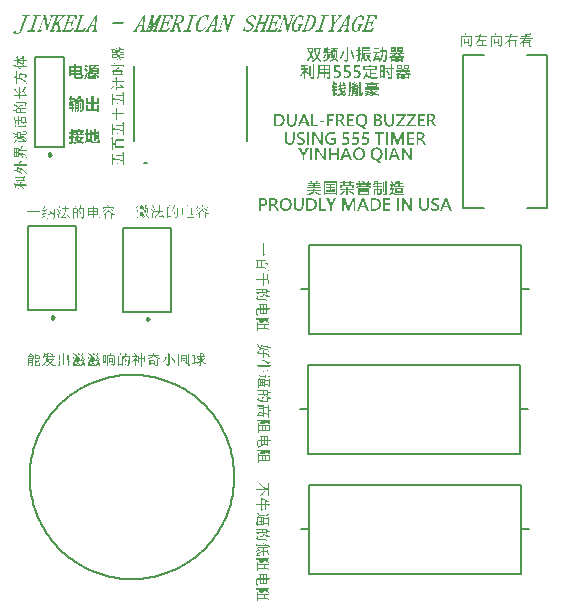
<source format=gto>
G04*
G04 #@! TF.GenerationSoftware,Altium Limited,Altium Designer,21.0.3 (12)*
G04*
G04 Layer_Color=65535*
%FSLAX25Y25*%
%MOIN*%
G70*
G04*
G04 #@! TF.SameCoordinates,1F937BB2-0F7F-430D-ABFA-2F21A117A81B*
G04*
G04*
G04 #@! TF.FilePolarity,Positive*
G04*
G01*
G75*
%ADD10C,0.00984*%
%ADD11C,0.00787*%
%ADD12C,0.00591*%
%ADD13C,0.00500*%
G36*
X233012Y293668D02*
X231038D01*
Y294120D01*
X233012D01*
Y293668D01*
D02*
G37*
G36*
X215909Y293741D02*
X216527D01*
Y293280D01*
X215909D01*
Y292764D01*
X216745D01*
Y292307D01*
X215880D01*
Y290767D01*
X215885Y290772D01*
X215895Y290786D01*
X215904Y290811D01*
X215924Y290840D01*
X215948Y290883D01*
X215973Y290932D01*
X216002Y290990D01*
X216031Y291058D01*
X216065Y291136D01*
X216094Y291219D01*
X216128Y291311D01*
X216157Y291408D01*
X216186Y291515D01*
X216215Y291632D01*
X216240Y291754D01*
X216259Y291880D01*
X216716Y291822D01*
Y291812D01*
X216711Y291788D01*
X216702Y291744D01*
X216692Y291685D01*
X216677Y291613D01*
X216658Y291530D01*
X216634Y291438D01*
X216604Y291336D01*
X216570Y291229D01*
X216531Y291112D01*
X216483Y290995D01*
X216429Y290874D01*
X216366Y290752D01*
X216298Y290631D01*
X216225Y290509D01*
X216138Y290393D01*
X216133Y290388D01*
X216113Y290368D01*
X216089Y290334D01*
X216045Y290296D01*
X215992Y290242D01*
X215929Y290184D01*
X215851Y290121D01*
X215759Y290053D01*
X215652Y289980D01*
X215535Y289902D01*
X215399Y289829D01*
X215253Y289751D01*
X215088Y289678D01*
X214913Y289605D01*
X214719Y289542D01*
X214510Y289479D01*
X214281Y289907D01*
X214286D01*
X214291Y289912D01*
X214306D01*
X214330Y289916D01*
X214354Y289921D01*
X214383Y289931D01*
X214451Y289946D01*
X214539Y289970D01*
X214641Y290004D01*
X214753Y290038D01*
X214869Y290082D01*
X214996Y290135D01*
X215127Y290193D01*
X215253Y290257D01*
X215385Y290330D01*
X215511Y290412D01*
X215632Y290505D01*
X215744Y290606D01*
X215846Y290713D01*
X215409D01*
Y292307D01*
X214320D01*
Y292764D01*
X214612D01*
Y293950D01*
X215069D01*
Y292764D01*
X215448D01*
Y294271D01*
X215909D01*
Y293741D01*
D02*
G37*
G36*
X240841Y292745D02*
X239009D01*
Y294169D01*
X240841D01*
Y292745D01*
D02*
G37*
G36*
X238484D02*
X236710D01*
Y294169D01*
X238484D01*
Y292745D01*
D02*
G37*
G36*
X240059Y292711D02*
X240088Y292696D01*
X240132Y292667D01*
X240190Y292633D01*
X240253Y292594D01*
X240321Y292546D01*
X240389Y292492D01*
X240457Y292434D01*
X240243Y292303D01*
X241123D01*
Y291870D01*
X239748D01*
X239753Y291865D01*
X239772Y291846D01*
X239801Y291822D01*
X239845Y291788D01*
X239903Y291749D01*
X239966Y291700D01*
X240044Y291647D01*
X240137Y291593D01*
X240238Y291535D01*
X240350Y291476D01*
X240472Y291418D01*
X240603Y291365D01*
X240749Y291311D01*
X240904Y291258D01*
X241070Y291214D01*
X241245Y291175D01*
X241031Y290718D01*
X241026D01*
X241016Y290723D01*
X240997D01*
X240967Y290733D01*
X240938Y290738D01*
X240899Y290747D01*
X240812Y290777D01*
Y289464D01*
X240331D01*
Y289727D01*
X239500D01*
Y289464D01*
X239019D01*
Y291156D01*
X239937D01*
X239932Y291161D01*
X239913Y291170D01*
X239884Y291190D01*
X239845Y291219D01*
X239801Y291253D01*
X239748Y291292D01*
X239689Y291336D01*
X239626Y291384D01*
X239495Y291491D01*
X239359Y291613D01*
X239296Y291676D01*
X239237Y291739D01*
X239179Y291807D01*
X239130Y291870D01*
X238465D01*
X238460Y291865D01*
X238450Y291851D01*
X238426Y291831D01*
X238402Y291802D01*
X238363Y291763D01*
X238319Y291724D01*
X238270Y291676D01*
X238212Y291622D01*
X238149Y291569D01*
X238081Y291511D01*
X238008Y291452D01*
X237925Y291394D01*
X237838Y291331D01*
X237750Y291272D01*
X237551Y291156D01*
X238542D01*
Y289464D01*
X238076D01*
Y289727D01*
X237235D01*
Y289464D01*
X236764D01*
Y290777D01*
X236759D01*
X236749Y290772D01*
X236730Y290762D01*
X236705Y290752D01*
X236676Y290743D01*
X236642Y290733D01*
X236564Y290713D01*
X236321Y291122D01*
X236326D01*
X236331Y291126D01*
X236360Y291136D01*
X236409Y291151D01*
X236467Y291175D01*
X236545Y291204D01*
X236632Y291243D01*
X236730Y291282D01*
X236832Y291331D01*
X236943Y291379D01*
X237065Y291438D01*
X237308Y291564D01*
X237546Y291710D01*
X237663Y291788D01*
X237774Y291870D01*
X236409D01*
Y292303D01*
X238217D01*
X238222Y292307D01*
X238236Y292327D01*
X238261Y292356D01*
X238290Y292400D01*
X238324Y292453D01*
X238363Y292512D01*
X238406Y292584D01*
X238450Y292667D01*
X238960Y292609D01*
X238955Y292604D01*
X238951Y292584D01*
X238936Y292555D01*
X238917Y292521D01*
X238892Y292473D01*
X238858Y292424D01*
X238824Y292366D01*
X238785Y292303D01*
X239966D01*
X239962Y292307D01*
X239942Y292322D01*
X239913Y292341D01*
X239879Y292366D01*
X239830Y292390D01*
X239782Y292424D01*
X239723Y292453D01*
X239660Y292482D01*
X240049Y292716D01*
X240054D01*
X240059Y292711D01*
D02*
G37*
G36*
X219112Y293707D02*
X218218D01*
Y293702D01*
X218213Y293693D01*
X218208Y293678D01*
X218203Y293654D01*
X218194Y293625D01*
X218189Y293595D01*
X218164Y293518D01*
X218135Y293435D01*
X218106Y293343D01*
X218072Y293246D01*
X218033Y293153D01*
X218966D01*
Y290689D01*
X218500D01*
Y292696D01*
X217387D01*
Y290689D01*
X216925D01*
Y293153D01*
X217528D01*
Y293158D01*
X217533Y293168D01*
X217542Y293182D01*
X217552Y293202D01*
X217562Y293226D01*
X217571Y293255D01*
X217601Y293328D01*
X217635Y293411D01*
X217664Y293508D01*
X217693Y293605D01*
X217717Y293707D01*
X216716D01*
Y294149D01*
X219112D01*
Y293707D01*
D02*
G37*
G36*
X215200Y291943D02*
Y291933D01*
X215190Y291909D01*
X215176Y291870D01*
X215161Y291817D01*
X215137Y291754D01*
X215112Y291681D01*
X215083Y291593D01*
X215049Y291501D01*
X215010Y291404D01*
X214967Y291297D01*
X214869Y291078D01*
X214757Y290854D01*
X214631Y290636D01*
X214267Y290942D01*
X214271Y290947D01*
X214281Y290966D01*
X214301Y290990D01*
X214320Y291029D01*
X214349Y291078D01*
X214383Y291136D01*
X214417Y291199D01*
X214461Y291277D01*
X214500Y291355D01*
X214544Y291447D01*
X214587Y291545D01*
X214631Y291647D01*
X214675Y291758D01*
X214719Y291870D01*
X214757Y291992D01*
X214796Y292118D01*
X215200Y291943D01*
D02*
G37*
G36*
X221251Y293134D02*
Y293129D01*
X221246Y293114D01*
X221241Y293090D01*
X221231Y293056D01*
X221221Y293017D01*
X221212Y292964D01*
X221197Y292910D01*
X221178Y292842D01*
X221158Y292774D01*
X221139Y292696D01*
X221114Y292614D01*
X221090Y292526D01*
X221037Y292337D01*
X220973Y292133D01*
X220901Y291919D01*
X220823Y291695D01*
X220740Y291467D01*
X220648Y291243D01*
X220546Y291020D01*
X220439Y290801D01*
X220327Y290592D01*
X220211Y290402D01*
X219793Y290709D01*
Y290713D01*
X219797Y290718D01*
X219807Y290733D01*
X219822Y290752D01*
X219836Y290777D01*
X219851Y290806D01*
X219870Y290840D01*
X219895Y290879D01*
X219919Y290922D01*
X219943Y290971D01*
X219972Y291024D01*
X220006Y291083D01*
X220036Y291151D01*
X220070Y291219D01*
X220108Y291292D01*
X220142Y291370D01*
X220181Y291457D01*
X220220Y291545D01*
X220298Y291739D01*
X220381Y291948D01*
X220463Y292181D01*
X220541Y292429D01*
X220624Y292696D01*
X220696Y292983D01*
X220769Y293284D01*
X221251Y293134D01*
D02*
G37*
G36*
X223734Y293280D02*
X223739Y293270D01*
X223748Y293250D01*
X223758Y293226D01*
X223773Y293197D01*
X223787Y293163D01*
X223807Y293119D01*
X223826Y293071D01*
X223851Y293012D01*
X223875Y292954D01*
X223899Y292886D01*
X223928Y292818D01*
X223957Y292740D01*
X223992Y292662D01*
X224060Y292487D01*
X224128Y292293D01*
X224205Y292089D01*
X224278Y291865D01*
X224356Y291632D01*
X224434Y291389D01*
X224512Y291136D01*
X224585Y290879D01*
X224657Y290611D01*
X224191Y290364D01*
Y290368D01*
X224186Y290378D01*
Y290393D01*
X224176Y290417D01*
X224171Y290451D01*
X224162Y290485D01*
X224152Y290529D01*
X224137Y290577D01*
X224123Y290631D01*
X224108Y290694D01*
X224094Y290757D01*
X224074Y290830D01*
X224050Y290903D01*
X224030Y290986D01*
X223977Y291161D01*
X223919Y291355D01*
X223851Y291569D01*
X223778Y291792D01*
X223695Y292035D01*
X223603Y292288D01*
X223505Y292550D01*
X223399Y292828D01*
X223282Y293109D01*
X223734Y293284D01*
Y293280D01*
D02*
G37*
G36*
X210972Y294135D02*
Y294125D01*
X210967Y294106D01*
Y294077D01*
X210962Y294042D01*
X210957Y294004D01*
X210952Y293955D01*
X210943Y293902D01*
X210938Y293843D01*
X210928Y293780D01*
X210908Y293644D01*
X210884Y293484D01*
X210860Y293314D01*
X210831Y293134D01*
X210792Y292944D01*
X210753Y292755D01*
X210709Y292555D01*
X210665Y292361D01*
X210612Y292171D01*
X210559Y291987D01*
X210495Y291812D01*
X210500Y291802D01*
X210515Y291778D01*
X210534Y291739D01*
X210563Y291681D01*
X210597Y291617D01*
X210636Y291535D01*
X210685Y291447D01*
X210729Y291350D01*
X210782Y291248D01*
X210836Y291141D01*
X210943Y290908D01*
X211045Y290670D01*
X211137Y290436D01*
X210729Y290179D01*
X210724Y290189D01*
X210719Y290208D01*
X210704Y290242D01*
X210685Y290291D01*
X210665Y290344D01*
X210636Y290412D01*
X210607Y290485D01*
X210573Y290563D01*
X210539Y290645D01*
X210500Y290733D01*
X210422Y290913D01*
X210335Y291092D01*
X210296Y291175D01*
X210252Y291258D01*
X210247Y291248D01*
X210233Y291219D01*
X210209Y291175D01*
X210175Y291112D01*
X210136Y291039D01*
X210082Y290947D01*
X210024Y290845D01*
X209956Y290738D01*
X209878Y290616D01*
X209791Y290485D01*
X209698Y290354D01*
X209596Y290213D01*
X209489Y290067D01*
X209373Y289921D01*
X209246Y289775D01*
X209115Y289630D01*
X208746Y289936D01*
X208751Y289941D01*
X208755Y289946D01*
X208765Y289960D01*
X208785Y289975D01*
X208823Y290023D01*
X208882Y290091D01*
X208950Y290174D01*
X209028Y290271D01*
X209115Y290383D01*
X209212Y290505D01*
X209310Y290640D01*
X209412Y290786D01*
X209514Y290937D01*
X209611Y291097D01*
X209713Y291263D01*
X209805Y291433D01*
X209893Y291608D01*
X209970Y291783D01*
X209966Y291792D01*
X209951Y291817D01*
X209932Y291856D01*
X209898Y291914D01*
X209859Y291982D01*
X209810Y292064D01*
X209752Y292162D01*
X209689Y292269D01*
X209616Y292385D01*
X209538Y292516D01*
X209455Y292653D01*
X209363Y292798D01*
X209261Y292954D01*
X209159Y293114D01*
X209047Y293284D01*
X208930Y293455D01*
X209217Y293683D01*
X208892D01*
Y294140D01*
X210972D01*
Y294135D01*
D02*
G37*
G36*
X233211Y292235D02*
X232220D01*
Y292230D01*
X232215Y292225D01*
X232210Y292210D01*
X232205Y292191D01*
X232200Y292162D01*
X232190Y292133D01*
X232166Y292060D01*
X232137Y291972D01*
X232103Y291865D01*
X232064Y291744D01*
X232015Y291613D01*
X231967Y291472D01*
X231913Y291321D01*
X231855Y291161D01*
X231792Y291000D01*
X231656Y290665D01*
X231505Y290330D01*
X231510D01*
X231524Y290334D01*
X231544Y290339D01*
X231578Y290349D01*
X231617Y290359D01*
X231665Y290373D01*
X231719Y290393D01*
X231782Y290412D01*
X231855Y290432D01*
X231933Y290461D01*
X232020Y290485D01*
X232113Y290519D01*
X232210Y290553D01*
X232317Y290592D01*
X232433Y290631D01*
X232550Y290675D01*
Y290679D01*
X232545Y290684D01*
X232535Y290699D01*
X232526Y290718D01*
X232516Y290743D01*
X232501Y290772D01*
X232463Y290845D01*
X232414Y290927D01*
X232361Y291029D01*
X232297Y291136D01*
X232224Y291258D01*
X232633Y291491D01*
X232638Y291481D01*
X232652Y291462D01*
X232671Y291423D01*
X232701Y291374D01*
X232735Y291311D01*
X232778Y291243D01*
X232822Y291165D01*
X232866Y291078D01*
X232914Y290986D01*
X232963Y290893D01*
X233060Y290694D01*
X233148Y290495D01*
X233187Y290398D01*
X233221Y290305D01*
X232817Y290048D01*
Y290053D01*
X232812Y290062D01*
X232808Y290082D01*
X232798Y290106D01*
X232783Y290140D01*
X232774Y290174D01*
X232740Y290252D01*
X232735Y290247D01*
X232710Y290242D01*
X232676Y290227D01*
X232628Y290208D01*
X232565Y290189D01*
X232492Y290159D01*
X232399Y290130D01*
X232297Y290091D01*
X232181Y290053D01*
X232054Y290014D01*
X231913Y289965D01*
X231758Y289921D01*
X231588Y289868D01*
X231408Y289819D01*
X231213Y289766D01*
X231005Y289707D01*
X230868Y290116D01*
Y290121D01*
X230873Y290125D01*
X230883Y290140D01*
X230893Y290159D01*
X230903Y290179D01*
X230917Y290208D01*
X230956Y290276D01*
X231000Y290364D01*
X231053Y290470D01*
X231112Y290592D01*
X231175Y290723D01*
X231238Y290874D01*
X231306Y291039D01*
X231379Y291209D01*
X231452Y291399D01*
X231524Y291593D01*
X231593Y291797D01*
X231661Y292011D01*
X231724Y292235D01*
X230844D01*
Y292706D01*
X233211D01*
Y292235D01*
D02*
G37*
G36*
X222568Y290135D02*
Y290125D01*
Y290106D01*
X222563Y290072D01*
X222558Y290028D01*
X222553Y289980D01*
X222538Y289921D01*
X222524Y289863D01*
X222499Y289800D01*
X222470Y289737D01*
X222436Y289678D01*
X222393Y289620D01*
X222339Y289571D01*
X222276Y289528D01*
X222203Y289494D01*
X222120Y289474D01*
X222023Y289464D01*
X221528D01*
X221479Y289469D01*
X221372D01*
X221182Y289984D01*
X221207D01*
X221221Y289980D01*
X221275D01*
X221309Y289975D01*
X221396D01*
X221445Y289970D01*
X221566D01*
X221635Y289965D01*
X221882D01*
X221902Y289970D01*
X221926Y289975D01*
X221960Y289984D01*
X221994Y290004D01*
X222018Y290028D01*
X222038Y290067D01*
X222048Y290116D01*
Y294266D01*
X222568D01*
Y290135D01*
D02*
G37*
G36*
X234304Y294237D02*
Y294217D01*
Y294179D01*
X234309Y294130D01*
Y294077D01*
Y294013D01*
Y293882D01*
Y293877D01*
Y293868D01*
Y293853D01*
Y293829D01*
Y293799D01*
Y293765D01*
Y293683D01*
X234304Y293586D01*
Y293479D01*
X234300Y293357D01*
X234295Y293231D01*
X235578D01*
Y293226D01*
Y293216D01*
Y293202D01*
Y293178D01*
X235573Y293143D01*
Y293109D01*
Y293066D01*
X235568Y293022D01*
Y292969D01*
X235563Y292910D01*
X235558Y292784D01*
X235554Y292638D01*
X235549Y292482D01*
X235539Y292312D01*
X235529Y292133D01*
X235520Y291943D01*
X235510Y291749D01*
X235485Y291360D01*
X235476Y291165D01*
X235461Y290971D01*
Y290966D01*
Y290961D01*
Y290947D01*
X235456Y290927D01*
Y290879D01*
X235447Y290811D01*
X235442Y290733D01*
X235437Y290640D01*
X235427Y290543D01*
X235417Y290446D01*
X235398Y290237D01*
X235383Y290140D01*
X235374Y290048D01*
X235359Y289960D01*
X235349Y289892D01*
X235335Y289834D01*
X235330Y289809D01*
X235325Y289790D01*
X235320Y289785D01*
X235315Y289761D01*
X235296Y289732D01*
X235277Y289698D01*
X235247Y289654D01*
X235213Y289615D01*
X235170Y289571D01*
X235121Y289537D01*
X235116Y289532D01*
X235097Y289523D01*
X235063Y289508D01*
X235024Y289494D01*
X234965Y289474D01*
X234897Y289460D01*
X234820Y289450D01*
X234732Y289445D01*
X234625D01*
X234557Y289450D01*
X234368D01*
X234309Y289455D01*
X234241D01*
X234062Y289921D01*
X234086D01*
X234105Y289916D01*
X234159D01*
X234222Y289912D01*
X234300Y289907D01*
X234377D01*
X234460Y289902D01*
X234615D01*
X234659Y289907D01*
X234703Y289912D01*
X234752Y289916D01*
X234786Y289926D01*
X234815Y289936D01*
X234820D01*
X234824Y289941D01*
X234849Y289965D01*
X234873Y289999D01*
X234897Y290053D01*
Y290057D01*
X234902Y290067D01*
Y290082D01*
X234907Y290101D01*
X234912Y290125D01*
X234917Y290164D01*
X234922Y290208D01*
X234927Y290266D01*
X234931Y290334D01*
X234941Y290417D01*
X234951Y290509D01*
X234956Y290621D01*
X234965Y290747D01*
X234980Y290893D01*
X234985Y290971D01*
X234990Y291054D01*
Y291058D01*
Y291063D01*
Y291078D01*
X234995Y291097D01*
Y291146D01*
X234999Y291209D01*
X235004Y291292D01*
X235009Y291389D01*
X235019Y291496D01*
X235024Y291617D01*
X235033Y291744D01*
X235038Y291880D01*
X235048Y292021D01*
X235058Y292171D01*
X235068Y292473D01*
X235082Y292774D01*
X234280D01*
Y292769D01*
Y292745D01*
X234275Y292716D01*
X234270Y292667D01*
X234266Y292614D01*
X234261Y292546D01*
X234251Y292468D01*
X234246Y292380D01*
X234232Y292283D01*
X234222Y292181D01*
X234207Y292074D01*
X234188Y291958D01*
X234168Y291836D01*
X234149Y291710D01*
X234100Y291442D01*
X234037Y291170D01*
X233969Y290888D01*
X233887Y290606D01*
X233789Y290334D01*
X233682Y290072D01*
X233619Y289950D01*
X233556Y289829D01*
X233493Y289717D01*
X233420Y289610D01*
X233342Y289513D01*
X233264Y289421D01*
X232914Y289746D01*
Y289751D01*
X232924Y289756D01*
X232934Y289771D01*
X232948Y289790D01*
X232968Y289819D01*
X232987Y289848D01*
X233012Y289887D01*
X233041Y289926D01*
X233070Y289975D01*
X233099Y290033D01*
X233133Y290091D01*
X233172Y290159D01*
X233206Y290232D01*
X233245Y290310D01*
X233284Y290393D01*
X233323Y290485D01*
X233362Y290582D01*
X233401Y290684D01*
X233444Y290791D01*
X233483Y290908D01*
X233517Y291029D01*
X233556Y291156D01*
X233590Y291287D01*
X233624Y291428D01*
X233658Y291574D01*
X233687Y291724D01*
X233716Y291885D01*
X233741Y292050D01*
X233765Y292220D01*
X233785Y292400D01*
X233799Y292584D01*
X233809Y292774D01*
X233255D01*
Y293231D01*
X233833D01*
Y293236D01*
Y293241D01*
Y293270D01*
X233838Y293314D01*
Y293372D01*
Y293445D01*
X233843Y293532D01*
Y293625D01*
Y293731D01*
Y293741D01*
Y293765D01*
Y293809D01*
Y293868D01*
Y293940D01*
Y294033D01*
X233838Y294135D01*
Y294247D01*
X234304D01*
Y294237D01*
D02*
G37*
G36*
X229998Y293741D02*
X227573D01*
Y293289D01*
X229785D01*
Y292852D01*
X227573D01*
Y292395D01*
X230120D01*
Y291943D01*
X228331D01*
Y290082D01*
X228336D01*
X228346Y290087D01*
X228365Y290096D01*
X228395Y290106D01*
X228424Y290116D01*
X228463Y290130D01*
X228545Y290159D01*
X228638Y290193D01*
X228730Y290227D01*
X228822Y290266D01*
X228905Y290300D01*
X228924Y289834D01*
X228920Y289829D01*
X228900Y289824D01*
X228871Y289809D01*
X228837Y289795D01*
X228788Y289775D01*
X228730Y289756D01*
X228667Y289727D01*
X228599Y289703D01*
X228521Y289673D01*
X228443Y289644D01*
X228268Y289586D01*
X228079Y289532D01*
X227889Y289484D01*
X227782Y289887D01*
X227787Y289892D01*
X227797Y289902D01*
X227807Y289916D01*
X227826Y289946D01*
X227841Y289975D01*
X227850Y290014D01*
X227860Y290062D01*
X227865Y290116D01*
Y291943D01*
X227573D01*
Y291938D01*
Y291924D01*
Y291904D01*
X227569Y291870D01*
Y291831D01*
Y291788D01*
X227564Y291734D01*
X227559Y291671D01*
X227554Y291608D01*
X227549Y291535D01*
X227544Y291457D01*
X227535Y291379D01*
X227520Y291204D01*
X227496Y291015D01*
X227466Y290815D01*
X227432Y290606D01*
X227389Y290398D01*
X227340Y290189D01*
X227287Y289984D01*
X227219Y289790D01*
X227146Y289600D01*
X227063Y289430D01*
X226655Y289693D01*
Y289698D01*
X226660Y289703D01*
X226665Y289717D01*
X226674Y289732D01*
X226694Y289780D01*
X226723Y289848D01*
X226757Y289936D01*
X226796Y290038D01*
X226835Y290155D01*
X226878Y290296D01*
X226917Y290446D01*
X226956Y290616D01*
X226995Y290801D01*
X227029Y291000D01*
X227058Y291214D01*
X227078Y291438D01*
X227092Y291681D01*
X227097Y291933D01*
Y294193D01*
X229998D01*
Y293741D01*
D02*
G37*
G36*
X226456Y293416D02*
X226907D01*
Y292939D01*
X226456D01*
Y292108D01*
X226460D01*
X226470Y292113D01*
X226485Y292123D01*
X226509Y292133D01*
X226562Y292162D01*
X226630Y292201D01*
X226703Y292239D01*
X226781Y292283D01*
X226854Y292322D01*
X226917Y292361D01*
X226932Y291831D01*
X226922Y291826D01*
X226903Y291817D01*
X226864Y291797D01*
X226810Y291768D01*
X226747Y291734D01*
X226665Y291690D01*
X226567Y291642D01*
X226456Y291588D01*
Y289887D01*
Y289882D01*
Y289863D01*
X226451Y289834D01*
X226446Y289800D01*
X226436Y289761D01*
X226417Y289717D01*
X226397Y289678D01*
X226368Y289639D01*
X226363Y289634D01*
X226354Y289625D01*
X226334Y289605D01*
X226315Y289586D01*
X226286Y289566D01*
X226252Y289547D01*
X226217Y289528D01*
X226179Y289513D01*
X226174D01*
X226159Y289508D01*
X226130Y289503D01*
X226096Y289498D01*
X226043Y289489D01*
X225984Y289484D01*
X225906Y289479D01*
X225727D01*
X225683Y289484D01*
X225634D01*
X225537Y289489D01*
X225415Y289955D01*
X225868Y289960D01*
X225882D01*
X225902Y289965D01*
X225921Y289975D01*
X225940Y289984D01*
X225960Y289999D01*
X225970Y290023D01*
X225974Y290057D01*
Y291365D01*
X225970D01*
X225960Y291360D01*
X225945Y291355D01*
X225926Y291345D01*
X225897Y291331D01*
X225868Y291321D01*
X225795Y291292D01*
X225712Y291258D01*
X225620Y291224D01*
X225425Y291156D01*
X225313Y291617D01*
X225318D01*
X225333Y291622D01*
X225352Y291632D01*
X225381Y291642D01*
X225420Y291656D01*
X225459Y291671D01*
X225552Y291705D01*
X225658Y291749D01*
X225770Y291792D01*
X225877Y291836D01*
X225974Y291885D01*
Y292939D01*
X225333D01*
Y293416D01*
X225974D01*
Y294266D01*
X226456D01*
Y293416D01*
D02*
G37*
G36*
X218291Y290573D02*
X218305Y290563D01*
X218325Y290548D01*
X218359Y290529D01*
X218398Y290500D01*
X218441Y290466D01*
X218495Y290427D01*
X218553Y290378D01*
X218616Y290325D01*
X218684Y290266D01*
X218762Y290198D01*
X218840Y290130D01*
X218923Y290053D01*
X219010Y289965D01*
X219097Y289878D01*
X219190Y289780D01*
X218845Y289464D01*
X218840Y289469D01*
X218830Y289484D01*
X218806Y289503D01*
X218777Y289537D01*
X218743Y289571D01*
X218699Y289615D01*
X218650Y289664D01*
X218597Y289717D01*
X218534Y289775D01*
X218466Y289839D01*
X218393Y289907D01*
X218320Y289975D01*
X218150Y290116D01*
X217970Y290257D01*
X218286Y290577D01*
X218291Y290573D01*
D02*
G37*
G36*
X229104Y291734D02*
X229109Y291720D01*
Y291700D01*
X229119Y291671D01*
X229124Y291632D01*
X229133Y291593D01*
X229153Y291496D01*
X229172Y291389D01*
X229202Y291277D01*
X229236Y291170D01*
X229270Y291073D01*
X229274Y291078D01*
X229284Y291088D01*
X229294Y291097D01*
X229313Y291122D01*
X229367Y291170D01*
X229425Y291243D01*
X229493Y291326D01*
X229566Y291413D01*
X229634Y291515D01*
X229692Y291617D01*
X230071Y291340D01*
X230067Y291336D01*
X230062Y291321D01*
X230042Y291301D01*
X230023Y291272D01*
X229998Y291233D01*
X229969Y291195D01*
X229935Y291146D01*
X229896Y291097D01*
X229804Y290986D01*
X229702Y290864D01*
X229590Y290743D01*
X229464Y290626D01*
X229469Y290621D01*
X229474Y290606D01*
X229488Y290582D01*
X229508Y290553D01*
X229532Y290514D01*
X229561Y290470D01*
X229595Y290422D01*
X229639Y290364D01*
X229683Y290305D01*
X229736Y290237D01*
X229794Y290169D01*
X229858Y290101D01*
X229926Y290028D01*
X230003Y289950D01*
X230086Y289878D01*
X230173Y289800D01*
X229872Y289435D01*
X229867D01*
X229862Y289445D01*
X229848Y289455D01*
X229828Y289469D01*
X229780Y289513D01*
X229712Y289571D01*
X229634Y289649D01*
X229542Y289746D01*
X229445Y289858D01*
X229342Y289989D01*
X229236Y290135D01*
X229133Y290296D01*
X229031Y290475D01*
X228934Y290675D01*
X228847Y290888D01*
X228769Y291117D01*
X228706Y291370D01*
X228657Y291632D01*
X229104Y291739D01*
Y291734D01*
D02*
G37*
G36*
X218164Y292390D02*
Y292385D01*
Y292371D01*
Y292351D01*
Y292327D01*
Y292298D01*
Y292225D01*
Y292142D01*
Y292045D01*
X218160Y291933D01*
Y291822D01*
X218155Y291700D01*
X218150Y291574D01*
X218135Y291326D01*
X218121Y291204D01*
X218111Y291092D01*
X218096Y290986D01*
X218077Y290893D01*
Y290888D01*
X218072Y290874D01*
X218067Y290849D01*
X218057Y290815D01*
X218043Y290772D01*
X218028Y290728D01*
X218009Y290675D01*
X217985Y290616D01*
X217926Y290485D01*
X217848Y290344D01*
X217805Y290276D01*
X217756Y290203D01*
X217698Y290130D01*
X217639Y290062D01*
X217635Y290057D01*
X217625Y290048D01*
X217605Y290028D01*
X217581Y289999D01*
X217547Y289970D01*
X217508Y289931D01*
X217465Y289892D01*
X217416Y289848D01*
X217358Y289800D01*
X217299Y289751D01*
X217231Y289698D01*
X217158Y289644D01*
X217003Y289537D01*
X216833Y289435D01*
X216488Y289790D01*
X216493Y289795D01*
X216512Y289800D01*
X216541Y289814D01*
X216575Y289834D01*
X216624Y289858D01*
X216672Y289887D01*
X216731Y289916D01*
X216794Y289955D01*
X216925Y290038D01*
X217061Y290140D01*
X217192Y290252D01*
X217251Y290310D01*
X217304Y290373D01*
X217309Y290378D01*
X217314Y290388D01*
X217329Y290407D01*
X217348Y290432D01*
X217367Y290466D01*
X217392Y290500D01*
X217421Y290543D01*
X217450Y290587D01*
X217503Y290689D01*
X217562Y290806D01*
X217605Y290927D01*
X217625Y290986D01*
X217639Y291049D01*
Y291054D01*
X217644Y291063D01*
Y291088D01*
X217649Y291117D01*
X217654Y291156D01*
X217659Y291209D01*
X217669Y291272D01*
X217673Y291345D01*
X217678Y291428D01*
X217688Y291525D01*
X217693Y291637D01*
X217698Y291758D01*
X217703Y291894D01*
Y292045D01*
X217708Y292215D01*
Y292395D01*
X218164D01*
Y292390D01*
D02*
G37*
G36*
X213382Y294135D02*
Y294115D01*
X213377Y294091D01*
X213372Y294052D01*
X213368Y294008D01*
X213363Y293950D01*
X213358Y293887D01*
X213348Y293814D01*
X213338Y293736D01*
X213324Y293649D01*
X213309Y293556D01*
X213295Y293459D01*
X213280Y293352D01*
X213261Y293246D01*
X213217Y293012D01*
X213163Y292769D01*
X213100Y292512D01*
X213027Y292254D01*
X212945Y291992D01*
X212852Y291729D01*
X212745Y291476D01*
X212629Y291233D01*
X212498Y291005D01*
X212503Y291000D01*
X212517Y290976D01*
X212541Y290942D01*
X212571Y290893D01*
X212614Y290840D01*
X212663Y290772D01*
X212721Y290694D01*
X212789Y290606D01*
X212867Y290514D01*
X212950Y290417D01*
X213047Y290315D01*
X213149Y290208D01*
X213261Y290096D01*
X213377Y289980D01*
X213509Y289868D01*
X213645Y289751D01*
X213304Y289411D01*
X213299Y289416D01*
X213275Y289435D01*
X213241Y289464D01*
X213197Y289503D01*
X213144Y289552D01*
X213081Y289610D01*
X213008Y289678D01*
X212930Y289751D01*
X212843Y289834D01*
X212755Y289926D01*
X212663Y290023D01*
X212571Y290125D01*
X212478Y290232D01*
X212381Y290349D01*
X212201Y290587D01*
X212196Y290577D01*
X212177Y290558D01*
X212148Y290524D01*
X212109Y290475D01*
X212055Y290422D01*
X211992Y290354D01*
X211924Y290276D01*
X211842Y290198D01*
X211749Y290111D01*
X211652Y290019D01*
X211545Y289921D01*
X211433Y289824D01*
X211312Y289722D01*
X211185Y289625D01*
X211049Y289528D01*
X210908Y289430D01*
X210554Y289771D01*
X210559D01*
X210563Y289775D01*
X210593Y289795D01*
X210636Y289829D01*
X210695Y289868D01*
X210768Y289921D01*
X210850Y289984D01*
X210947Y290057D01*
X211049Y290140D01*
X211156Y290227D01*
X211268Y290325D01*
X211380Y290427D01*
X211496Y290534D01*
X211613Y290645D01*
X211725Y290762D01*
X211832Y290883D01*
X211934Y291010D01*
Y291015D01*
X211929Y291024D01*
X211919Y291039D01*
X211910Y291063D01*
X211895Y291092D01*
X211880Y291126D01*
X211861Y291170D01*
X211842Y291219D01*
X211822Y291272D01*
X211798Y291331D01*
X211773Y291394D01*
X211744Y291462D01*
X211720Y291535D01*
X211691Y291613D01*
X211633Y291788D01*
X211574Y291972D01*
X211516Y292181D01*
X211458Y292400D01*
X211404Y292633D01*
X211355Y292881D01*
X211312Y293139D01*
X211278Y293406D01*
X211253Y293683D01*
X211108D01*
Y294140D01*
X213382D01*
Y294135D01*
D02*
G37*
G36*
X243006Y286994D02*
X241174D01*
Y288418D01*
X243006D01*
Y286994D01*
D02*
G37*
G36*
X240649D02*
X238875D01*
Y288418D01*
X240649D01*
Y286994D01*
D02*
G37*
G36*
X229913Y288568D02*
X229933Y288539D01*
X229962Y288495D01*
X230006Y288432D01*
X230049Y288354D01*
X230103Y288262D01*
X230156Y288155D01*
X230210Y288038D01*
X232183D01*
Y286751D01*
X231687D01*
Y287582D01*
X228149D01*
Y286751D01*
X227629D01*
Y288038D01*
X229656D01*
Y288043D01*
X229651Y288048D01*
X229636Y288072D01*
X229617Y288116D01*
X229588Y288170D01*
X229554Y288233D01*
X229515Y288306D01*
X229466Y288384D01*
X229413Y288461D01*
X229904Y288578D01*
X229913Y288568D01*
D02*
G37*
G36*
X242224Y286960D02*
X242253Y286945D01*
X242297Y286916D01*
X242355Y286882D01*
X242418Y286843D01*
X242486Y286794D01*
X242554Y286741D01*
X242622Y286683D01*
X242408Y286551D01*
X243288D01*
Y286119D01*
X241913D01*
X241918Y286114D01*
X241937Y286094D01*
X241966Y286070D01*
X242010Y286036D01*
X242068Y285997D01*
X242131Y285949D01*
X242209Y285895D01*
X242302Y285842D01*
X242404Y285784D01*
X242515Y285725D01*
X242637Y285667D01*
X242768Y285613D01*
X242914Y285560D01*
X243070Y285506D01*
X243235Y285463D01*
X243410Y285424D01*
X243196Y284967D01*
X243191D01*
X243181Y284972D01*
X243162D01*
X243133Y284982D01*
X243104Y284986D01*
X243065Y284996D01*
X242977Y285025D01*
Y283713D01*
X242496D01*
Y283976D01*
X241665D01*
Y283713D01*
X241184D01*
Y285404D01*
X242102D01*
X242097Y285409D01*
X242078Y285419D01*
X242049Y285438D01*
X242010Y285468D01*
X241966Y285502D01*
X241913Y285541D01*
X241855Y285584D01*
X241791Y285633D01*
X241660Y285740D01*
X241524Y285861D01*
X241461Y285924D01*
X241403Y285988D01*
X241344Y286056D01*
X241296Y286119D01*
X240630D01*
X240625Y286114D01*
X240615Y286099D01*
X240591Y286080D01*
X240567Y286051D01*
X240528Y286012D01*
X240484Y285973D01*
X240435Y285924D01*
X240377Y285871D01*
X240314Y285818D01*
X240246Y285759D01*
X240173Y285701D01*
X240090Y285643D01*
X240003Y285579D01*
X239915Y285521D01*
X239716Y285404D01*
X240707D01*
Y283713D01*
X240241D01*
Y283976D01*
X239400D01*
Y283713D01*
X238929D01*
Y285025D01*
X238924D01*
X238914Y285020D01*
X238895Y285011D01*
X238870Y285001D01*
X238841Y284991D01*
X238807Y284982D01*
X238730Y284962D01*
X238487Y285370D01*
X238491D01*
X238496Y285375D01*
X238525Y285385D01*
X238574Y285400D01*
X238632Y285424D01*
X238710Y285453D01*
X238797Y285492D01*
X238895Y285531D01*
X238997Y285579D01*
X239109Y285628D01*
X239230Y285686D01*
X239473Y285813D01*
X239711Y285958D01*
X239828Y286036D01*
X239940Y286119D01*
X238574D01*
Y286551D01*
X240382D01*
X240387Y286556D01*
X240401Y286576D01*
X240426Y286605D01*
X240455Y286649D01*
X240489Y286702D01*
X240528Y286760D01*
X240571Y286833D01*
X240615Y286916D01*
X241125Y286858D01*
X241121Y286853D01*
X241116Y286833D01*
X241101Y286804D01*
X241082Y286770D01*
X241057Y286721D01*
X241023Y286673D01*
X240989Y286614D01*
X240950Y286551D01*
X242131D01*
X242127Y286556D01*
X242107Y286571D01*
X242078Y286590D01*
X242044Y286614D01*
X241995Y286639D01*
X241947Y286673D01*
X241888Y286702D01*
X241825Y286731D01*
X242214Y286964D01*
X242219D01*
X242224Y286960D01*
D02*
G37*
G36*
X209283Y288121D02*
X209278D01*
X209268Y288116D01*
X209244Y288111D01*
X209220Y288102D01*
X209181Y288092D01*
X209137Y288077D01*
X209088Y288063D01*
X209030Y288048D01*
X208967Y288029D01*
X208894Y288009D01*
X208816Y287990D01*
X208734Y287970D01*
X208641Y287951D01*
X208544Y287932D01*
X208442Y287907D01*
X208335Y287888D01*
Y287266D01*
X209341D01*
Y286789D01*
X208335D01*
Y286644D01*
X208340Y286639D01*
X208359Y286624D01*
X208388Y286605D01*
X208427Y286576D01*
X208481Y286537D01*
X208539Y286493D01*
X208607Y286440D01*
X208680Y286381D01*
X208763Y286318D01*
X208845Y286245D01*
X208938Y286167D01*
X209035Y286080D01*
X209132Y285992D01*
X209234Y285895D01*
X209341Y285798D01*
X209443Y285691D01*
X209195Y285234D01*
X209190Y285239D01*
X209181Y285254D01*
X209161Y285278D01*
X209137Y285307D01*
X209103Y285351D01*
X209064Y285395D01*
X209020Y285448D01*
X208967Y285506D01*
X208909Y285570D01*
X208840Y285638D01*
X208772Y285711D01*
X208695Y285788D01*
X208612Y285861D01*
X208525Y285944D01*
X208432Y286022D01*
X208335Y286104D01*
Y283723D01*
X207849D01*
Y286036D01*
X207844Y286027D01*
X207830Y285997D01*
X207805Y285954D01*
X207771Y285890D01*
X207728Y285818D01*
X207679Y285730D01*
X207621Y285633D01*
X207558Y285526D01*
X207485Y285414D01*
X207407Y285297D01*
X207324Y285181D01*
X207237Y285059D01*
X207047Y284821D01*
X206945Y284709D01*
X206838Y284602D01*
X206590Y285074D01*
X206600Y285084D01*
X206624Y285108D01*
X206663Y285147D01*
X206717Y285200D01*
X206780Y285263D01*
X206853Y285346D01*
X206940Y285438D01*
X207028Y285545D01*
X207125Y285667D01*
X207222Y285798D01*
X207324Y285939D01*
X207426Y286090D01*
X207528Y286250D01*
X207630Y286420D01*
X207723Y286600D01*
X207815Y286789D01*
X206717D01*
Y287266D01*
X207849D01*
Y287815D01*
X207835D01*
X207815Y287810D01*
X207786D01*
X207752Y287805D01*
X207713Y287800D01*
X207669Y287795D01*
X207616D01*
X207558Y287791D01*
X207494Y287786D01*
X207421Y287781D01*
X207348Y287776D01*
X207188Y287766D01*
X207008Y287757D01*
X206804Y288233D01*
X206892D01*
X206930Y288238D01*
X207018D01*
X207071Y288243D01*
X207130D01*
X207261Y288252D01*
X207407Y288262D01*
X207562Y288272D01*
X207732Y288286D01*
X207907Y288311D01*
X208087Y288335D01*
X208277Y288364D01*
X208461Y288398D01*
X208646Y288437D01*
X208821Y288481D01*
X208996Y288534D01*
X209283Y288121D01*
D02*
G37*
G36*
X235682Y286624D02*
X235702Y286595D01*
X235731Y286551D01*
X235770Y286488D01*
X235813Y286410D01*
X235867Y286323D01*
X235920Y286226D01*
X235984Y286119D01*
X236047Y286002D01*
X236110Y285881D01*
X236236Y285623D01*
X236295Y285497D01*
X236353Y285366D01*
X236402Y285239D01*
X236445Y285113D01*
X236008Y284913D01*
X236003Y284923D01*
X235998Y284947D01*
X235984Y284986D01*
X235964Y285045D01*
X235940Y285113D01*
X235906Y285191D01*
X235867Y285283D01*
X235823Y285385D01*
X235775Y285492D01*
X235716Y285613D01*
X235653Y285735D01*
X235585Y285866D01*
X235507Y286002D01*
X235425Y286143D01*
X235337Y286284D01*
X235240Y286425D01*
X235677Y286634D01*
X235682Y286624D01*
D02*
G37*
G36*
X210158Y284680D02*
X209672D01*
Y288136D01*
X210158D01*
Y284680D01*
D02*
G37*
G36*
X226575Y287582D02*
X225063D01*
X224995Y286503D01*
X225010D01*
X225029Y286508D01*
X225083D01*
X225117Y286512D01*
X225194Y286517D01*
X225282Y286522D01*
X225369Y286527D01*
X225452Y286532D01*
X225578D01*
X225617Y286527D01*
X225666Y286522D01*
X225724Y286512D01*
X225782Y286503D01*
X225851Y286493D01*
X225991Y286454D01*
X226064Y286425D01*
X226142Y286396D01*
X226215Y286357D01*
X226283Y286313D01*
X226351Y286265D01*
X226414Y286206D01*
X226419Y286201D01*
X226429Y286192D01*
X226443Y286172D01*
X226468Y286148D01*
X226492Y286114D01*
X226521Y286075D01*
X226550Y286031D01*
X226579Y285978D01*
X226609Y285919D01*
X226643Y285852D01*
X226667Y285779D01*
X226691Y285701D01*
X226716Y285618D01*
X226730Y285526D01*
X226740Y285429D01*
X226745Y285327D01*
Y285322D01*
Y285297D01*
X226740Y285268D01*
Y285225D01*
X226735Y285171D01*
X226725Y285108D01*
X226711Y285040D01*
X226696Y284967D01*
X226672Y284884D01*
X226647Y284807D01*
X226613Y284719D01*
X226575Y284636D01*
X226531Y284554D01*
X226477Y284471D01*
X226414Y284389D01*
X226346Y284316D01*
X226341Y284311D01*
X226327Y284301D01*
X226303Y284282D01*
X226273Y284257D01*
X226230Y284223D01*
X226181Y284194D01*
X226123Y284155D01*
X226060Y284121D01*
X225987Y284087D01*
X225904Y284048D01*
X225812Y284019D01*
X225719Y283990D01*
X225612Y283961D01*
X225501Y283942D01*
X225384Y283932D01*
X225258Y283927D01*
X225209D01*
X225170Y283932D01*
X225126D01*
X225073Y283937D01*
X225015Y283942D01*
X224951Y283946D01*
X224811Y283961D01*
X224660Y283990D01*
X224504Y284024D01*
X224359Y284073D01*
Y284636D01*
X224363D01*
X224378Y284627D01*
X224397Y284622D01*
X224427Y284607D01*
X224461Y284593D01*
X224504Y284578D01*
X224553Y284564D01*
X224606Y284544D01*
X224665Y284525D01*
X224728Y284510D01*
X224869Y284481D01*
X225019Y284461D01*
X225175Y284452D01*
X225214D01*
X225243Y284457D01*
X225282D01*
X225321Y284461D01*
X225418Y284476D01*
X225525Y284505D01*
X225637Y284539D01*
X225744Y284593D01*
X225792Y284622D01*
X225841Y284661D01*
X225846Y284666D01*
X225851Y284670D01*
X225880Y284700D01*
X225919Y284748D01*
X225962Y284811D01*
X226006Y284889D01*
X226045Y284991D01*
X226074Y285103D01*
X226079Y285166D01*
X226084Y285229D01*
Y285239D01*
Y285263D01*
X226079Y285302D01*
X226069Y285351D01*
X226055Y285404D01*
X226030Y285472D01*
X226001Y285541D01*
X225957Y285613D01*
X225904Y285681D01*
X225836Y285749D01*
X225753Y285818D01*
X225656Y285876D01*
X225539Y285924D01*
X225476Y285944D01*
X225408Y285958D01*
X225330Y285973D01*
X225253Y285983D01*
X225165Y285992D01*
X224956D01*
X224879Y285988D01*
X224781Y285983D01*
X224670Y285978D01*
X224553Y285968D01*
X224431Y285958D01*
Y285963D01*
Y285973D01*
Y285988D01*
X224436Y286007D01*
Y286036D01*
Y286065D01*
X224441Y286138D01*
X224446Y286221D01*
X224451Y286318D01*
X224461Y286415D01*
X224465Y286517D01*
Y286522D01*
Y286532D01*
Y286542D01*
X224470Y286566D01*
X224475Y286614D01*
X224480Y286687D01*
X224485Y286765D01*
X224490Y286858D01*
X224499Y286955D01*
X224504Y287057D01*
Y287062D01*
Y287071D01*
Y287086D01*
X224509Y287105D01*
X224514Y287159D01*
X224519Y287227D01*
X224524Y287310D01*
X224529Y287402D01*
X224538Y287499D01*
X224543Y287601D01*
Y287606D01*
Y287616D01*
Y287630D01*
X224548Y287650D01*
Y287674D01*
X224553Y287703D01*
X224558Y287771D01*
X224563Y287859D01*
X224568Y287951D01*
X224577Y288053D01*
X224582Y288160D01*
X226575D01*
Y287582D01*
D02*
G37*
G36*
X223289D02*
X221778D01*
X221710Y286503D01*
X221724D01*
X221744Y286508D01*
X221797D01*
X221831Y286512D01*
X221909Y286517D01*
X221996Y286522D01*
X222084Y286527D01*
X222167Y286532D01*
X222293D01*
X222332Y286527D01*
X222380Y286522D01*
X222439Y286512D01*
X222497Y286503D01*
X222565Y286493D01*
X222706Y286454D01*
X222779Y286425D01*
X222857Y286396D01*
X222930Y286357D01*
X222998Y286313D01*
X223066Y286265D01*
X223129Y286206D01*
X223134Y286201D01*
X223144Y286192D01*
X223158Y286172D01*
X223182Y286148D01*
X223207Y286114D01*
X223236Y286075D01*
X223265Y286031D01*
X223294Y285978D01*
X223323Y285919D01*
X223357Y285852D01*
X223382Y285779D01*
X223406Y285701D01*
X223430Y285618D01*
X223445Y285526D01*
X223454Y285429D01*
X223459Y285327D01*
Y285322D01*
Y285297D01*
X223454Y285268D01*
Y285225D01*
X223450Y285171D01*
X223440Y285108D01*
X223425Y285040D01*
X223411Y284967D01*
X223387Y284884D01*
X223362Y284807D01*
X223328Y284719D01*
X223289Y284636D01*
X223246Y284554D01*
X223192Y284471D01*
X223129Y284389D01*
X223061Y284316D01*
X223056Y284311D01*
X223041Y284301D01*
X223017Y284282D01*
X222988Y284257D01*
X222944Y284223D01*
X222896Y284194D01*
X222837Y284155D01*
X222774Y284121D01*
X222701Y284087D01*
X222619Y284048D01*
X222526Y284019D01*
X222434Y283990D01*
X222327Y283961D01*
X222215Y283942D01*
X222099Y283932D01*
X221972Y283927D01*
X221924D01*
X221885Y283932D01*
X221841D01*
X221788Y283937D01*
X221729Y283942D01*
X221666Y283946D01*
X221525Y283961D01*
X221374Y283990D01*
X221219Y284024D01*
X221073Y284073D01*
Y284636D01*
X221078D01*
X221093Y284627D01*
X221112Y284622D01*
X221141Y284607D01*
X221175Y284593D01*
X221219Y284578D01*
X221268Y284564D01*
X221321Y284544D01*
X221379Y284525D01*
X221443Y284510D01*
X221583Y284481D01*
X221734Y284461D01*
X221890Y284452D01*
X221929D01*
X221958Y284457D01*
X221996D01*
X222035Y284461D01*
X222133Y284476D01*
X222239Y284505D01*
X222351Y284539D01*
X222458Y284593D01*
X222507Y284622D01*
X222555Y284661D01*
X222560Y284666D01*
X222565Y284670D01*
X222594Y284700D01*
X222633Y284748D01*
X222677Y284811D01*
X222721Y284889D01*
X222760Y284991D01*
X222789Y285103D01*
X222794Y285166D01*
X222798Y285229D01*
Y285239D01*
Y285263D01*
X222794Y285302D01*
X222784Y285351D01*
X222769Y285404D01*
X222745Y285472D01*
X222716Y285541D01*
X222672Y285613D01*
X222619Y285681D01*
X222551Y285749D01*
X222468Y285818D01*
X222371Y285876D01*
X222254Y285924D01*
X222191Y285944D01*
X222123Y285958D01*
X222045Y285973D01*
X221967Y285983D01*
X221880Y285992D01*
X221671D01*
X221593Y285988D01*
X221496Y285983D01*
X221384Y285978D01*
X221268Y285968D01*
X221146Y285958D01*
Y285963D01*
Y285973D01*
Y285988D01*
X221151Y286007D01*
Y286036D01*
Y286065D01*
X221156Y286138D01*
X221161Y286221D01*
X221165Y286318D01*
X221175Y286415D01*
X221180Y286517D01*
Y286522D01*
Y286532D01*
Y286542D01*
X221185Y286566D01*
X221190Y286614D01*
X221195Y286687D01*
X221199Y286765D01*
X221204Y286858D01*
X221214Y286955D01*
X221219Y287057D01*
Y287062D01*
Y287071D01*
Y287086D01*
X221224Y287105D01*
X221229Y287159D01*
X221234Y287227D01*
X221238Y287310D01*
X221243Y287402D01*
X221253Y287499D01*
X221258Y287601D01*
Y287606D01*
Y287616D01*
Y287630D01*
X221263Y287650D01*
Y287674D01*
X221268Y287703D01*
X221272Y287771D01*
X221277Y287859D01*
X221282Y287951D01*
X221292Y288053D01*
X221297Y288160D01*
X223289D01*
Y287582D01*
D02*
G37*
G36*
X220004D02*
X218493D01*
X218424Y286503D01*
X218439D01*
X218458Y286508D01*
X218512D01*
X218546Y286512D01*
X218624Y286517D01*
X218711Y286522D01*
X218799Y286527D01*
X218881Y286532D01*
X219008D01*
X219046Y286527D01*
X219095Y286522D01*
X219153Y286512D01*
X219212Y286503D01*
X219280Y286493D01*
X219421Y286454D01*
X219494Y286425D01*
X219571Y286396D01*
X219644Y286357D01*
X219712Y286313D01*
X219780Y286265D01*
X219844Y286206D01*
X219848Y286201D01*
X219858Y286192D01*
X219873Y286172D01*
X219897Y286148D01*
X219921Y286114D01*
X219951Y286075D01*
X219980Y286031D01*
X220009Y285978D01*
X220038Y285919D01*
X220072Y285852D01*
X220096Y285779D01*
X220121Y285701D01*
X220145Y285618D01*
X220159Y285526D01*
X220169Y285429D01*
X220174Y285327D01*
Y285322D01*
Y285297D01*
X220169Y285268D01*
Y285225D01*
X220164Y285171D01*
X220155Y285108D01*
X220140Y285040D01*
X220125Y284967D01*
X220101Y284884D01*
X220077Y284807D01*
X220043Y284719D01*
X220004Y284636D01*
X219960Y284554D01*
X219907Y284471D01*
X219844Y284389D01*
X219776Y284316D01*
X219771Y284311D01*
X219756Y284301D01*
X219732Y284282D01*
X219703Y284257D01*
X219659Y284223D01*
X219610Y284194D01*
X219552Y284155D01*
X219489Y284121D01*
X219416Y284087D01*
X219333Y284048D01*
X219241Y284019D01*
X219149Y283990D01*
X219042Y283961D01*
X218930Y283942D01*
X218813Y283932D01*
X218687Y283927D01*
X218638D01*
X218599Y283932D01*
X218556D01*
X218502Y283937D01*
X218444Y283942D01*
X218381Y283946D01*
X218240Y283961D01*
X218089Y283990D01*
X217934Y284024D01*
X217788Y284073D01*
Y284636D01*
X217793D01*
X217807Y284627D01*
X217827Y284622D01*
X217856Y284607D01*
X217890Y284593D01*
X217934Y284578D01*
X217982Y284564D01*
X218036Y284544D01*
X218094Y284525D01*
X218157Y284510D01*
X218298Y284481D01*
X218449Y284461D01*
X218604Y284452D01*
X218643D01*
X218672Y284457D01*
X218711D01*
X218750Y284461D01*
X218847Y284476D01*
X218954Y284505D01*
X219066Y284539D01*
X219173Y284593D01*
X219221Y284622D01*
X219270Y284661D01*
X219275Y284666D01*
X219280Y284670D01*
X219309Y284700D01*
X219348Y284748D01*
X219392Y284811D01*
X219435Y284889D01*
X219474Y284991D01*
X219503Y285103D01*
X219508Y285166D01*
X219513Y285229D01*
Y285239D01*
Y285263D01*
X219508Y285302D01*
X219498Y285351D01*
X219484Y285404D01*
X219460Y285472D01*
X219430Y285541D01*
X219387Y285613D01*
X219333Y285681D01*
X219265Y285749D01*
X219183Y285818D01*
X219085Y285876D01*
X218969Y285924D01*
X218906Y285944D01*
X218837Y285958D01*
X218760Y285973D01*
X218682Y285983D01*
X218595Y285992D01*
X218386D01*
X218308Y285988D01*
X218211Y285983D01*
X218099Y285978D01*
X217982Y285968D01*
X217861Y285958D01*
Y285963D01*
Y285973D01*
Y285988D01*
X217865Y286007D01*
Y286036D01*
Y286065D01*
X217870Y286138D01*
X217875Y286221D01*
X217880Y286318D01*
X217890Y286415D01*
X217895Y286517D01*
Y286522D01*
Y286532D01*
Y286542D01*
X217899Y286566D01*
X217904Y286614D01*
X217909Y286687D01*
X217914Y286765D01*
X217919Y286858D01*
X217929Y286955D01*
X217934Y287057D01*
Y287062D01*
Y287071D01*
Y287086D01*
X217938Y287105D01*
X217943Y287159D01*
X217948Y287227D01*
X217953Y287310D01*
X217958Y287402D01*
X217968Y287499D01*
X217972Y287601D01*
Y287606D01*
Y287616D01*
Y287630D01*
X217977Y287650D01*
Y287674D01*
X217982Y287703D01*
X217987Y287771D01*
X217992Y287859D01*
X217997Y287951D01*
X218006Y288053D01*
X218011Y288160D01*
X220004D01*
Y287582D01*
D02*
G37*
G36*
X231507Y286503D02*
X230283D01*
Y285784D01*
X231979D01*
Y285327D01*
X230283D01*
Y284306D01*
X230312D01*
X230346Y284301D01*
X230395Y284296D01*
X230458Y284291D01*
X230526Y284287D01*
X230608Y284282D01*
X230701Y284277D01*
X230803Y284272D01*
X230910Y284267D01*
X231021Y284262D01*
X231143Y284257D01*
X231269Y284253D01*
X231401D01*
X231673Y284248D01*
X231901D01*
X232008Y284253D01*
X232130D01*
X232261Y284257D01*
X232392Y284262D01*
X232256Y283786D01*
X232066D01*
X231974Y283781D01*
X231347D01*
X231240Y283786D01*
X231119D01*
X230992Y283791D01*
X230725Y283796D01*
X230594Y283801D01*
X230468Y283805D01*
X230346Y283810D01*
X230234Y283820D01*
X230132Y283830D01*
X230049Y283840D01*
X230045D01*
X230030Y283844D01*
X230011D01*
X229981Y283854D01*
X229947Y283859D01*
X229909Y283869D01*
X229860Y283878D01*
X229806Y283893D01*
X229695Y283927D01*
X229563Y283971D01*
X229432Y284029D01*
X229296Y284097D01*
X229291Y284102D01*
X229282Y284107D01*
X229262Y284117D01*
X229233Y284136D01*
X229204Y284155D01*
X229165Y284185D01*
X229126Y284214D01*
X229078Y284253D01*
X229029Y284291D01*
X228976Y284340D01*
X228917Y284389D01*
X228864Y284447D01*
X228805Y284510D01*
X228742Y284578D01*
X228684Y284651D01*
X228626Y284729D01*
X228621Y284724D01*
X228611Y284704D01*
X228596Y284675D01*
X228572Y284636D01*
X228543Y284588D01*
X228509Y284530D01*
X228470Y284461D01*
X228421Y284389D01*
X228373Y284311D01*
X228314Y284228D01*
X228193Y284053D01*
X228047Y283869D01*
X227892Y283684D01*
X227498Y284000D01*
X227503Y284005D01*
X227508Y284010D01*
X227537Y284039D01*
X227576Y284083D01*
X227634Y284146D01*
X227697Y284228D01*
X227775Y284326D01*
X227853Y284442D01*
X227940Y284573D01*
X228028Y284719D01*
X228115Y284879D01*
X228203Y285054D01*
X228285Y285244D01*
X228358Y285448D01*
X228421Y285662D01*
X228480Y285890D01*
X228519Y286133D01*
X229019Y286070D01*
Y286065D01*
X229014Y286051D01*
Y286031D01*
X229010Y286002D01*
X229000Y285963D01*
X228995Y285924D01*
X228985Y285876D01*
X228976Y285822D01*
X228951Y285701D01*
X228917Y285570D01*
X228883Y285429D01*
X228839Y285283D01*
X228844Y285273D01*
X228859Y285254D01*
X228878Y285220D01*
X228907Y285171D01*
X228946Y285118D01*
X228990Y285054D01*
X229039Y284986D01*
X229102Y284913D01*
X229165Y284841D01*
X229238Y284763D01*
X229316Y284690D01*
X229398Y284622D01*
X229486Y284554D01*
X229578Y284496D01*
X229680Y284442D01*
X229782Y284403D01*
Y286503D01*
X228305D01*
Y286960D01*
X231507D01*
Y286503D01*
D02*
G37*
G36*
X211295Y284311D02*
Y284306D01*
Y284287D01*
X211290Y284257D01*
X211285Y284219D01*
X211275Y284175D01*
X211261Y284126D01*
X211237Y284073D01*
X211212Y284014D01*
X211178Y283961D01*
X211134Y283908D01*
X211086Y283854D01*
X211023Y283810D01*
X210950Y283771D01*
X210867Y283742D01*
X210770Y283723D01*
X210658Y283713D01*
X210036Y283708D01*
X209866Y284219D01*
X209915D01*
X209944Y284214D01*
X210070D01*
X210123Y284209D01*
X210328D01*
X210410Y284204D01*
X210712D01*
X210731Y284209D01*
X210751Y284219D01*
X210765Y284233D01*
X210785Y284257D01*
X210794Y284287D01*
X210799Y284326D01*
Y288500D01*
X211295D01*
Y284311D01*
D02*
G37*
G36*
X237281Y287475D02*
X237840D01*
Y287028D01*
X237281D01*
Y284160D01*
Y284151D01*
Y284126D01*
X237276Y284092D01*
X237267Y284044D01*
X237247Y283995D01*
X237223Y283937D01*
X237189Y283883D01*
X237145Y283835D01*
X237140Y283830D01*
X237121Y283815D01*
X237092Y283791D01*
X237048Y283771D01*
X236999Y283747D01*
X236936Y283723D01*
X236868Y283708D01*
X236790Y283703D01*
X236436D01*
X236290Y283708D01*
X236139D01*
X236071Y283713D01*
X236008D01*
X235950Y283718D01*
X235896D01*
X235750Y284180D01*
X235784D01*
X235813Y284175D01*
X235843D01*
X235881Y284170D01*
X235964D01*
X236066Y284165D01*
X236173Y284160D01*
X236285Y284155D01*
X236494D01*
X236557Y284160D01*
X236620D01*
X236674Y284165D01*
X236722Y284170D01*
X236742Y284175D01*
X236752Y284180D01*
X236761Y284185D01*
X236776Y284199D01*
X236790Y284228D01*
X236800Y284267D01*
Y287028D01*
X234948D01*
Y287475D01*
X236800D01*
Y288495D01*
X237281D01*
Y287475D01*
D02*
G37*
G36*
X234807Y284087D02*
X234321D01*
Y284345D01*
X233656D01*
Y283956D01*
X233184D01*
Y288189D01*
X234807D01*
Y284087D01*
D02*
G37*
G36*
X216675Y284267D02*
Y284257D01*
Y284228D01*
X216665Y284189D01*
X216655Y284136D01*
X216636Y284073D01*
X216607Y284010D01*
X216563Y283942D01*
X216510Y283878D01*
X216500Y283874D01*
X216480Y283854D01*
X216437Y283825D01*
X216378Y283796D01*
X216344Y283781D01*
X216301Y283767D01*
X216257Y283752D01*
X216203Y283737D01*
X216150Y283728D01*
X216087Y283718D01*
X216019Y283713D01*
X215829D01*
X215771Y283718D01*
X215708D01*
X215635Y283723D01*
X215562Y283728D01*
X215411Y284209D01*
X216028Y284214D01*
X216038D01*
X216067Y284219D01*
X216101Y284238D01*
X216121Y284248D01*
X216140Y284267D01*
X216145Y284272D01*
X216150Y284277D01*
X216169Y284306D01*
X216184Y284345D01*
X216194Y284364D01*
Y284389D01*
Y285380D01*
X214838D01*
Y283844D01*
X214371D01*
Y285380D01*
X213035D01*
Y285375D01*
Y285370D01*
X213030Y285356D01*
Y285332D01*
X213025Y285307D01*
Y285278D01*
X213015Y285205D01*
X213001Y285118D01*
X212986Y285011D01*
X212967Y284899D01*
X212937Y284773D01*
X212908Y284641D01*
X212874Y284505D01*
X212835Y284364D01*
X212792Y284223D01*
X212738Y284083D01*
X212685Y283946D01*
X212622Y283815D01*
X212549Y283694D01*
X212111Y283976D01*
X212116Y283980D01*
X212121Y283990D01*
X212136Y284010D01*
X212150Y284039D01*
X212170Y284073D01*
X212189Y284112D01*
X212213Y284160D01*
X212243Y284219D01*
X212272Y284277D01*
X212301Y284345D01*
X212330Y284418D01*
X212359Y284500D01*
X212388Y284588D01*
X212413Y284680D01*
X212442Y284777D01*
X212466Y284879D01*
Y284884D01*
X212471Y284904D01*
X212476Y284938D01*
X212486Y284977D01*
X212495Y285025D01*
X212505Y285088D01*
X212520Y285152D01*
X212529Y285229D01*
X212539Y285307D01*
X212554Y285395D01*
X212573Y285575D01*
X212588Y285769D01*
X212592Y285963D01*
Y288408D01*
X216675D01*
Y284267D01*
D02*
G37*
G36*
X230621Y282846D02*
X230635Y282822D01*
X230655Y282788D01*
X230684Y282744D01*
X230718Y282691D01*
X230752Y282627D01*
X230791Y282555D01*
X230834Y282477D01*
X232929D01*
Y282088D01*
X228123D01*
Y282477D01*
X230251D01*
X230246Y282482D01*
X230237Y282501D01*
X230222Y282530D01*
X230203Y282569D01*
X230183Y282613D01*
X230154Y282657D01*
X230096Y282744D01*
X230616Y282851D01*
X230621Y282846D01*
D02*
G37*
G36*
X220852Y282695D02*
X220876Y282686D01*
X220905Y282666D01*
X220944Y282647D01*
X220988Y282623D01*
X221037Y282598D01*
X221095Y282569D01*
X221212Y282501D01*
X221333Y282428D01*
X221455Y282346D01*
X221571Y282263D01*
X221265Y281927D01*
X221260Y281932D01*
X221251Y281937D01*
X221231Y281952D01*
X221207Y281971D01*
X221178Y281991D01*
X221139Y282015D01*
X221095Y282044D01*
X221046Y282073D01*
X220993Y282107D01*
X220939Y282141D01*
X220808Y282219D01*
X220667Y282297D01*
X220517Y282375D01*
X220832Y282705D01*
X220837D01*
X220852Y282695D01*
D02*
G37*
G36*
X232244Y281033D02*
X228803D01*
Y281889D01*
X232244D01*
Y281033D01*
D02*
G37*
G36*
X225002Y282637D02*
X224998Y282632D01*
X224988Y282618D01*
X224968Y282598D01*
X224944Y282574D01*
X224915Y282540D01*
X224881Y282501D01*
X224798Y282414D01*
X224706Y282316D01*
X224599Y282214D01*
X224487Y282112D01*
X224376Y282025D01*
X224405D01*
X224424Y282030D01*
X224453D01*
X224482Y282034D01*
X224521D01*
X224560Y282039D01*
X224657Y282049D01*
X224769Y282064D01*
X224891Y282078D01*
X225027Y282098D01*
X225032Y282102D01*
X225037Y282112D01*
X225051Y282122D01*
X225071Y282141D01*
X225114Y282195D01*
X225172Y282253D01*
X225236Y282326D01*
X225304Y282399D01*
X225367Y282472D01*
X225425Y282540D01*
X225834Y282360D01*
X225829Y282350D01*
X225804Y282326D01*
X225770Y282292D01*
X225727Y282239D01*
X225668Y282180D01*
X225600Y282107D01*
X225522Y282025D01*
X225435Y281937D01*
X225338Y281845D01*
X225236Y281748D01*
X225124Y281650D01*
X225002Y281549D01*
X224876Y281446D01*
X224750Y281344D01*
X224614Y281242D01*
X224473Y281150D01*
X224478D01*
X224497Y281155D01*
X224521D01*
X224555Y281160D01*
X224599Y281165D01*
X224653Y281174D01*
X224711Y281179D01*
X224774Y281189D01*
X224847Y281199D01*
X224920Y281208D01*
X225080Y281237D01*
X225250Y281267D01*
X225425Y281301D01*
X225420Y281306D01*
X225411Y281325D01*
X225396Y281354D01*
X225377Y281388D01*
X225352Y281427D01*
X225323Y281471D01*
X225260Y281563D01*
X225639Y281738D01*
X225644Y281733D01*
X225654Y281719D01*
X225668Y281689D01*
X225693Y281655D01*
X225717Y281616D01*
X225746Y281563D01*
X225780Y281510D01*
X225819Y281446D01*
X225853Y281383D01*
X225892Y281310D01*
X225970Y281160D01*
X226043Y281004D01*
X226101Y280844D01*
X225707Y280679D01*
Y280688D01*
X225697Y280708D01*
X225688Y280737D01*
X225673Y280776D01*
X225658Y280820D01*
X225639Y280868D01*
X225620Y280912D01*
X225600Y280956D01*
X225590D01*
X225566Y280951D01*
X225522Y280941D01*
X225469Y280931D01*
X225391Y280917D01*
X225304Y280897D01*
X225202Y280883D01*
X225085Y280863D01*
X224954Y280839D01*
X224813Y280820D01*
X224657Y280795D01*
X224487Y280771D01*
X224307Y280747D01*
X224113Y280722D01*
X223914Y280703D01*
X223700Y280679D01*
X223598Y281067D01*
X223603Y281072D01*
X223622Y281077D01*
X223651Y281092D01*
X223690Y281106D01*
X223739Y281131D01*
X223797Y281160D01*
X223860Y281189D01*
X223928Y281228D01*
X224001Y281267D01*
X224079Y281315D01*
X224244Y281417D01*
X224410Y281534D01*
X224570Y281670D01*
X224565D01*
X224551Y281665D01*
X224526D01*
X224492Y281660D01*
X224453Y281655D01*
X224410Y281650D01*
X224356Y281641D01*
X224303Y281636D01*
X224181Y281621D01*
X224060Y281612D01*
X223938Y281602D01*
X223826Y281597D01*
X223710Y281966D01*
X223714Y281971D01*
X223734Y281981D01*
X223758Y282000D01*
X223797Y282025D01*
X223841Y282059D01*
X223894Y282098D01*
X223948Y282141D01*
X224011Y282190D01*
X224079Y282248D01*
X224152Y282312D01*
X224220Y282380D01*
X224293Y282452D01*
X224366Y282535D01*
X224439Y282618D01*
X224507Y282710D01*
X224575Y282802D01*
X225002Y282637D01*
D02*
G37*
G36*
X232832Y279935D02*
X232341D01*
Y280465D01*
X228745D01*
Y279935D01*
X228259D01*
Y280854D01*
X232832D01*
Y279935D01*
D02*
G37*
G36*
X225814Y278491D02*
Y278482D01*
Y278462D01*
X225809Y278428D01*
X225804Y278385D01*
X225795Y278336D01*
X225780Y278287D01*
X225761Y278239D01*
X225731Y278195D01*
X225727Y278190D01*
X225717Y278176D01*
X225697Y278156D01*
X225678Y278137D01*
X225649Y278112D01*
X225615Y278088D01*
X225581Y278064D01*
X225542Y278049D01*
X225537D01*
X225522Y278044D01*
X225493Y278040D01*
X225449Y278035D01*
X225396Y278025D01*
X225323Y278020D01*
X225236Y278015D01*
X225007D01*
X224954Y278020D01*
X224784Y278457D01*
X224852D01*
X224886Y278453D01*
X225241D01*
X225265Y278457D01*
X225284D01*
X225289Y278462D01*
X225313Y278477D01*
X225328Y278487D01*
X225338Y278506D01*
X225343Y278530D01*
X225347Y278560D01*
Y278924D01*
X225343D01*
X225328Y278919D01*
X225309Y278909D01*
X225279Y278900D01*
X225241Y278885D01*
X225197Y278871D01*
X225143Y278851D01*
X225090Y278832D01*
X225027Y278812D01*
X224959Y278793D01*
X224808Y278744D01*
X224643Y278700D01*
X224463Y278657D01*
X224337Y278943D01*
Y278939D01*
X224332Y278919D01*
X224327Y278890D01*
X224317Y278846D01*
X224307Y278798D01*
X224293Y278739D01*
X224273Y278676D01*
X224254Y278603D01*
X224230Y278530D01*
X224201Y278448D01*
X224128Y278282D01*
X224045Y278108D01*
X223992Y278025D01*
X223938Y277942D01*
X223574Y278239D01*
X223579Y278244D01*
X223588Y278258D01*
X223603Y278282D01*
X223627Y278321D01*
X223651Y278365D01*
X223680Y278424D01*
X223714Y278491D01*
X223744Y278569D01*
X223778Y278657D01*
X223807Y278754D01*
X223836Y278866D01*
X223860Y278987D01*
X223885Y279118D01*
X223899Y279264D01*
X223909Y279420D01*
X223914Y279585D01*
Y280504D01*
X225814D01*
Y278491D01*
D02*
G37*
G36*
X232176Y279891D02*
X230684D01*
X230679Y279886D01*
X230669Y279882D01*
X230645Y279872D01*
X230621Y279862D01*
X230626D01*
X230630Y279852D01*
X230660Y279828D01*
X230703Y279789D01*
X230757Y279731D01*
X230820Y279663D01*
X230883Y279580D01*
X230951Y279488D01*
X231014Y279386D01*
X231024D01*
X231043Y279391D01*
X231077Y279400D01*
X231126Y279415D01*
X231189Y279430D01*
X231257Y279449D01*
X231340Y279468D01*
X231427Y279493D01*
X231524Y279522D01*
X231627Y279556D01*
X231738Y279590D01*
X231850Y279624D01*
X232088Y279711D01*
X232336Y279804D01*
X232574Y279454D01*
X232570D01*
X232550Y279444D01*
X232521Y279434D01*
X232482Y279420D01*
X232433Y279400D01*
X232380Y279381D01*
X232312Y279362D01*
X232239Y279337D01*
X232156Y279308D01*
X232069Y279284D01*
X231977Y279259D01*
X231879Y279230D01*
X231670Y279177D01*
X231447Y279133D01*
X231452Y279128D01*
X231471Y279114D01*
X231500Y279094D01*
X231544Y279065D01*
X231597Y279026D01*
X231665Y278987D01*
X231743Y278939D01*
X231831Y278895D01*
X231933Y278841D01*
X232045Y278788D01*
X232171Y278739D01*
X232302Y278686D01*
X232453Y278637D01*
X232608Y278589D01*
X232778Y278545D01*
X232958Y278506D01*
X232730Y278108D01*
X232725D01*
X232720Y278112D01*
X232705D01*
X232686Y278117D01*
X232633Y278137D01*
X232565Y278156D01*
X232482Y278181D01*
X232385Y278215D01*
X232278Y278253D01*
X232161Y278297D01*
X232040Y278346D01*
X231913Y278404D01*
X231782Y278462D01*
X231651Y278530D01*
X231520Y278603D01*
X231393Y278686D01*
X231272Y278768D01*
X231160Y278861D01*
Y278856D01*
Y278846D01*
X231165Y278827D01*
Y278803D01*
X231170Y278744D01*
Y278676D01*
Y278671D01*
Y278666D01*
Y278637D01*
X231165Y278594D01*
X231155Y278535D01*
X231141Y278472D01*
X231121Y278404D01*
X231097Y278331D01*
X231058Y278258D01*
X231053Y278249D01*
X231038Y278229D01*
X231014Y278195D01*
X230980Y278161D01*
X230937Y278122D01*
X230888Y278083D01*
X230830Y278049D01*
X230762Y278025D01*
X230752D01*
X230742Y278020D01*
X230723Y278015D01*
X230703D01*
X230674Y278010D01*
X230645Y278006D01*
X230606Y278001D01*
X230562Y277996D01*
X230509Y277991D01*
X230455Y277986D01*
X230392Y277981D01*
X230319Y277976D01*
X230246D01*
X230164Y277972D01*
X230071D01*
X229911Y278404D01*
X230003D01*
X230047Y278399D01*
X230358D01*
X230416Y278404D01*
X230475D01*
X230523Y278409D01*
X230538Y278414D01*
X230557D01*
X230562Y278419D01*
X230591Y278433D01*
X230626Y278462D01*
X230645Y278482D01*
X230664Y278506D01*
Y278511D01*
X230674Y278521D01*
X230679Y278545D01*
X230689Y278579D01*
X230694Y278623D01*
X230698Y278686D01*
Y278759D01*
X230694Y278851D01*
X230689D01*
X230684Y278846D01*
X230669Y278837D01*
X230650Y278827D01*
X230630Y278817D01*
X230601Y278803D01*
X230567Y278783D01*
X230528Y278764D01*
X230441Y278720D01*
X230329Y278671D01*
X230203Y278618D01*
X230062Y278555D01*
X229901Y278496D01*
X229721Y278433D01*
X229532Y278365D01*
X229323Y278302D01*
X229099Y278244D01*
X228861Y278185D01*
X228613Y278132D01*
X228351Y278083D01*
X228166Y278438D01*
X228171D01*
X228186Y278443D01*
X228205D01*
X228234Y278448D01*
X228268Y278457D01*
X228312Y278462D01*
X228365Y278472D01*
X228419Y278487D01*
X228482Y278496D01*
X228550Y278511D01*
X228618Y278525D01*
X228696Y278545D01*
X228861Y278584D01*
X229041Y278628D01*
X229231Y278681D01*
X229425Y278739D01*
X229624Y278803D01*
X229828Y278875D01*
X230028Y278953D01*
X230217Y279041D01*
X230402Y279133D01*
X230572Y279230D01*
Y279235D01*
X230567Y279240D01*
X230557Y279274D01*
X230533Y279313D01*
X230499Y279357D01*
X230489Y279352D01*
X230475Y279347D01*
X230460Y279337D01*
X230407Y279313D01*
X230339Y279279D01*
X230256Y279240D01*
X230149Y279191D01*
X230032Y279143D01*
X229896Y279089D01*
X229746Y279031D01*
X229580Y278977D01*
X229401Y278919D01*
X229206Y278861D01*
X229002Y278807D01*
X228788Y278759D01*
X228560Y278710D01*
X228322Y278671D01*
X228161Y279026D01*
X228176D01*
X228191Y279031D01*
X228215D01*
X228239Y279036D01*
X228273Y279041D01*
X228312Y279046D01*
X228356Y279055D01*
X228458Y279070D01*
X228579Y279089D01*
X228711Y279118D01*
X228856Y279148D01*
X229012Y279182D01*
X229177Y279225D01*
X229347Y279274D01*
X229527Y279327D01*
X229702Y279386D01*
X229882Y279454D01*
X230057Y279527D01*
X230232Y279605D01*
X230227Y279609D01*
X230222Y279614D01*
X230198Y279634D01*
X230164Y279653D01*
X230149Y279663D01*
X230135D01*
X229566Y279483D01*
X229561D01*
X229537Y279473D01*
X229503Y279468D01*
X229459Y279454D01*
X229401Y279439D01*
X229333Y279425D01*
X229260Y279405D01*
X229182Y279386D01*
X229095Y279366D01*
X229002Y279347D01*
X228808Y279303D01*
X228609Y279264D01*
X228414Y279230D01*
X228259Y279585D01*
X228268D01*
X228293Y279590D01*
X228331D01*
X228385Y279600D01*
X228453Y279605D01*
X228536Y279619D01*
X228628Y279629D01*
X228730Y279643D01*
X228842Y279663D01*
X228968Y279687D01*
X229095Y279711D01*
X229236Y279741D01*
X229381Y279770D01*
X229527Y279809D01*
X229843Y279891D01*
X228881D01*
Y280251D01*
X232176D01*
Y279891D01*
D02*
G37*
G36*
X226703Y278589D02*
Y278584D01*
Y278574D01*
X226713Y278555D01*
X226723Y278540D01*
X226737Y278521D01*
X226762Y278501D01*
X226796Y278491D01*
X226844Y278487D01*
X226859D01*
X226888Y278491D01*
X226922Y278506D01*
X226956Y278530D01*
Y278535D01*
X226961Y278545D01*
X226971Y278560D01*
X226980Y278589D01*
X226985Y278632D01*
X226995Y278691D01*
X227000Y278725D01*
X227005Y278764D01*
X227010Y278812D01*
X227014Y278861D01*
Y278866D01*
Y278875D01*
Y278890D01*
X227019Y278909D01*
Y278934D01*
Y278968D01*
X227024Y279041D01*
X227029Y279123D01*
Y279221D01*
X227034Y279327D01*
Y279434D01*
X227471Y279264D01*
Y279255D01*
Y279230D01*
Y279191D01*
X227466Y279138D01*
Y279080D01*
X227462Y279007D01*
X227457Y278929D01*
X227447Y278851D01*
X227432Y278681D01*
X227423Y278594D01*
X227408Y278516D01*
X227394Y278438D01*
X227374Y278370D01*
X227355Y278307D01*
X227335Y278258D01*
Y278253D01*
X227330Y278249D01*
X227311Y278224D01*
X227277Y278185D01*
X227248Y278166D01*
X227219Y278142D01*
X227185Y278122D01*
X227146Y278098D01*
X227097Y278078D01*
X227048Y278064D01*
X226985Y278044D01*
X226922Y278035D01*
X226849Y278030D01*
X226767Y278025D01*
X226718D01*
X226660Y278030D01*
X226596Y278040D01*
X226524Y278054D01*
X226451Y278074D01*
X226388Y278098D01*
X226339Y278137D01*
X226334Y278142D01*
X226320Y278156D01*
X226305Y278181D01*
X226286Y278219D01*
X226261Y278263D01*
X226247Y278312D01*
X226232Y278375D01*
X226227Y278443D01*
Y282783D01*
X226703D01*
Y278589D01*
D02*
G37*
G36*
X218101Y282720D02*
Y282715D01*
X218096Y282691D01*
X218092Y282652D01*
X218077Y282598D01*
X218062Y282530D01*
X218048Y282448D01*
X218023Y282346D01*
X217994Y282224D01*
X218962D01*
Y281767D01*
X217858D01*
Y281762D01*
X217853Y281753D01*
X217848Y281738D01*
X217844Y281719D01*
X217829Y281660D01*
X217805Y281592D01*
X217780Y281514D01*
X217756Y281432D01*
X217722Y281354D01*
X217693Y281276D01*
X218767D01*
Y280810D01*
X218174D01*
Y280207D01*
X218927D01*
Y279736D01*
X218174D01*
Y278705D01*
X218179D01*
X218189Y278710D01*
X218203Y278720D01*
X218223Y278734D01*
X218247Y278749D01*
X218281Y278764D01*
X218354Y278807D01*
X218441Y278861D01*
X218544Y278924D01*
X218650Y278992D01*
X218767Y279070D01*
X218937Y278642D01*
X218932Y278637D01*
X218913Y278628D01*
X218884Y278608D01*
X218845Y278584D01*
X218796Y278550D01*
X218738Y278516D01*
X218670Y278477D01*
X218597Y278433D01*
X218519Y278385D01*
X218432Y278336D01*
X218344Y278282D01*
X218247Y278229D01*
X218043Y278122D01*
X217834Y278020D01*
X217620Y278399D01*
X217625Y278404D01*
X217630Y278414D01*
X217639Y278433D01*
X217654Y278462D01*
X217664Y278496D01*
X217673Y278540D01*
X217678Y278589D01*
X217683Y278642D01*
Y279736D01*
X217158D01*
Y280207D01*
X217683D01*
Y280810D01*
X217479D01*
X217474Y280805D01*
X217469Y280790D01*
X217460Y280771D01*
X217445Y280747D01*
X217411Y280688D01*
X217372Y280635D01*
X217032Y281009D01*
X217037Y281019D01*
X217052Y281043D01*
X217071Y281082D01*
X217100Y281140D01*
X217134Y281213D01*
X217173Y281301D01*
X217217Y281398D01*
X217265Y281510D01*
X217314Y281636D01*
X217362Y281777D01*
X217416Y281923D01*
X217465Y282088D01*
X217518Y282258D01*
X217567Y282438D01*
X217610Y282627D01*
X217649Y282827D01*
X218101Y282720D01*
D02*
G37*
G36*
X220283Y282788D02*
Y282768D01*
Y282739D01*
Y282695D01*
Y282647D01*
Y282584D01*
Y282516D01*
Y282443D01*
Y282360D01*
Y282273D01*
Y282180D01*
Y282083D01*
X220288Y281879D01*
X220293Y281665D01*
X221683Y281913D01*
X221732Y281456D01*
X220308Y281199D01*
Y281194D01*
Y281169D01*
Y281131D01*
Y281106D01*
Y281072D01*
X220312Y281038D01*
Y280994D01*
Y280946D01*
X220317Y280892D01*
Y280834D01*
X220322Y280766D01*
X220327Y280693D01*
X220332Y280615D01*
X221843Y280897D01*
X221907Y280450D01*
X220371Y280154D01*
Y280149D01*
X220376Y280129D01*
X220381Y280100D01*
X220385Y280061D01*
X220390Y280018D01*
X220400Y279959D01*
X220410Y279901D01*
X220424Y279838D01*
X220454Y279692D01*
X220492Y279541D01*
X220541Y279396D01*
X220594Y279255D01*
X220599Y279259D01*
X220609Y279269D01*
X220628Y279289D01*
X220658Y279318D01*
X220687Y279352D01*
X220726Y279391D01*
X220769Y279439D01*
X220818Y279493D01*
X220867Y279551D01*
X220925Y279619D01*
X220983Y279692D01*
X221041Y279770D01*
X221105Y279852D01*
X221168Y279940D01*
X221231Y280037D01*
X221294Y280134D01*
X221688Y279915D01*
X221683Y279911D01*
X221673Y279891D01*
X221654Y279857D01*
X221625Y279818D01*
X221591Y279765D01*
X221552Y279707D01*
X221503Y279639D01*
X221450Y279561D01*
X221391Y279483D01*
X221323Y279400D01*
X221251Y279313D01*
X221173Y279221D01*
X221090Y279128D01*
X221003Y279036D01*
X220813Y278856D01*
X220818Y278846D01*
X220837Y278827D01*
X220862Y278793D01*
X220896Y278754D01*
X220935Y278705D01*
X220983Y278662D01*
X221032Y278613D01*
X221085Y278569D01*
X221090Y278564D01*
X221110Y278555D01*
X221134Y278535D01*
X221163Y278516D01*
X221197Y278496D01*
X221226Y278477D01*
X221255Y278467D01*
X221275Y278462D01*
X221285D01*
X221304Y278472D01*
X221314Y278482D01*
X221333Y278501D01*
X221348Y278521D01*
X221367Y278550D01*
X221387Y278584D01*
X221406Y278632D01*
X221426Y278686D01*
X221445Y278754D01*
X221460Y278832D01*
X221479Y278924D01*
X221494Y279031D01*
X221508Y279152D01*
X221941Y278905D01*
Y278900D01*
Y278895D01*
X221936Y278880D01*
Y278866D01*
X221926Y278817D01*
X221912Y278754D01*
X221897Y278686D01*
X221873Y278603D01*
X221848Y278516D01*
X221814Y278428D01*
X221780Y278341D01*
X221737Y278253D01*
X221688Y278171D01*
X221635Y278103D01*
X221571Y278040D01*
X221503Y277991D01*
X221469Y277976D01*
X221430Y277962D01*
X221391Y277957D01*
X221348Y277952D01*
X221338D01*
X221314Y277957D01*
X221270Y277962D01*
X221217Y277972D01*
X221148Y277991D01*
X221071Y278020D01*
X220983Y278064D01*
X220891Y278117D01*
X220886D01*
X220881Y278127D01*
X220867Y278132D01*
X220847Y278147D01*
X220798Y278185D01*
X220735Y278234D01*
X220667Y278297D01*
X220590Y278370D01*
X220507Y278457D01*
X220429Y278560D01*
X220424Y278555D01*
X220400Y278545D01*
X220366Y278521D01*
X220322Y278496D01*
X220264Y278462D01*
X220196Y278424D01*
X220118Y278385D01*
X220026Y278336D01*
X219929Y278287D01*
X219827Y278239D01*
X219710Y278190D01*
X219588Y278137D01*
X219462Y278088D01*
X219331Y278040D01*
X219195Y277991D01*
X219054Y277947D01*
X218796Y278355D01*
X218801D01*
X218806Y278360D01*
X218835Y278365D01*
X218884Y278380D01*
X218947Y278404D01*
X219020Y278428D01*
X219107Y278457D01*
X219204Y278491D01*
X219311Y278525D01*
X219423Y278569D01*
X219535Y278613D01*
X219768Y278710D01*
X219885Y278764D01*
X219992Y278822D01*
X220099Y278880D01*
X220196Y278939D01*
Y278943D01*
X220186Y278963D01*
X220177Y278987D01*
X220162Y279026D01*
X220147Y279075D01*
X220128Y279133D01*
X220108Y279196D01*
X220084Y279269D01*
X220060Y279352D01*
X220040Y279434D01*
X220016Y279532D01*
X219992Y279629D01*
X219972Y279731D01*
X219953Y279838D01*
X219919Y280066D01*
X219122Y279920D01*
X219049Y280372D01*
X219875Y280528D01*
Y280533D01*
Y280542D01*
X219870Y280562D01*
Y280586D01*
X219865Y280620D01*
Y280654D01*
X219861Y280737D01*
X219851Y280829D01*
Y280926D01*
X219846Y281024D01*
Y281111D01*
X219117Y280985D01*
X219054Y281446D01*
X219827Y281573D01*
Y281578D01*
Y281587D01*
Y281607D01*
Y281631D01*
Y281660D01*
X219822Y281694D01*
Y281738D01*
Y281782D01*
Y281884D01*
X219817Y281996D01*
Y282117D01*
Y282239D01*
Y282243D01*
Y282253D01*
Y282268D01*
Y282292D01*
Y282321D01*
Y282350D01*
Y282428D01*
X219822Y282511D01*
Y282608D01*
Y282700D01*
X219827Y282793D01*
X220283D01*
Y282788D01*
D02*
G37*
G36*
X223438Y280392D02*
Y280387D01*
Y280372D01*
Y280353D01*
Y280319D01*
Y280280D01*
X223433Y280236D01*
Y280183D01*
Y280124D01*
X223428Y280061D01*
X223423Y279988D01*
X223418Y279911D01*
X223413Y279833D01*
X223399Y279658D01*
X223379Y279473D01*
X223355Y279274D01*
X223321Y279070D01*
X223287Y278866D01*
X223238Y278657D01*
X223185Y278457D01*
X223122Y278263D01*
X223049Y278078D01*
X222966Y277908D01*
X222582Y278258D01*
X222587Y278268D01*
X222597Y278287D01*
X222616Y278326D01*
X222640Y278380D01*
X222670Y278443D01*
X222704Y278525D01*
X222738Y278623D01*
X222777Y278734D01*
X222811Y278861D01*
X222845Y279007D01*
X222879Y279162D01*
X222908Y279337D01*
X222932Y279527D01*
X222952Y279731D01*
X222961Y279949D01*
X222966Y280183D01*
Y282783D01*
X223438D01*
Y280392D01*
D02*
G37*
G36*
X214677Y269244D02*
X213088D01*
Y269715D01*
X214677D01*
Y269244D01*
D02*
G37*
G36*
X237903Y269574D02*
Y269569D01*
Y269555D01*
Y269531D01*
X237898Y269497D01*
Y269458D01*
X237894Y269409D01*
X237884Y269356D01*
X237879Y269292D01*
X237864Y269229D01*
X237855Y269156D01*
X237816Y269006D01*
X237767Y268845D01*
X237699Y268680D01*
X237655Y268593D01*
X237612Y268510D01*
X237558Y268427D01*
X237500Y268350D01*
X237437Y268272D01*
X237369Y268199D01*
X237291Y268126D01*
X237208Y268063D01*
X237116Y268000D01*
X237019Y267946D01*
X236912Y267898D01*
X236800Y267859D01*
X236679Y267825D01*
X236547Y267800D01*
X236406Y267786D01*
X236256Y267781D01*
X236217D01*
X236188Y267786D01*
X236154D01*
X236110Y267791D01*
X236061Y267800D01*
X236008Y267810D01*
X235891Y267834D01*
X235760Y267873D01*
X235614Y267927D01*
X235541Y267961D01*
X235468Y268000D01*
X235396Y268043D01*
X235323Y268092D01*
X235250Y268146D01*
X235182Y268204D01*
X235114Y268272D01*
X235046Y268345D01*
X234987Y268427D01*
X234929Y268515D01*
X234875Y268607D01*
X234827Y268714D01*
X234783Y268821D01*
X234749Y268943D01*
X234720Y269074D01*
X234701Y269210D01*
X234686Y269361D01*
X234681Y269516D01*
Y272014D01*
X235328D01*
Y269531D01*
Y269526D01*
Y269516D01*
Y269501D01*
Y269482D01*
X235332Y269453D01*
Y269424D01*
X235342Y269346D01*
X235357Y269254D01*
X235381Y269156D01*
X235410Y269050D01*
X235449Y268938D01*
X235503Y268826D01*
X235566Y268719D01*
X235643Y268622D01*
X235741Y268530D01*
X235852Y268457D01*
X235916Y268423D01*
X235984Y268398D01*
X236056Y268374D01*
X236134Y268359D01*
X236217Y268350D01*
X236304Y268345D01*
X236343D01*
X236392Y268355D01*
X236455Y268364D01*
X236523Y268379D01*
X236606Y268403D01*
X236693Y268442D01*
X236781Y268491D01*
X236868Y268549D01*
X236956Y268627D01*
X237038Y268719D01*
X237072Y268773D01*
X237106Y268831D01*
X237140Y268894D01*
X237169Y268962D01*
X237194Y269035D01*
X237218Y269113D01*
X237233Y269200D01*
X237247Y269288D01*
X237252Y269390D01*
X237257Y269492D01*
Y272014D01*
X237903D01*
Y269574D01*
D02*
G37*
G36*
X205356D02*
Y269569D01*
Y269555D01*
Y269531D01*
X205351Y269497D01*
Y269458D01*
X205346Y269409D01*
X205336Y269356D01*
X205332Y269292D01*
X205317Y269229D01*
X205307Y269156D01*
X205268Y269006D01*
X205220Y268845D01*
X205152Y268680D01*
X205108Y268593D01*
X205064Y268510D01*
X205011Y268427D01*
X204953Y268350D01*
X204889Y268272D01*
X204821Y268199D01*
X204744Y268126D01*
X204661Y268063D01*
X204569Y268000D01*
X204471Y267946D01*
X204364Y267898D01*
X204253Y267859D01*
X204131Y267825D01*
X204000Y267800D01*
X203859Y267786D01*
X203708Y267781D01*
X203670D01*
X203640Y267786D01*
X203606D01*
X203562Y267791D01*
X203514Y267800D01*
X203461Y267810D01*
X203344Y267834D01*
X203213Y267873D01*
X203067Y267927D01*
X202994Y267961D01*
X202921Y268000D01*
X202848Y268043D01*
X202775Y268092D01*
X202702Y268146D01*
X202634Y268204D01*
X202566Y268272D01*
X202498Y268345D01*
X202440Y268427D01*
X202382Y268515D01*
X202328Y268607D01*
X202279Y268714D01*
X202236Y268821D01*
X202202Y268943D01*
X202173Y269074D01*
X202153Y269210D01*
X202139Y269361D01*
X202134Y269516D01*
Y272014D01*
X202780D01*
Y269531D01*
Y269526D01*
Y269516D01*
Y269501D01*
Y269482D01*
X202785Y269453D01*
Y269424D01*
X202795Y269346D01*
X202809Y269254D01*
X202834Y269156D01*
X202863Y269050D01*
X202902Y268938D01*
X202955Y268826D01*
X203018Y268719D01*
X203096Y268622D01*
X203193Y268530D01*
X203305Y268457D01*
X203368Y268423D01*
X203436Y268398D01*
X203509Y268374D01*
X203587Y268359D01*
X203670Y268350D01*
X203757Y268345D01*
X203796D01*
X203844Y268355D01*
X203908Y268364D01*
X203976Y268379D01*
X204058Y268403D01*
X204146Y268442D01*
X204233Y268491D01*
X204321Y268549D01*
X204408Y268627D01*
X204491Y268719D01*
X204525Y268773D01*
X204559Y268831D01*
X204593Y268894D01*
X204622Y268962D01*
X204646Y269035D01*
X204671Y269113D01*
X204685Y269200D01*
X204700Y269288D01*
X204705Y269390D01*
X204710Y269492D01*
Y272014D01*
X205356D01*
Y269574D01*
D02*
G37*
G36*
X250335Y272009D02*
X250389Y272004D01*
X250452Y272000D01*
X250520Y271990D01*
X250598Y271980D01*
X250758Y271941D01*
X250841Y271922D01*
X250923Y271893D01*
X251006Y271859D01*
X251084Y271820D01*
X251161Y271776D01*
X251229Y271723D01*
X251234Y271718D01*
X251244Y271708D01*
X251263Y271693D01*
X251283Y271669D01*
X251312Y271640D01*
X251341Y271601D01*
X251375Y271557D01*
X251409Y271509D01*
X251438Y271455D01*
X251472Y271392D01*
X251502Y271324D01*
X251531Y271251D01*
X251550Y271173D01*
X251570Y271086D01*
X251579Y270993D01*
X251584Y270896D01*
Y270891D01*
Y270877D01*
Y270857D01*
X251579Y270823D01*
X251574Y270789D01*
X251570Y270746D01*
X251565Y270702D01*
X251555Y270649D01*
X251526Y270537D01*
X251482Y270415D01*
X251453Y270352D01*
X251419Y270294D01*
X251380Y270235D01*
X251336Y270177D01*
X251331Y270172D01*
X251327Y270163D01*
X251312Y270148D01*
X251293Y270128D01*
X251268Y270104D01*
X251234Y270075D01*
X251200Y270046D01*
X251161Y270012D01*
X251113Y269978D01*
X251064Y269944D01*
X251006Y269910D01*
X250947Y269876D01*
X250812Y269812D01*
X250656Y269759D01*
Y269749D01*
X250661D01*
X250671Y269744D01*
X250685Y269735D01*
X250705Y269725D01*
X250734Y269710D01*
X250763Y269691D01*
X250802Y269662D01*
X250841Y269633D01*
X250884Y269594D01*
X250933Y269545D01*
X250986Y269492D01*
X251040Y269433D01*
X251098Y269361D01*
X251156Y269283D01*
X251220Y269191D01*
X251283Y269093D01*
X252065Y267849D01*
X251307D01*
X250632Y268982D01*
Y268986D01*
X250622Y268996D01*
X250612Y269016D01*
X250598Y269035D01*
X250559Y269093D01*
X250510Y269166D01*
X250457Y269239D01*
X250394Y269317D01*
X250330Y269385D01*
X250296Y269414D01*
X250267Y269438D01*
X250262Y269443D01*
X250238Y269458D01*
X250204Y269477D01*
X250160Y269501D01*
X250107Y269521D01*
X250044Y269540D01*
X249975Y269555D01*
X249898Y269560D01*
X249548D01*
Y267849D01*
X248902D01*
Y272014D01*
X250291D01*
X250335Y272009D01*
D02*
G37*
G36*
X248051Y271460D02*
X246481D01*
Y270235D01*
X247934D01*
Y269681D01*
X246481D01*
Y268403D01*
X248143D01*
Y267849D01*
X245835D01*
Y272014D01*
X248051D01*
Y271460D01*
D02*
G37*
G36*
X245179Y271752D02*
X242861Y268403D01*
X245145D01*
Y267849D01*
X241947D01*
Y268126D01*
X244265Y271460D01*
X242127D01*
Y272014D01*
X245179D01*
Y271752D01*
D02*
G37*
G36*
X241709D02*
X239390Y268403D01*
X241675D01*
Y267849D01*
X238477D01*
Y268126D01*
X240795Y271460D01*
X238657D01*
Y272014D01*
X241709D01*
Y271752D01*
D02*
G37*
G36*
X232577Y272009D02*
X232625Y272004D01*
X232684Y272000D01*
X232747Y271995D01*
X232815Y271980D01*
X232965Y271951D01*
X233121Y271902D01*
X233194Y271873D01*
X233272Y271839D01*
X233340Y271800D01*
X233408Y271752D01*
X233413Y271747D01*
X233422Y271742D01*
X233437Y271727D01*
X233461Y271703D01*
X233486Y271679D01*
X233515Y271645D01*
X233549Y271611D01*
X233578Y271567D01*
X233612Y271518D01*
X233641Y271470D01*
X233670Y271411D01*
X233695Y271348D01*
X233719Y271280D01*
X233733Y271207D01*
X233743Y271134D01*
X233748Y271052D01*
Y271047D01*
Y271037D01*
Y271018D01*
X233743Y270993D01*
Y270964D01*
X233738Y270930D01*
X233724Y270848D01*
X233699Y270750D01*
X233661Y270649D01*
X233607Y270546D01*
X233578Y270493D01*
X233539Y270444D01*
Y270440D01*
X233529Y270435D01*
X233500Y270401D01*
X233456Y270357D01*
X233393Y270303D01*
X233315Y270240D01*
X233223Y270182D01*
X233116Y270128D01*
X232995Y270080D01*
Y270070D01*
X233000D01*
X233014Y270065D01*
X233038D01*
X233068Y270060D01*
X233102Y270051D01*
X233145Y270041D01*
X233243Y270012D01*
X233349Y269973D01*
X233466Y269915D01*
X233578Y269842D01*
X233631Y269798D01*
X233680Y269749D01*
X233685Y269744D01*
X233690Y269735D01*
X233704Y269720D01*
X233719Y269701D01*
X233743Y269672D01*
X233763Y269642D01*
X233787Y269604D01*
X233811Y269560D01*
X233836Y269516D01*
X233860Y269463D01*
X233904Y269346D01*
X233933Y269210D01*
X233938Y269137D01*
X233942Y269059D01*
Y269054D01*
Y269035D01*
Y269006D01*
X233938Y268967D01*
X233933Y268923D01*
X233923Y268870D01*
X233908Y268811D01*
X233894Y268743D01*
X233874Y268675D01*
X233850Y268607D01*
X233816Y268534D01*
X233777Y268457D01*
X233733Y268384D01*
X233680Y268316D01*
X233622Y268243D01*
X233554Y268180D01*
X233549Y268175D01*
X233534Y268165D01*
X233515Y268150D01*
X233481Y268126D01*
X233442Y268102D01*
X233398Y268077D01*
X233340Y268043D01*
X233281Y268014D01*
X233208Y267985D01*
X233131Y267956D01*
X233048Y267927D01*
X232956Y267903D01*
X232859Y267878D01*
X232752Y267864D01*
X232640Y267854D01*
X232523Y267849D01*
X231177D01*
Y272014D01*
X232538D01*
X232577Y272009D01*
D02*
G37*
G36*
X224451Y271460D02*
X222881D01*
Y270235D01*
X224334D01*
Y269681D01*
X222881D01*
Y268403D01*
X224543D01*
Y267849D01*
X222235D01*
Y272014D01*
X224451D01*
Y271460D01*
D02*
G37*
G36*
X219994Y272009D02*
X220048Y272004D01*
X220111Y272000D01*
X220179Y271990D01*
X220257Y271980D01*
X220417Y271941D01*
X220500Y271922D01*
X220582Y271893D01*
X220665Y271859D01*
X220743Y271820D01*
X220820Y271776D01*
X220888Y271723D01*
X220893Y271718D01*
X220903Y271708D01*
X220922Y271693D01*
X220942Y271669D01*
X220971Y271640D01*
X221000Y271601D01*
X221034Y271557D01*
X221068Y271509D01*
X221097Y271455D01*
X221131Y271392D01*
X221161Y271324D01*
X221190Y271251D01*
X221209Y271173D01*
X221229Y271086D01*
X221238Y270993D01*
X221243Y270896D01*
Y270891D01*
Y270877D01*
Y270857D01*
X221238Y270823D01*
X221234Y270789D01*
X221229Y270746D01*
X221224Y270702D01*
X221214Y270649D01*
X221185Y270537D01*
X221141Y270415D01*
X221112Y270352D01*
X221078Y270294D01*
X221039Y270235D01*
X220995Y270177D01*
X220990Y270172D01*
X220986Y270163D01*
X220971Y270148D01*
X220952Y270128D01*
X220927Y270104D01*
X220893Y270075D01*
X220859Y270046D01*
X220820Y270012D01*
X220772Y269978D01*
X220723Y269944D01*
X220665Y269910D01*
X220607Y269876D01*
X220470Y269812D01*
X220315Y269759D01*
Y269749D01*
X220320D01*
X220329Y269744D01*
X220344Y269735D01*
X220364Y269725D01*
X220393Y269710D01*
X220422Y269691D01*
X220461Y269662D01*
X220500Y269633D01*
X220543Y269594D01*
X220592Y269545D01*
X220645Y269492D01*
X220699Y269433D01*
X220757Y269361D01*
X220815Y269283D01*
X220879Y269191D01*
X220942Y269093D01*
X221724Y267849D01*
X220966D01*
X220291Y268982D01*
Y268986D01*
X220281Y268996D01*
X220271Y269016D01*
X220257Y269035D01*
X220218Y269093D01*
X220169Y269166D01*
X220116Y269239D01*
X220053Y269317D01*
X219989Y269385D01*
X219955Y269414D01*
X219926Y269438D01*
X219921Y269443D01*
X219897Y269458D01*
X219863Y269477D01*
X219819Y269501D01*
X219766Y269521D01*
X219703Y269540D01*
X219635Y269555D01*
X219557Y269560D01*
X219207D01*
Y267849D01*
X218561D01*
Y272014D01*
X219951D01*
X219994Y272009D01*
D02*
G37*
G36*
X217802Y271460D02*
X216233D01*
Y270167D01*
X217681D01*
Y269613D01*
X216233D01*
Y267849D01*
X215586D01*
Y272014D01*
X217802D01*
Y271460D01*
D02*
G37*
G36*
X210955Y268403D02*
X212583D01*
Y267849D01*
X210308D01*
Y272014D01*
X210955D01*
Y268403D01*
D02*
G37*
G36*
X209725Y267849D02*
X209015D01*
X208627Y268933D01*
X206960D01*
X206586Y267849D01*
X205876D01*
X207446Y272014D01*
X208165D01*
X209725Y267849D01*
D02*
G37*
G36*
X199295Y272009D02*
X199344Y272004D01*
X199402Y272000D01*
X199470Y271995D01*
X199543Y271985D01*
X199626Y271970D01*
X199709Y271951D01*
X199898Y271907D01*
X199995Y271878D01*
X200097Y271844D01*
X200199Y271805D01*
X200302Y271761D01*
X200403Y271708D01*
X200506Y271655D01*
X200608Y271591D01*
X200705Y271518D01*
X200802Y271441D01*
X200894Y271353D01*
X200977Y271261D01*
X201060Y271159D01*
X201132Y271047D01*
X201201Y270925D01*
X201259Y270794D01*
X201312Y270653D01*
X201351Y270503D01*
X201380Y270342D01*
X201400Y270167D01*
X201405Y269983D01*
Y269978D01*
Y269973D01*
Y269958D01*
Y269939D01*
X201400Y269890D01*
X201395Y269822D01*
X201385Y269740D01*
X201371Y269642D01*
X201351Y269535D01*
X201327Y269424D01*
X201293Y269302D01*
X201254Y269176D01*
X201201Y269045D01*
X201142Y268913D01*
X201069Y268787D01*
X200987Y268661D01*
X200889Y268539D01*
X200778Y268427D01*
X200773Y268423D01*
X200749Y268403D01*
X200715Y268374D01*
X200666Y268335D01*
X200603Y268291D01*
X200530Y268243D01*
X200442Y268194D01*
X200340Y268141D01*
X200233Y268082D01*
X200112Y268034D01*
X199976Y267985D01*
X199835Y267941D01*
X199684Y267903D01*
X199519Y267873D01*
X199349Y267854D01*
X199169Y267849D01*
X197935D01*
Y272014D01*
X199252D01*
X199295Y272009D01*
D02*
G37*
G36*
X227168Y272072D02*
X227231Y272068D01*
X227309Y272058D01*
X227396Y272048D01*
X227493Y272029D01*
X227600Y272004D01*
X227712Y271975D01*
X227829Y271936D01*
X227945Y271888D01*
X228067Y271834D01*
X228183Y271766D01*
X228295Y271689D01*
X228402Y271601D01*
X228504Y271499D01*
X228509Y271494D01*
X228528Y271475D01*
X228553Y271441D01*
X228587Y271392D01*
X228626Y271334D01*
X228669Y271266D01*
X228718Y271183D01*
X228766Y271091D01*
X228815Y270989D01*
X228859Y270872D01*
X228903Y270746D01*
X228941Y270610D01*
X228976Y270464D01*
X229000Y270313D01*
X229019Y270148D01*
X229024Y269973D01*
Y269963D01*
Y269939D01*
Y269895D01*
X229019Y269837D01*
X229014Y269769D01*
X229005Y269686D01*
X228995Y269599D01*
X228980Y269501D01*
X228966Y269395D01*
X228941Y269283D01*
X228912Y269171D01*
X228883Y269054D01*
X228839Y268943D01*
X228796Y268826D01*
X228742Y268714D01*
X228684Y268607D01*
X228679Y268602D01*
X228669Y268583D01*
X228650Y268554D01*
X228621Y268515D01*
X228582Y268471D01*
X228538Y268423D01*
X228485Y268364D01*
X228426Y268306D01*
X228353Y268243D01*
X228276Y268180D01*
X228188Y268121D01*
X228096Y268058D01*
X227989Y268005D01*
X227877Y267951D01*
X227756Y267907D01*
X227624Y267868D01*
X228723Y266828D01*
X227838D01*
X226968Y267786D01*
X226929D01*
X226881Y267791D01*
X226818Y267800D01*
X226740Y267810D01*
X226647Y267825D01*
X226550Y267844D01*
X226443Y267868D01*
X226327Y267903D01*
X226210Y267941D01*
X226094Y267990D01*
X225972Y268048D01*
X225855Y268111D01*
X225744Y268194D01*
X225632Y268282D01*
X225535Y268384D01*
X225530Y268389D01*
X225515Y268413D01*
X225491Y268442D01*
X225457Y268491D01*
X225418Y268549D01*
X225374Y268617D01*
X225330Y268700D01*
X225287Y268792D01*
X225238Y268894D01*
X225194Y269006D01*
X225151Y269127D01*
X225112Y269263D01*
X225083Y269404D01*
X225054Y269555D01*
X225039Y269715D01*
X225034Y269881D01*
Y269885D01*
Y269890D01*
Y269905D01*
Y269924D01*
X225039Y269978D01*
X225044Y270046D01*
X225049Y270128D01*
X225063Y270226D01*
X225078Y270333D01*
X225102Y270449D01*
X225126Y270576D01*
X225165Y270702D01*
X225204Y270833D01*
X225258Y270969D01*
X225316Y271100D01*
X225389Y271227D01*
X225471Y271353D01*
X225564Y271470D01*
X225569Y271475D01*
X225588Y271494D01*
X225617Y271528D01*
X225661Y271567D01*
X225719Y271611D01*
X225782Y271664D01*
X225860Y271718D01*
X225953Y271776D01*
X226055Y271829D01*
X226166Y271883D01*
X226293Y271936D01*
X226429Y271985D01*
X226575Y272019D01*
X226730Y272053D01*
X226900Y272072D01*
X227080Y272077D01*
X227119D01*
X227168Y272072D01*
D02*
G37*
G36*
X207159Y265991D02*
X207217Y265986D01*
X207285Y265981D01*
X207358Y265976D01*
X207509Y265957D01*
X207669Y265932D01*
X207820Y265893D01*
X207888Y265869D01*
X207951Y265840D01*
Y265179D01*
X207946Y265184D01*
X207932Y265189D01*
X207912Y265203D01*
X207883Y265223D01*
X207844Y265242D01*
X207796Y265262D01*
X207747Y265286D01*
X207684Y265315D01*
X207621Y265339D01*
X207548Y265364D01*
X207465Y265383D01*
X207382Y265403D01*
X207290Y265422D01*
X207193Y265437D01*
X207096Y265441D01*
X206989Y265446D01*
X206926D01*
X206896Y265441D01*
X206862Y265437D01*
X206775Y265427D01*
X206683Y265407D01*
X206581Y265383D01*
X206483Y265344D01*
X206391Y265296D01*
X206381Y265291D01*
X206357Y265271D01*
X206318Y265237D01*
X206279Y265189D01*
X206240Y265135D01*
X206202Y265062D01*
X206177Y264985D01*
X206172Y264941D01*
X206168Y264892D01*
Y264887D01*
Y264883D01*
X206172Y264853D01*
X206177Y264810D01*
X206187Y264756D01*
X206206Y264693D01*
X206236Y264630D01*
X206279Y264562D01*
X206333Y264504D01*
X206343Y264499D01*
X206352Y264489D01*
X206367Y264474D01*
X206386Y264460D01*
X206415Y264440D01*
X206445Y264421D01*
X206483Y264397D01*
X206527Y264367D01*
X206576Y264338D01*
X206634Y264304D01*
X206697Y264270D01*
X206770Y264231D01*
X206848Y264192D01*
X206935Y264149D01*
X207033Y264100D01*
X207037Y264095D01*
X207062Y264086D01*
X207091Y264071D01*
X207135Y264052D01*
X207183Y264022D01*
X207242Y263993D01*
X207305Y263959D01*
X207373Y263920D01*
X207514Y263833D01*
X207655Y263736D01*
X207723Y263682D01*
X207786Y263629D01*
X207839Y263570D01*
X207888Y263517D01*
X207893Y263512D01*
X207898Y263502D01*
X207912Y263488D01*
X207927Y263463D01*
X207941Y263439D01*
X207966Y263405D01*
X207985Y263366D01*
X208009Y263322D01*
X208053Y263225D01*
X208087Y263113D01*
X208116Y262982D01*
X208121Y262914D01*
X208126Y262846D01*
Y262841D01*
Y262822D01*
X208121Y262793D01*
Y262754D01*
X208112Y262705D01*
X208107Y262652D01*
X208092Y262594D01*
X208078Y262526D01*
X208053Y262457D01*
X208029Y262389D01*
X207995Y262316D01*
X207956Y262244D01*
X207907Y262175D01*
X207854Y262107D01*
X207791Y262044D01*
X207718Y261986D01*
X207713Y261981D01*
X207698Y261971D01*
X207674Y261957D01*
X207645Y261942D01*
X207601Y261918D01*
X207553Y261894D01*
X207489Y261864D01*
X207421Y261840D01*
X207348Y261811D01*
X207261Y261782D01*
X207169Y261758D01*
X207067Y261738D01*
X206960Y261719D01*
X206843Y261704D01*
X206717Y261694D01*
X206586Y261689D01*
X206513D01*
X206483Y261694D01*
X206411Y261699D01*
X206323Y261704D01*
X206221Y261719D01*
X206114Y261733D01*
X205993Y261753D01*
X205988D01*
X205978Y261758D01*
X205963D01*
X205939Y261762D01*
X205881Y261777D01*
X205808Y261796D01*
X205725Y261821D01*
X205643Y261850D01*
X205565Y261884D01*
X205492Y261923D01*
Y262618D01*
X205497Y262613D01*
X205516Y262603D01*
X205541Y262584D01*
X205579Y262560D01*
X205623Y262526D01*
X205677Y262496D01*
X205740Y262457D01*
X205813Y262423D01*
X205890Y262389D01*
X205978Y262351D01*
X206070Y262321D01*
X206172Y262292D01*
X206274Y262263D01*
X206386Y262244D01*
X206503Y262234D01*
X206620Y262229D01*
X206653D01*
X206697Y262234D01*
X206751Y262239D01*
X206814Y262248D01*
X206882Y262258D01*
X206960Y262278D01*
X207037Y262302D01*
X207110Y262331D01*
X207188Y262370D01*
X207256Y262414D01*
X207319Y262467D01*
X207373Y262535D01*
X207417Y262608D01*
X207441Y262696D01*
X207451Y262744D01*
Y262798D01*
Y262807D01*
Y262827D01*
X207446Y262856D01*
X207441Y262895D01*
X207426Y262943D01*
X207412Y262992D01*
X207387Y263046D01*
X207358Y263094D01*
X207353Y263099D01*
X207344Y263118D01*
X207319Y263143D01*
X207295Y263172D01*
X207256Y263206D01*
X207217Y263245D01*
X207164Y263284D01*
X207110Y263322D01*
X207101Y263327D01*
X207081Y263342D01*
X207062Y263352D01*
X207037Y263366D01*
X207008Y263381D01*
X206974Y263400D01*
X206935Y263420D01*
X206892Y263444D01*
X206843Y263468D01*
X206785Y263497D01*
X206726Y263527D01*
X206653Y263561D01*
X206581Y263599D01*
X206498Y263638D01*
X206493Y263643D01*
X206474Y263653D01*
X206445Y263663D01*
X206406Y263687D01*
X206362Y263711D01*
X206308Y263736D01*
X206250Y263770D01*
X206187Y263808D01*
X206061Y263891D01*
X205929Y263979D01*
X205866Y264032D01*
X205808Y264081D01*
X205754Y264129D01*
X205711Y264183D01*
Y264188D01*
X205701Y264197D01*
X205691Y264212D01*
X205677Y264231D01*
X205662Y264261D01*
X205643Y264290D01*
X205623Y264329D01*
X205604Y264372D01*
X205560Y264465D01*
X205526Y264576D01*
X205502Y264703D01*
X205497Y264771D01*
X205492Y264839D01*
Y264844D01*
Y264863D01*
X205497Y264892D01*
Y264926D01*
X205506Y264970D01*
X205516Y265023D01*
X205526Y265082D01*
X205545Y265145D01*
X205570Y265213D01*
X205594Y265281D01*
X205628Y265349D01*
X205672Y265422D01*
X205720Y265490D01*
X205774Y265558D01*
X205842Y265626D01*
X205915Y265685D01*
X205920Y265689D01*
X205934Y265699D01*
X205959Y265714D01*
X205993Y265733D01*
X206031Y265757D01*
X206085Y265782D01*
X206143Y265811D01*
X206211Y265840D01*
X206284Y265869D01*
X206367Y265898D01*
X206454Y265923D01*
X206551Y265947D01*
X206653Y265966D01*
X206765Y265981D01*
X206882Y265991D01*
X207003Y265996D01*
X207105D01*
X207159Y265991D01*
D02*
G37*
G36*
X217200D02*
X217258D01*
X217326Y265986D01*
X217399Y265976D01*
X217482Y265971D01*
X217574Y265957D01*
X217666Y265947D01*
X217856Y265908D01*
X218050Y265855D01*
X218147Y265825D01*
X218240Y265787D01*
Y265126D01*
X218235Y265130D01*
X218215Y265140D01*
X218191Y265155D01*
X218152Y265174D01*
X218104Y265194D01*
X218045Y265223D01*
X217982Y265247D01*
X217904Y265276D01*
X217822Y265305D01*
X217729Y265330D01*
X217632Y265359D01*
X217530Y265378D01*
X217418Y265398D01*
X217302Y265412D01*
X217175Y265422D01*
X217049Y265427D01*
X217020D01*
X216986Y265422D01*
X216937D01*
X216884Y265412D01*
X216816Y265403D01*
X216743Y265388D01*
X216665Y265373D01*
X216582Y265349D01*
X216495Y265320D01*
X216403Y265281D01*
X216315Y265242D01*
X216223Y265189D01*
X216135Y265130D01*
X216048Y265062D01*
X215965Y264985D01*
X215960Y264980D01*
X215946Y264965D01*
X215926Y264941D01*
X215902Y264902D01*
X215868Y264858D01*
X215834Y264805D01*
X215795Y264746D01*
X215756Y264674D01*
X215717Y264596D01*
X215679Y264504D01*
X215645Y264411D01*
X215611Y264304D01*
X215586Y264197D01*
X215567Y264076D01*
X215552Y263949D01*
X215547Y263818D01*
Y263808D01*
Y263784D01*
X215552Y263745D01*
Y263697D01*
X215557Y263633D01*
X215567Y263561D01*
X215581Y263483D01*
X215596Y263395D01*
X215615Y263303D01*
X215640Y263206D01*
X215674Y263113D01*
X215708Y263016D01*
X215751Y262919D01*
X215805Y262827D01*
X215863Y262739D01*
X215931Y262657D01*
X215936Y262652D01*
X215951Y262637D01*
X215970Y262618D01*
X216004Y262594D01*
X216043Y262560D01*
X216092Y262526D01*
X216145Y262487D01*
X216208Y262453D01*
X216281Y262414D01*
X216359Y262375D01*
X216446Y262341D01*
X216539Y262307D01*
X216641Y262282D01*
X216748Y262263D01*
X216860Y262248D01*
X216981Y262244D01*
X217025D01*
X217054Y262248D01*
X217093D01*
X217132Y262253D01*
X217180Y262258D01*
X217234Y262263D01*
X217350Y262282D01*
X217472Y262312D01*
X217598Y262355D01*
X217715Y262409D01*
Y263449D01*
X216830D01*
Y263998D01*
X218361D01*
Y262039D01*
X218356Y262035D01*
X218332Y262025D01*
X218298Y262005D01*
X218250Y261986D01*
X218191Y261957D01*
X218123Y261928D01*
X218040Y261898D01*
X217948Y261864D01*
X217846Y261830D01*
X217739Y261801D01*
X217618Y261772D01*
X217491Y261743D01*
X217360Y261724D01*
X217219Y261704D01*
X217073Y261694D01*
X216923Y261689D01*
X216884D01*
X216835Y261694D01*
X216767Y261699D01*
X216689Y261709D01*
X216597Y261719D01*
X216495Y261738D01*
X216388Y261762D01*
X216271Y261792D01*
X216150Y261826D01*
X216024Y261874D01*
X215902Y261928D01*
X215776Y261991D01*
X215654Y262069D01*
X215538Y262156D01*
X215431Y262253D01*
X215426Y262258D01*
X215406Y262278D01*
X215377Y262312D01*
X215343Y262355D01*
X215299Y262414D01*
X215256Y262482D01*
X215202Y262564D01*
X215154Y262657D01*
X215100Y262764D01*
X215047Y262875D01*
X215003Y263002D01*
X214959Y263138D01*
X214925Y263284D01*
X214896Y263439D01*
X214877Y263604D01*
X214872Y263779D01*
Y263784D01*
Y263789D01*
Y263804D01*
Y263823D01*
X214877Y263872D01*
X214881Y263940D01*
X214891Y264022D01*
X214906Y264120D01*
X214925Y264227D01*
X214949Y264343D01*
X214984Y264465D01*
X215022Y264596D01*
X215071Y264727D01*
X215134Y264863D01*
X215202Y264994D01*
X215285Y265126D01*
X215382Y265252D01*
X215489Y265373D01*
X215499Y265378D01*
X215518Y265403D01*
X215552Y265432D01*
X215601Y265471D01*
X215664Y265519D01*
X215737Y265573D01*
X215824Y265626D01*
X215921Y265685D01*
X216033Y265743D01*
X216155Y265801D01*
X216286Y265850D01*
X216427Y265898D01*
X216578Y265937D01*
X216738Y265971D01*
X216908Y265991D01*
X217088Y265996D01*
X217151D01*
X217200Y265991D01*
D02*
G37*
G36*
X241252Y261758D02*
X240610D01*
Y264445D01*
Y264450D01*
Y264460D01*
Y264479D01*
Y264508D01*
Y264542D01*
Y264581D01*
X240615Y264630D01*
Y264683D01*
Y264742D01*
X240620Y264805D01*
X240625Y264873D01*
Y264946D01*
X240635Y265106D01*
X240649Y265281D01*
X240635D01*
Y265276D01*
X240630Y265266D01*
X240625Y265247D01*
X240620Y265228D01*
X240605Y265164D01*
X240586Y265096D01*
X240567Y265019D01*
X240547Y264946D01*
X240528Y264878D01*
X240518Y264853D01*
X240508Y264829D01*
X239240Y261758D01*
X238817D01*
X237544Y264805D01*
Y264810D01*
X237534Y264829D01*
X237524Y264863D01*
X237510Y264907D01*
X237490Y264975D01*
X237480Y265014D01*
X237471Y265057D01*
X237456Y265106D01*
X237446Y265160D01*
X237432Y265218D01*
X237417Y265281D01*
X237403D01*
Y265276D01*
Y265266D01*
Y265242D01*
X237408Y265213D01*
Y265179D01*
X237412Y265135D01*
Y265087D01*
X237417Y265028D01*
Y264965D01*
Y264897D01*
X237422Y264819D01*
Y264742D01*
X237427Y264654D01*
Y264567D01*
Y264372D01*
Y261758D01*
X236829D01*
Y265923D01*
X237728D01*
X238856Y263172D01*
Y263167D01*
X238861Y263157D01*
X238870Y263143D01*
X238880Y263118D01*
X238890Y263089D01*
X238900Y263060D01*
X238929Y262982D01*
X238958Y262900D01*
X238987Y262807D01*
X239011Y262720D01*
X239031Y262637D01*
X239050D01*
X239055Y262647D01*
X239060Y262671D01*
X239075Y262710D01*
X239094Y262769D01*
X239118Y262841D01*
X239152Y262934D01*
X239191Y263046D01*
X239215Y263109D01*
X239240Y263177D01*
X240387Y265923D01*
X241252D01*
Y261758D01*
D02*
G37*
G36*
X214094D02*
X213375D01*
X211382Y264829D01*
X211377Y264839D01*
X211363Y264858D01*
X211343Y264887D01*
X211319Y264931D01*
X211295Y264975D01*
X211266Y265023D01*
X211241Y265072D01*
X211217Y265121D01*
X211203D01*
Y265111D01*
X211207Y265087D01*
Y265072D01*
X211212Y265048D01*
Y265019D01*
X211217Y264985D01*
Y264946D01*
Y264902D01*
X211222Y264853D01*
Y264795D01*
X211227Y264737D01*
Y264669D01*
Y264596D01*
Y264513D01*
Y261758D01*
X210600D01*
Y265923D01*
X211363D01*
X213297Y262909D01*
X213302Y262900D01*
X213321Y262875D01*
X213346Y262837D01*
X213375Y262793D01*
X213433Y262696D01*
X213462Y262652D01*
X213482Y262613D01*
X213496D01*
Y262623D01*
X213492Y262647D01*
X213487Y262696D01*
X213482Y262759D01*
X213477Y262798D01*
Y262841D01*
X213472Y262890D01*
Y262943D01*
Y263002D01*
X213467Y263070D01*
Y263138D01*
Y263211D01*
Y265923D01*
X214094D01*
Y261758D01*
D02*
G37*
G36*
X204695Y263483D02*
Y263478D01*
Y263463D01*
Y263439D01*
X204690Y263405D01*
Y263366D01*
X204685Y263318D01*
X204676Y263264D01*
X204671Y263201D01*
X204656Y263138D01*
X204646Y263065D01*
X204607Y262914D01*
X204559Y262754D01*
X204491Y262589D01*
X204447Y262501D01*
X204403Y262419D01*
X204350Y262336D01*
X204292Y262258D01*
X204228Y262180D01*
X204160Y262107D01*
X204083Y262035D01*
X204000Y261971D01*
X203908Y261908D01*
X203810Y261855D01*
X203703Y261806D01*
X203592Y261767D01*
X203470Y261733D01*
X203339Y261709D01*
X203198Y261694D01*
X203047Y261689D01*
X203009D01*
X202979Y261694D01*
X202945D01*
X202902Y261699D01*
X202853Y261709D01*
X202800Y261719D01*
X202683Y261743D01*
X202552Y261782D01*
X202406Y261835D01*
X202333Y261869D01*
X202260Y261908D01*
X202187Y261952D01*
X202114Y262001D01*
X202041Y262054D01*
X201973Y262112D01*
X201905Y262180D01*
X201837Y262253D01*
X201779Y262336D01*
X201721Y262423D01*
X201667Y262516D01*
X201619Y262623D01*
X201575Y262730D01*
X201541Y262851D01*
X201512Y262982D01*
X201492Y263118D01*
X201478Y263269D01*
X201473Y263425D01*
Y265923D01*
X202119D01*
Y263439D01*
Y263434D01*
Y263425D01*
Y263410D01*
Y263390D01*
X202124Y263361D01*
Y263332D01*
X202134Y263254D01*
X202148Y263162D01*
X202173Y263065D01*
X202202Y262958D01*
X202241Y262846D01*
X202294Y262734D01*
X202357Y262628D01*
X202435Y262530D01*
X202532Y262438D01*
X202644Y262365D01*
X202707Y262331D01*
X202775Y262307D01*
X202848Y262282D01*
X202926Y262268D01*
X203009Y262258D01*
X203096Y262253D01*
X203135D01*
X203184Y262263D01*
X203247Y262273D01*
X203315Y262287D01*
X203397Y262312D01*
X203485Y262351D01*
X203572Y262399D01*
X203660Y262457D01*
X203747Y262535D01*
X203830Y262628D01*
X203864Y262681D01*
X203898Y262739D01*
X203932Y262803D01*
X203961Y262871D01*
X203985Y262943D01*
X204010Y263021D01*
X204024Y263109D01*
X204039Y263196D01*
X204044Y263298D01*
X204048Y263400D01*
Y265923D01*
X204695D01*
Y263483D01*
D02*
G37*
G36*
X229428Y265344D02*
X227916D01*
X227848Y264265D01*
X227863D01*
X227882Y264270D01*
X227935D01*
X227970Y264275D01*
X228047Y264280D01*
X228135Y264285D01*
X228222Y264290D01*
X228305Y264295D01*
X228431D01*
X228470Y264290D01*
X228519Y264285D01*
X228577Y264275D01*
X228635Y264265D01*
X228703Y264256D01*
X228844Y264217D01*
X228917Y264188D01*
X228995Y264158D01*
X229068Y264120D01*
X229136Y264076D01*
X229204Y264027D01*
X229267Y263969D01*
X229272Y263964D01*
X229282Y263954D01*
X229296Y263935D01*
X229321Y263911D01*
X229345Y263877D01*
X229374Y263838D01*
X229403Y263794D01*
X229432Y263740D01*
X229462Y263682D01*
X229496Y263614D01*
X229520Y263541D01*
X229544Y263463D01*
X229568Y263381D01*
X229583Y263288D01*
X229593Y263191D01*
X229598Y263089D01*
Y263084D01*
Y263060D01*
X229593Y263031D01*
Y262987D01*
X229588Y262934D01*
X229578Y262871D01*
X229563Y262803D01*
X229549Y262730D01*
X229525Y262647D01*
X229500Y262569D01*
X229466Y262482D01*
X229428Y262399D01*
X229384Y262316D01*
X229330Y262234D01*
X229267Y262151D01*
X229199Y262078D01*
X229194Y262073D01*
X229180Y262064D01*
X229155Y262044D01*
X229126Y262020D01*
X229082Y261986D01*
X229034Y261957D01*
X228976Y261918D01*
X228912Y261884D01*
X228839Y261850D01*
X228757Y261811D01*
X228664Y261782D01*
X228572Y261753D01*
X228465Y261724D01*
X228353Y261704D01*
X228237Y261694D01*
X228110Y261689D01*
X228062D01*
X228023Y261694D01*
X227979D01*
X227926Y261699D01*
X227867Y261704D01*
X227804Y261709D01*
X227663Y261724D01*
X227513Y261753D01*
X227357Y261787D01*
X227211Y261835D01*
Y262399D01*
X227216D01*
X227231Y262389D01*
X227250Y262385D01*
X227279Y262370D01*
X227313Y262355D01*
X227357Y262341D01*
X227406Y262326D01*
X227459Y262307D01*
X227518Y262287D01*
X227581Y262273D01*
X227722Y262244D01*
X227872Y262224D01*
X228028Y262214D01*
X228067D01*
X228096Y262219D01*
X228135D01*
X228174Y262224D01*
X228271Y262239D01*
X228378Y262268D01*
X228489Y262302D01*
X228596Y262355D01*
X228645Y262385D01*
X228694Y262423D01*
X228698Y262428D01*
X228703Y262433D01*
X228732Y262462D01*
X228771Y262511D01*
X228815Y262574D01*
X228859Y262652D01*
X228898Y262754D01*
X228927Y262866D01*
X228932Y262929D01*
X228937Y262992D01*
Y263002D01*
Y263026D01*
X228932Y263065D01*
X228922Y263113D01*
X228907Y263167D01*
X228883Y263235D01*
X228854Y263303D01*
X228810Y263376D01*
X228757Y263444D01*
X228689Y263512D01*
X228606Y263580D01*
X228509Y263638D01*
X228392Y263687D01*
X228329Y263706D01*
X228261Y263721D01*
X228183Y263736D01*
X228105Y263745D01*
X228018Y263755D01*
X227809D01*
X227731Y263750D01*
X227634Y263745D01*
X227522Y263740D01*
X227406Y263731D01*
X227284Y263721D01*
Y263726D01*
Y263736D01*
Y263750D01*
X227289Y263770D01*
Y263799D01*
Y263828D01*
X227294Y263901D01*
X227299Y263983D01*
X227304Y264081D01*
X227313Y264178D01*
X227318Y264280D01*
Y264285D01*
Y264295D01*
Y264304D01*
X227323Y264329D01*
X227328Y264377D01*
X227333Y264450D01*
X227338Y264528D01*
X227343Y264620D01*
X227352Y264717D01*
X227357Y264819D01*
Y264824D01*
Y264834D01*
Y264848D01*
X227362Y264868D01*
X227367Y264921D01*
X227372Y264989D01*
X227377Y265072D01*
X227381Y265164D01*
X227391Y265262D01*
X227396Y265364D01*
Y265369D01*
Y265378D01*
Y265393D01*
X227401Y265412D01*
Y265437D01*
X227406Y265466D01*
X227411Y265534D01*
X227415Y265621D01*
X227420Y265714D01*
X227430Y265816D01*
X227435Y265923D01*
X229428D01*
Y265344D01*
D02*
G37*
G36*
X226142D02*
X224631D01*
X224563Y264265D01*
X224577D01*
X224597Y264270D01*
X224650D01*
X224684Y264275D01*
X224762Y264280D01*
X224849Y264285D01*
X224937Y264290D01*
X225019Y264295D01*
X225146D01*
X225185Y264290D01*
X225233Y264285D01*
X225292Y264275D01*
X225350Y264265D01*
X225418Y264256D01*
X225559Y264217D01*
X225632Y264188D01*
X225710Y264158D01*
X225782Y264120D01*
X225851Y264076D01*
X225919Y264027D01*
X225982Y263969D01*
X225987Y263964D01*
X225996Y263954D01*
X226011Y263935D01*
X226035Y263911D01*
X226060Y263877D01*
X226089Y263838D01*
X226118Y263794D01*
X226147Y263740D01*
X226176Y263682D01*
X226210Y263614D01*
X226234Y263541D01*
X226259Y263463D01*
X226283Y263381D01*
X226298Y263288D01*
X226307Y263191D01*
X226312Y263089D01*
Y263084D01*
Y263060D01*
X226307Y263031D01*
Y262987D01*
X226303Y262934D01*
X226293Y262871D01*
X226278Y262803D01*
X226264Y262730D01*
X226239Y262647D01*
X226215Y262569D01*
X226181Y262482D01*
X226142Y262399D01*
X226098Y262316D01*
X226045Y262234D01*
X225982Y262151D01*
X225914Y262078D01*
X225909Y262073D01*
X225894Y262064D01*
X225870Y262044D01*
X225841Y262020D01*
X225797Y261986D01*
X225748Y261957D01*
X225690Y261918D01*
X225627Y261884D01*
X225554Y261850D01*
X225471Y261811D01*
X225379Y261782D01*
X225287Y261753D01*
X225180Y261724D01*
X225068Y261704D01*
X224951Y261694D01*
X224825Y261689D01*
X224776D01*
X224738Y261694D01*
X224694D01*
X224640Y261699D01*
X224582Y261704D01*
X224519Y261709D01*
X224378Y261724D01*
X224227Y261753D01*
X224072Y261787D01*
X223926Y261835D01*
Y262399D01*
X223931D01*
X223945Y262389D01*
X223965Y262385D01*
X223994Y262370D01*
X224028Y262355D01*
X224072Y262341D01*
X224120Y262326D01*
X224174Y262307D01*
X224232Y262287D01*
X224295Y262273D01*
X224436Y262244D01*
X224587Y262224D01*
X224742Y262214D01*
X224781D01*
X224811Y262219D01*
X224849D01*
X224888Y262224D01*
X224985Y262239D01*
X225092Y262268D01*
X225204Y262302D01*
X225311Y262355D01*
X225360Y262385D01*
X225408Y262423D01*
X225413Y262428D01*
X225418Y262433D01*
X225447Y262462D01*
X225486Y262511D01*
X225530Y262574D01*
X225573Y262652D01*
X225612Y262754D01*
X225641Y262866D01*
X225646Y262929D01*
X225651Y262992D01*
Y263002D01*
Y263026D01*
X225646Y263065D01*
X225637Y263113D01*
X225622Y263167D01*
X225598Y263235D01*
X225569Y263303D01*
X225525Y263376D01*
X225471Y263444D01*
X225403Y263512D01*
X225321Y263580D01*
X225224Y263638D01*
X225107Y263687D01*
X225044Y263706D01*
X224976Y263721D01*
X224898Y263736D01*
X224820Y263745D01*
X224733Y263755D01*
X224524D01*
X224446Y263750D01*
X224349Y263745D01*
X224237Y263740D01*
X224120Y263731D01*
X223999Y263721D01*
Y263726D01*
Y263736D01*
Y263750D01*
X224004Y263770D01*
Y263799D01*
Y263828D01*
X224009Y263901D01*
X224013Y263983D01*
X224018Y264081D01*
X224028Y264178D01*
X224033Y264280D01*
Y264285D01*
Y264295D01*
Y264304D01*
X224038Y264329D01*
X224043Y264377D01*
X224047Y264450D01*
X224052Y264528D01*
X224057Y264620D01*
X224067Y264717D01*
X224072Y264819D01*
Y264824D01*
Y264834D01*
Y264848D01*
X224077Y264868D01*
X224081Y264921D01*
X224086Y264989D01*
X224091Y265072D01*
X224096Y265164D01*
X224106Y265262D01*
X224111Y265364D01*
Y265369D01*
Y265378D01*
Y265393D01*
X224115Y265412D01*
Y265437D01*
X224120Y265466D01*
X224125Y265534D01*
X224130Y265621D01*
X224135Y265714D01*
X224145Y265816D01*
X224149Y265923D01*
X226142D01*
Y265344D01*
D02*
G37*
G36*
X222857D02*
X221345D01*
X221277Y264265D01*
X221292D01*
X221311Y264270D01*
X221365D01*
X221399Y264275D01*
X221477Y264280D01*
X221564Y264285D01*
X221652Y264290D01*
X221734Y264295D01*
X221860D01*
X221899Y264290D01*
X221948Y264285D01*
X222006Y264275D01*
X222065Y264265D01*
X222133Y264256D01*
X222273Y264217D01*
X222346Y264188D01*
X222424Y264158D01*
X222497Y264120D01*
X222565Y264076D01*
X222633Y264027D01*
X222696Y263969D01*
X222701Y263964D01*
X222711Y263954D01*
X222726Y263935D01*
X222750Y263911D01*
X222774Y263877D01*
X222803Y263838D01*
X222832Y263794D01*
X222862Y263740D01*
X222891Y263682D01*
X222925Y263614D01*
X222949Y263541D01*
X222973Y263463D01*
X222998Y263381D01*
X223012Y263288D01*
X223022Y263191D01*
X223027Y263089D01*
Y263084D01*
Y263060D01*
X223022Y263031D01*
Y262987D01*
X223017Y262934D01*
X223007Y262871D01*
X222993Y262803D01*
X222978Y262730D01*
X222954Y262647D01*
X222930Y262569D01*
X222896Y262482D01*
X222857Y262399D01*
X222813Y262316D01*
X222760Y262234D01*
X222696Y262151D01*
X222628Y262078D01*
X222623Y262073D01*
X222609Y262064D01*
X222585Y262044D01*
X222555Y262020D01*
X222512Y261986D01*
X222463Y261957D01*
X222405Y261918D01*
X222342Y261884D01*
X222269Y261850D01*
X222186Y261811D01*
X222094Y261782D01*
X222001Y261753D01*
X221895Y261724D01*
X221783Y261704D01*
X221666Y261694D01*
X221540Y261689D01*
X221491D01*
X221452Y261694D01*
X221409D01*
X221355Y261699D01*
X221297Y261704D01*
X221234Y261709D01*
X221093Y261724D01*
X220942Y261753D01*
X220786Y261787D01*
X220641Y261835D01*
Y262399D01*
X220645D01*
X220660Y262389D01*
X220679Y262385D01*
X220709Y262370D01*
X220743Y262355D01*
X220786Y262341D01*
X220835Y262326D01*
X220888Y262307D01*
X220947Y262287D01*
X221010Y262273D01*
X221151Y262244D01*
X221302Y262224D01*
X221457Y262214D01*
X221496D01*
X221525Y262219D01*
X221564D01*
X221603Y262224D01*
X221700Y262239D01*
X221807Y262268D01*
X221919Y262302D01*
X222026Y262355D01*
X222074Y262385D01*
X222123Y262423D01*
X222128Y262428D01*
X222133Y262433D01*
X222162Y262462D01*
X222201Y262511D01*
X222244Y262574D01*
X222288Y262652D01*
X222327Y262754D01*
X222356Y262866D01*
X222361Y262929D01*
X222366Y262992D01*
Y263002D01*
Y263026D01*
X222361Y263065D01*
X222351Y263113D01*
X222337Y263167D01*
X222312Y263235D01*
X222283Y263303D01*
X222239Y263376D01*
X222186Y263444D01*
X222118Y263512D01*
X222035Y263580D01*
X221938Y263638D01*
X221822Y263687D01*
X221758Y263706D01*
X221690Y263721D01*
X221613Y263736D01*
X221535Y263745D01*
X221447Y263755D01*
X221238D01*
X221161Y263750D01*
X221063Y263745D01*
X220952Y263740D01*
X220835Y263731D01*
X220713Y263721D01*
Y263726D01*
Y263736D01*
Y263750D01*
X220718Y263770D01*
Y263799D01*
Y263828D01*
X220723Y263901D01*
X220728Y263983D01*
X220733Y264081D01*
X220743Y264178D01*
X220747Y264280D01*
Y264285D01*
Y264295D01*
Y264304D01*
X220752Y264329D01*
X220757Y264377D01*
X220762Y264450D01*
X220767Y264528D01*
X220772Y264620D01*
X220781Y264717D01*
X220786Y264819D01*
Y264824D01*
Y264834D01*
Y264848D01*
X220791Y264868D01*
X220796Y264921D01*
X220801Y264989D01*
X220806Y265072D01*
X220811Y265164D01*
X220820Y265262D01*
X220825Y265364D01*
Y265369D01*
Y265378D01*
Y265393D01*
X220830Y265412D01*
Y265437D01*
X220835Y265466D01*
X220840Y265534D01*
X220845Y265621D01*
X220850Y265714D01*
X220859Y265816D01*
X220864Y265923D01*
X222857D01*
Y265344D01*
D02*
G37*
G36*
X246797Y265918D02*
X246851Y265913D01*
X246914Y265908D01*
X246982Y265898D01*
X247059Y265889D01*
X247220Y265850D01*
X247303Y265830D01*
X247385Y265801D01*
X247468Y265767D01*
X247546Y265728D01*
X247623Y265685D01*
X247691Y265631D01*
X247696Y265626D01*
X247706Y265616D01*
X247725Y265602D01*
X247745Y265578D01*
X247774Y265548D01*
X247803Y265510D01*
X247837Y265466D01*
X247871Y265417D01*
X247900Y265364D01*
X247934Y265300D01*
X247964Y265232D01*
X247993Y265160D01*
X248012Y265082D01*
X248031Y264994D01*
X248041Y264902D01*
X248046Y264805D01*
Y264800D01*
Y264785D01*
Y264766D01*
X248041Y264732D01*
X248036Y264698D01*
X248031Y264654D01*
X248027Y264610D01*
X248017Y264557D01*
X247988Y264445D01*
X247944Y264324D01*
X247915Y264261D01*
X247881Y264202D01*
X247842Y264144D01*
X247798Y264086D01*
X247793Y264081D01*
X247789Y264071D01*
X247774Y264056D01*
X247755Y264037D01*
X247730Y264013D01*
X247696Y263983D01*
X247662Y263954D01*
X247623Y263920D01*
X247575Y263886D01*
X247526Y263852D01*
X247468Y263818D01*
X247410Y263784D01*
X247273Y263721D01*
X247118Y263668D01*
Y263658D01*
X247123D01*
X247132Y263653D01*
X247147Y263643D01*
X247166Y263633D01*
X247196Y263619D01*
X247225Y263599D01*
X247264Y263570D01*
X247303Y263541D01*
X247346Y263502D01*
X247395Y263454D01*
X247448Y263400D01*
X247502Y263342D01*
X247560Y263269D01*
X247618Y263191D01*
X247682Y263099D01*
X247745Y263002D01*
X248527Y261758D01*
X247769D01*
X247094Y262890D01*
Y262895D01*
X247084Y262905D01*
X247074Y262924D01*
X247059Y262943D01*
X247021Y263002D01*
X246972Y263075D01*
X246919Y263147D01*
X246855Y263225D01*
X246792Y263293D01*
X246758Y263322D01*
X246729Y263347D01*
X246724Y263352D01*
X246700Y263366D01*
X246666Y263386D01*
X246622Y263410D01*
X246569Y263429D01*
X246505Y263449D01*
X246438Y263463D01*
X246360Y263468D01*
X246010D01*
Y261758D01*
X245363D01*
Y265923D01*
X246753D01*
X246797Y265918D01*
D02*
G37*
G36*
X244513Y265369D02*
X242943D01*
Y264144D01*
X244396D01*
Y263590D01*
X242943D01*
Y262312D01*
X244605D01*
Y261758D01*
X242297D01*
Y265923D01*
X244513D01*
Y265369D01*
D02*
G37*
G36*
X235780Y265398D02*
Y265393D01*
Y262287D01*
Y262282D01*
Y261758D01*
X235133D01*
Y262282D01*
Y262287D01*
Y265393D01*
Y265398D01*
Y265923D01*
X235780D01*
Y265398D01*
D02*
G37*
G36*
X234516Y265369D02*
X233320D01*
Y261758D01*
X232674D01*
Y265369D01*
X231478D01*
Y265923D01*
X234516D01*
Y265369D01*
D02*
G37*
G36*
X209550Y265398D02*
Y265393D01*
Y262287D01*
Y262282D01*
Y261758D01*
X208904D01*
Y262282D01*
Y262287D01*
Y265393D01*
Y265398D01*
Y265923D01*
X209550D01*
Y265398D01*
D02*
G37*
G36*
X219440Y256619D02*
X218794D01*
Y258446D01*
X216792D01*
Y256619D01*
X216145D01*
Y260784D01*
X216792D01*
Y259015D01*
X218794D01*
Y260784D01*
X219440D01*
Y256619D01*
D02*
G37*
G36*
X208005Y258135D02*
Y256619D01*
X207358D01*
Y258125D01*
X206022Y260784D01*
X206760D01*
X207601Y259015D01*
Y259010D01*
X207606Y259000D01*
X207616Y258981D01*
X207626Y258947D01*
X207635Y258922D01*
X207645Y258898D01*
X207655Y258864D01*
X207669Y258825D01*
X207684Y258781D01*
X207703Y258733D01*
X207708D01*
Y258738D01*
X207713Y258757D01*
X207723Y258786D01*
X207732Y258820D01*
X207747Y258864D01*
X207766Y258908D01*
X207815Y259010D01*
X208685Y260784D01*
X209375D01*
X208005Y258135D01*
D02*
G37*
G36*
X243969Y256619D02*
X243249D01*
X241257Y259690D01*
X241252Y259700D01*
X241237Y259719D01*
X241218Y259749D01*
X241194Y259792D01*
X241169Y259836D01*
X241140Y259885D01*
X241116Y259933D01*
X241091Y259982D01*
X241077D01*
Y259972D01*
X241082Y259948D01*
Y259933D01*
X241087Y259909D01*
Y259880D01*
X241091Y259846D01*
Y259807D01*
Y259763D01*
X241096Y259714D01*
Y259656D01*
X241101Y259598D01*
Y259530D01*
Y259457D01*
Y259374D01*
Y256619D01*
X240474D01*
Y260784D01*
X241237D01*
X243172Y257770D01*
X243176Y257761D01*
X243196Y257736D01*
X243220Y257698D01*
X243249Y257654D01*
X243308Y257557D01*
X243337Y257513D01*
X243356Y257474D01*
X243371D01*
Y257484D01*
X243366Y257508D01*
X243361Y257557D01*
X243356Y257620D01*
X243351Y257659D01*
Y257702D01*
X243347Y257751D01*
Y257804D01*
Y257863D01*
X243342Y257931D01*
Y257999D01*
Y258072D01*
Y260784D01*
X243969D01*
Y256619D01*
D02*
G37*
G36*
X215100D02*
X214381D01*
X212388Y259690D01*
X212383Y259700D01*
X212369Y259719D01*
X212349Y259749D01*
X212325Y259792D01*
X212301Y259836D01*
X212272Y259885D01*
X212247Y259933D01*
X212223Y259982D01*
X212209D01*
Y259972D01*
X212213Y259948D01*
Y259933D01*
X212218Y259909D01*
Y259880D01*
X212223Y259846D01*
Y259807D01*
Y259763D01*
X212228Y259714D01*
Y259656D01*
X212233Y259598D01*
Y259530D01*
Y259457D01*
Y259374D01*
Y256619D01*
X211606D01*
Y260784D01*
X212369D01*
X214303Y257770D01*
X214308Y257761D01*
X214327Y257736D01*
X214352Y257698D01*
X214381Y257654D01*
X214439Y257557D01*
X214468Y257513D01*
X214488Y257474D01*
X214502D01*
Y257484D01*
X214497Y257508D01*
X214493Y257557D01*
X214488Y257620D01*
X214483Y257659D01*
Y257702D01*
X214478Y257751D01*
Y257804D01*
Y257863D01*
X214473Y257931D01*
Y257999D01*
Y258072D01*
Y260784D01*
X215100D01*
Y256619D01*
D02*
G37*
G36*
X239891D02*
X239181D01*
X238793Y257702D01*
X237126D01*
X236752Y256619D01*
X236042D01*
X237612Y260784D01*
X238331D01*
X239891Y256619D01*
D02*
G37*
G36*
X235464Y260259D02*
Y260254D01*
Y257148D01*
Y257143D01*
Y256619D01*
X234817D01*
Y257143D01*
Y257148D01*
Y260254D01*
Y260259D01*
Y260784D01*
X235464D01*
Y260259D01*
D02*
G37*
G36*
X223868Y256619D02*
X223158D01*
X222769Y257702D01*
X221102D01*
X220728Y256619D01*
X220019D01*
X221588Y260784D01*
X222308D01*
X223868Y256619D01*
D02*
G37*
G36*
X210556Y260259D02*
Y260254D01*
Y257148D01*
Y257143D01*
Y256619D01*
X209910D01*
Y257143D01*
Y257148D01*
Y260254D01*
Y260259D01*
Y260784D01*
X210556D01*
Y260259D01*
D02*
G37*
G36*
X226307Y260852D02*
X226371Y260847D01*
X226443Y260837D01*
X226531Y260827D01*
X226628Y260808D01*
X226730Y260784D01*
X226842Y260750D01*
X226959Y260711D01*
X227075Y260662D01*
X227192Y260609D01*
X227309Y260541D01*
X227425Y260458D01*
X227537Y260370D01*
X227639Y260264D01*
X227644Y260259D01*
X227663Y260234D01*
X227688Y260205D01*
X227722Y260157D01*
X227765Y260098D01*
X227809Y260026D01*
X227858Y259943D01*
X227906Y259851D01*
X227955Y259749D01*
X228004Y259632D01*
X228052Y259506D01*
X228091Y259374D01*
X228125Y259228D01*
X228149Y259073D01*
X228169Y258912D01*
X228174Y258742D01*
Y258738D01*
Y258733D01*
Y258718D01*
Y258699D01*
X228169Y258650D01*
X228164Y258582D01*
X228159Y258495D01*
X228144Y258402D01*
X228130Y258291D01*
X228105Y258174D01*
X228076Y258052D01*
X228042Y257921D01*
X227999Y257790D01*
X227945Y257659D01*
X227882Y257527D01*
X227809Y257396D01*
X227727Y257270D01*
X227629Y257153D01*
X227624Y257148D01*
X227605Y257129D01*
X227571Y257100D01*
X227532Y257061D01*
X227474Y257012D01*
X227411Y256964D01*
X227333Y256910D01*
X227240Y256852D01*
X227143Y256794D01*
X227031Y256740D01*
X226910Y256692D01*
X226779Y256643D01*
X226638Y256604D01*
X226492Y256575D01*
X226332Y256555D01*
X226162Y256551D01*
X226123D01*
X226074Y256555D01*
X226016Y256560D01*
X225938Y256570D01*
X225851Y256580D01*
X225758Y256599D01*
X225651Y256624D01*
X225539Y256653D01*
X225423Y256692D01*
X225306Y256740D01*
X225185Y256798D01*
X225063Y256862D01*
X224946Y256939D01*
X224835Y257032D01*
X224728Y257134D01*
X224723Y257139D01*
X224704Y257163D01*
X224679Y257192D01*
X224645Y257241D01*
X224602Y257299D01*
X224558Y257367D01*
X224504Y257450D01*
X224456Y257542D01*
X224407Y257649D01*
X224354Y257761D01*
X224310Y257887D01*
X224271Y258023D01*
X224232Y258164D01*
X224208Y258320D01*
X224188Y258480D01*
X224184Y258650D01*
Y258655D01*
Y258660D01*
Y258674D01*
Y258694D01*
X224188Y258747D01*
X224193Y258815D01*
X224198Y258898D01*
X224213Y258995D01*
X224227Y259102D01*
X224252Y259219D01*
X224281Y259345D01*
X224320Y259471D01*
X224363Y259608D01*
X224417Y259739D01*
X224480Y259870D01*
X224553Y260001D01*
X224636Y260127D01*
X224733Y260244D01*
X224738Y260249D01*
X224757Y260268D01*
X224791Y260302D01*
X224835Y260341D01*
X224888Y260385D01*
X224956Y260439D01*
X225039Y260492D01*
X225126Y260550D01*
X225228Y260609D01*
X225340Y260662D01*
X225462Y260716D01*
X225598Y260759D01*
X225739Y260798D01*
X225889Y260832D01*
X226055Y260852D01*
X226225Y260857D01*
X226264D01*
X226307Y260852D01*
D02*
G37*
G36*
X232193Y260842D02*
X232256Y260837D01*
X232334Y260827D01*
X232421Y260818D01*
X232518Y260798D01*
X232625Y260774D01*
X232737Y260745D01*
X232854Y260706D01*
X232970Y260657D01*
X233092Y260604D01*
X233208Y260536D01*
X233320Y260458D01*
X233427Y260370D01*
X233529Y260268D01*
X233534Y260264D01*
X233554Y260244D01*
X233578Y260210D01*
X233612Y260162D01*
X233651Y260103D01*
X233695Y260035D01*
X233743Y259953D01*
X233792Y259860D01*
X233840Y259758D01*
X233884Y259642D01*
X233928Y259515D01*
X233967Y259379D01*
X234001Y259233D01*
X234025Y259083D01*
X234045Y258917D01*
X234049Y258742D01*
Y258733D01*
Y258708D01*
Y258665D01*
X234045Y258606D01*
X234040Y258538D01*
X234030Y258456D01*
X234020Y258368D01*
X234006Y258271D01*
X233991Y258164D01*
X233967Y258052D01*
X233938Y257941D01*
X233908Y257824D01*
X233865Y257712D01*
X233821Y257595D01*
X233767Y257484D01*
X233709Y257377D01*
X233704Y257372D01*
X233695Y257352D01*
X233675Y257323D01*
X233646Y257284D01*
X233607Y257241D01*
X233563Y257192D01*
X233510Y257134D01*
X233452Y257076D01*
X233379Y257012D01*
X233301Y256949D01*
X233213Y256891D01*
X233121Y256828D01*
X233014Y256774D01*
X232902Y256721D01*
X232781Y256677D01*
X232650Y256638D01*
X233748Y255598D01*
X232863D01*
X231994Y256555D01*
X231955D01*
X231906Y256560D01*
X231843Y256570D01*
X231765Y256580D01*
X231673Y256594D01*
X231576Y256614D01*
X231469Y256638D01*
X231352Y256672D01*
X231235Y256711D01*
X231119Y256760D01*
X230997Y256818D01*
X230881Y256881D01*
X230769Y256964D01*
X230657Y257051D01*
X230560Y257153D01*
X230555Y257158D01*
X230540Y257182D01*
X230516Y257211D01*
X230482Y257260D01*
X230443Y257318D01*
X230399Y257386D01*
X230356Y257469D01*
X230312Y257561D01*
X230263Y257663D01*
X230220Y257775D01*
X230176Y257897D01*
X230137Y258033D01*
X230108Y258174D01*
X230079Y258325D01*
X230064Y258485D01*
X230059Y258650D01*
Y258655D01*
Y258660D01*
Y258674D01*
Y258694D01*
X230064Y258747D01*
X230069Y258815D01*
X230074Y258898D01*
X230088Y258995D01*
X230103Y259102D01*
X230127Y259219D01*
X230152Y259345D01*
X230190Y259471D01*
X230229Y259603D01*
X230283Y259739D01*
X230341Y259870D01*
X230414Y259996D01*
X230497Y260123D01*
X230589Y260239D01*
X230594Y260244D01*
X230613Y260264D01*
X230643Y260298D01*
X230686Y260336D01*
X230745Y260380D01*
X230808Y260434D01*
X230886Y260487D01*
X230978Y260545D01*
X231080Y260599D01*
X231192Y260652D01*
X231318Y260706D01*
X231454Y260754D01*
X231600Y260788D01*
X231755Y260823D01*
X231926Y260842D01*
X232105Y260847D01*
X232144D01*
X232193Y260842D01*
D02*
G37*
G36*
X212651Y249626D02*
Y249621D01*
X212646Y249616D01*
X212636Y249602D01*
X212622Y249582D01*
X212592Y249534D01*
X212549Y249470D01*
X212490Y249393D01*
X212427Y249310D01*
X212354Y249213D01*
X212272Y249116D01*
X211732Y249252D01*
X211737Y249257D01*
X211742Y249262D01*
X211756Y249276D01*
X211776Y249296D01*
X211824Y249349D01*
X211883Y249412D01*
X211946Y249490D01*
X212014Y249573D01*
X212082Y249655D01*
X212140Y249743D01*
X212651Y249626D01*
D02*
G37*
G36*
X210318Y249733D02*
X210323Y249728D01*
X210352Y249699D01*
X210401Y249650D01*
X210454Y249587D01*
X210522Y249514D01*
X210595Y249427D01*
X210668Y249335D01*
X210741Y249232D01*
X210226Y249096D01*
Y249101D01*
X210216Y249106D01*
X210206Y249121D01*
X210196Y249140D01*
X210158Y249189D01*
X210109Y249252D01*
X210051Y249325D01*
X209978Y249407D01*
X209905Y249490D01*
X209822Y249573D01*
X210313Y249738D01*
X210318Y249733D01*
D02*
G37*
G36*
X232635Y249072D02*
X233787D01*
Y248615D01*
X232635D01*
Y248051D01*
X233904D01*
Y247599D01*
X232635D01*
Y247041D01*
X233714D01*
Y245466D01*
Y245461D01*
Y245451D01*
X233709Y245437D01*
Y245412D01*
X233690Y245359D01*
X233675Y245330D01*
X233656Y245296D01*
X233631Y245267D01*
X233602Y245233D01*
X233563Y245203D01*
X233520Y245179D01*
X233466Y245155D01*
X233403Y245140D01*
X233330Y245131D01*
X233247Y245126D01*
X233199D01*
X233165Y245131D01*
X233121D01*
X233072Y245135D01*
X233019Y245140D01*
X232961Y245145D01*
X232810Y245612D01*
X232863D01*
X232902Y245607D01*
X233140D01*
X233155Y245612D01*
X233174Y245621D01*
X233199Y245636D01*
X233204Y245641D01*
X233218Y245655D01*
X233233Y245680D01*
X233238Y245704D01*
Y246584D01*
X232635D01*
Y244892D01*
X232139D01*
Y246584D01*
X231522D01*
Y245145D01*
X231051D01*
Y247041D01*
X232139D01*
Y247599D01*
X230832D01*
Y248051D01*
X232139D01*
Y248615D01*
X231439D01*
X231435Y248610D01*
X231425Y248586D01*
X231410Y248552D01*
X231386Y248508D01*
X231357Y248445D01*
X231313Y248372D01*
X231264Y248290D01*
X231206Y248192D01*
X230808Y248474D01*
X230813Y248479D01*
X230822Y248499D01*
X230837Y248523D01*
X230861Y248562D01*
X230890Y248610D01*
X230920Y248669D01*
X230954Y248737D01*
X230992Y248810D01*
X231031Y248892D01*
X231075Y248985D01*
X231114Y249082D01*
X231158Y249189D01*
X231201Y249300D01*
X231240Y249417D01*
X231279Y249539D01*
X231318Y249665D01*
X231770Y249539D01*
Y249534D01*
X231765Y249524D01*
X231760Y249509D01*
X231755Y249490D01*
X231741Y249436D01*
X231721Y249369D01*
X231697Y249291D01*
X231673Y249213D01*
X231648Y249140D01*
X231619Y249072D01*
X232139D01*
Y249704D01*
X232635D01*
Y249072D01*
D02*
G37*
G36*
X239779Y249067D02*
X240941D01*
Y248639D01*
X239779D01*
Y248008D01*
X241130D01*
Y247575D01*
X237860D01*
Y248008D01*
X239293D01*
Y248639D01*
X238579D01*
Y248635D01*
X238569Y248625D01*
X238559Y248605D01*
X238550Y248586D01*
X238530Y248557D01*
X238511Y248523D01*
X238467Y248445D01*
X238414Y248362D01*
X238355Y248275D01*
X238292Y248192D01*
X238229Y248119D01*
X237840Y248387D01*
X237845Y248392D01*
X237855Y248411D01*
X237879Y248435D01*
X237903Y248474D01*
X237937Y248523D01*
X237976Y248581D01*
X238015Y248649D01*
X238064Y248722D01*
X238117Y248810D01*
X238171Y248902D01*
X238224Y249004D01*
X238282Y249116D01*
X238341Y249237D01*
X238399Y249364D01*
X238453Y249495D01*
X238511Y249636D01*
X238948Y249539D01*
Y249529D01*
X238938Y249505D01*
X238929Y249461D01*
X238909Y249407D01*
X238890Y249339D01*
X238861Y249257D01*
X238827Y249169D01*
X238783Y249067D01*
X239293D01*
Y249704D01*
X239779D01*
Y249067D01*
D02*
G37*
G36*
X227678Y249748D02*
X227683Y249738D01*
X227697Y249718D01*
X227717Y249694D01*
X227741Y249665D01*
X227765Y249631D01*
X227829Y249548D01*
X227892Y249451D01*
X227960Y249349D01*
X228023Y249247D01*
X228081Y249145D01*
X227624Y248975D01*
Y248980D01*
X227615Y248989D01*
X227610Y249004D01*
X227595Y249023D01*
X227581Y249053D01*
X227561Y249082D01*
X227513Y249155D01*
X227449Y249242D01*
X227377Y249339D01*
X227299Y249441D01*
X227206Y249548D01*
X227673Y249752D01*
X227678Y249748D01*
D02*
G37*
G36*
X226278Y249762D02*
X226288Y249752D01*
X226303Y249738D01*
X226322Y249718D01*
X226346Y249694D01*
X226380Y249665D01*
X226448Y249592D01*
X226531Y249505D01*
X226618Y249402D01*
X226711Y249291D01*
X226803Y249174D01*
X226341Y248975D01*
Y248980D01*
X226332Y248985D01*
X226322Y248999D01*
X226307Y249019D01*
X226264Y249072D01*
X226205Y249140D01*
X226128Y249223D01*
X226040Y249320D01*
X225928Y249427D01*
X225807Y249543D01*
X226273Y249767D01*
X226278Y249762D01*
D02*
G37*
G36*
X236820Y249738D02*
X236839Y249728D01*
X236863Y249713D01*
X236897Y249689D01*
X236941Y249660D01*
X236990Y249621D01*
X237043Y249582D01*
X237106Y249539D01*
X237238Y249436D01*
X237378Y249320D01*
X237519Y249189D01*
X237655Y249053D01*
X237330Y248712D01*
X237325Y248717D01*
X237310Y248732D01*
X237291Y248751D01*
X237262Y248780D01*
X237228Y248814D01*
X237184Y248858D01*
X237135Y248902D01*
X237082Y248955D01*
X237019Y249004D01*
X236956Y249062D01*
X236815Y249174D01*
X236654Y249291D01*
X236489Y249398D01*
X236815Y249743D01*
X236820Y249738D01*
D02*
G37*
G36*
X223450Y249286D02*
X224616D01*
Y248834D01*
X223450D01*
Y248416D01*
X222973D01*
Y248834D01*
X222337D01*
Y249286D01*
X222973D01*
Y249679D01*
X223450D01*
Y249286D01*
D02*
G37*
G36*
X221467D02*
X222099D01*
Y248834D01*
X221467D01*
Y248416D01*
X220981D01*
Y248834D01*
X219834D01*
Y249286D01*
X220981D01*
Y249679D01*
X221467D01*
Y249286D01*
D02*
G37*
G36*
X229636Y249519D02*
Y249514D01*
X229627Y249505D01*
X229617Y249485D01*
X229598Y249461D01*
X229578Y249432D01*
X229554Y249398D01*
X229496Y249315D01*
X229428Y249218D01*
X229345Y249111D01*
X229253Y249004D01*
X229155Y248892D01*
X230156D01*
Y248474D01*
X228966D01*
X228971Y248469D01*
X228985Y248455D01*
X229010Y248435D01*
X229044Y248411D01*
X229087Y248377D01*
X229141Y248333D01*
X229204Y248290D01*
X229277Y248241D01*
X229359Y248187D01*
X229452Y248134D01*
X229554Y248076D01*
X229666Y248017D01*
X229787Y247954D01*
X229918Y247896D01*
X230064Y247833D01*
X230215Y247774D01*
X229933Y247381D01*
X229428Y247638D01*
X226021D01*
X226016Y247634D01*
X226001Y247624D01*
X225982Y247619D01*
X225938Y247590D01*
X225875Y247561D01*
X225802Y247527D01*
X225724Y247488D01*
X225564Y247410D01*
X225277Y247784D01*
X225287Y247789D01*
X225306Y247799D01*
X225345Y247813D01*
X225394Y247833D01*
X225452Y247857D01*
X225525Y247891D01*
X225603Y247930D01*
X225690Y247969D01*
X225782Y248017D01*
X225885Y248071D01*
X226094Y248187D01*
X226307Y248324D01*
X226516Y248474D01*
X225326D01*
Y248892D01*
X228533D01*
X228538Y248897D01*
X228548Y248912D01*
X228572Y248931D01*
X228596Y248960D01*
X228630Y248994D01*
X228669Y249038D01*
X228713Y249087D01*
X228757Y249140D01*
X228810Y249203D01*
X228864Y249266D01*
X228976Y249407D01*
X229087Y249568D01*
X229199Y249733D01*
X229636Y249519D01*
D02*
G37*
G36*
X224465Y247308D02*
X223984D01*
Y247833D01*
X220470D01*
Y247308D01*
X219994D01*
Y248285D01*
X224465D01*
Y247308D01*
D02*
G37*
G36*
X213355Y248649D02*
X211455D01*
Y248314D01*
X213127D01*
Y247925D01*
X211455D01*
Y247570D01*
X213598D01*
Y247172D01*
X208816D01*
Y247570D01*
X210955D01*
Y247925D01*
X209278D01*
Y248314D01*
X210955D01*
Y248649D01*
X209040D01*
Y249048D01*
X213355D01*
Y248649D01*
D02*
G37*
G36*
X229583Y247070D02*
X225880D01*
Y247405D01*
X229583D01*
Y247070D01*
D02*
G37*
G36*
Y246467D02*
X225880D01*
Y246827D01*
X229583D01*
Y246467D01*
D02*
G37*
G36*
X234598Y245903D02*
X234137D01*
Y249320D01*
X234598D01*
Y245903D01*
D02*
G37*
G36*
X240766Y245758D02*
X238239D01*
Y247254D01*
X240766D01*
Y245758D01*
D02*
G37*
G36*
X235507Y245271D02*
Y245267D01*
Y245247D01*
X235498Y245218D01*
X235488Y245184D01*
X235468Y245140D01*
X235439Y245096D01*
X235400Y245053D01*
X235347Y245009D01*
X235337Y245004D01*
X235328Y244999D01*
X235308Y244990D01*
X235289Y244985D01*
X235255Y244975D01*
X235221Y244965D01*
X235172Y244956D01*
X235119Y244941D01*
X235055Y244931D01*
X234982Y244922D01*
X234895Y244917D01*
X234798Y244907D01*
X234691Y244902D01*
X234574Y244897D01*
X234438D01*
X234244Y245378D01*
X234283D01*
X234331Y245374D01*
X234385D01*
X234448Y245369D01*
X234516D01*
X234579Y245364D01*
X234730D01*
X234783Y245369D01*
X234841D01*
X234895Y245374D01*
X234934Y245378D01*
X234953Y245383D01*
X234963Y245388D01*
X234973Y245393D01*
X234987Y245412D01*
X235002Y245442D01*
X235012Y245466D01*
Y245495D01*
Y249704D01*
X235507D01*
Y245271D01*
D02*
G37*
G36*
X223144Y246501D02*
X223158Y246491D01*
X223178Y246482D01*
X223226Y246448D01*
X223294Y246404D01*
X223377Y246355D01*
X223469Y246292D01*
X223576Y246219D01*
X223688Y246141D01*
X223809Y246059D01*
X223931Y245967D01*
X224062Y245874D01*
X224188Y245772D01*
X224320Y245670D01*
X224441Y245563D01*
X224563Y245456D01*
X224674Y245349D01*
X224354Y245004D01*
X224349Y245009D01*
X224329Y245028D01*
X224295Y245062D01*
X224247Y245101D01*
X224188Y245155D01*
X224120Y245218D01*
X224033Y245286D01*
X223940Y245369D01*
X223829Y245451D01*
X223712Y245549D01*
X223581Y245646D01*
X223435Y245748D01*
X223284Y245855D01*
X223119Y245967D01*
X222939Y246083D01*
X222755Y246200D01*
X223134Y246506D01*
X223139D01*
X223144Y246501D01*
D02*
G37*
G36*
X221661Y246224D02*
X221652Y246214D01*
X221627Y246190D01*
X221593Y246151D01*
X221540Y246098D01*
X221472Y246035D01*
X221394Y245957D01*
X221306Y245874D01*
X221204Y245782D01*
X221097Y245690D01*
X220976Y245587D01*
X220850Y245485D01*
X220718Y245383D01*
X220577Y245286D01*
X220432Y245189D01*
X220281Y245092D01*
X220125Y245004D01*
X219780Y245364D01*
X219790Y245369D01*
X219810Y245378D01*
X219848Y245398D01*
X219902Y245427D01*
X219965Y245466D01*
X220038Y245514D01*
X220125Y245568D01*
X220223Y245631D01*
X220329Y245704D01*
X220446Y245787D01*
X220568Y245879D01*
X220699Y245981D01*
X220835Y246098D01*
X220976Y246219D01*
X221117Y246350D01*
X221268Y246496D01*
X221661Y246224D01*
D02*
G37*
G36*
X237699Y248129D02*
X237694Y248124D01*
X237685Y248105D01*
X237665Y248076D01*
X237641Y248037D01*
X237607Y247988D01*
X237573Y247930D01*
X237529Y247872D01*
X237480Y247799D01*
X237374Y247648D01*
X237257Y247488D01*
X237135Y247322D01*
X237004Y247162D01*
X237694D01*
Y246729D01*
Y246725D01*
X237689Y246710D01*
X237685Y246686D01*
X237675Y246652D01*
X237665Y246613D01*
X237651Y246569D01*
X237631Y246516D01*
X237617Y246457D01*
X237573Y246331D01*
X237524Y246195D01*
X237466Y246049D01*
X237398Y245908D01*
X237403Y245903D01*
X237412Y245894D01*
X237427Y245879D01*
X237451Y245860D01*
X237476Y245835D01*
X237510Y245806D01*
X237548Y245772D01*
X237592Y245743D01*
X237646Y245709D01*
X237699Y245670D01*
X237821Y245607D01*
X237957Y245544D01*
X238030Y245519D01*
X238107Y245500D01*
X238112D01*
X238127Y245495D01*
X238156Y245490D01*
X238195Y245485D01*
X238253Y245480D01*
X238321Y245471D01*
X238404Y245461D01*
X238501Y245456D01*
X238618Y245446D01*
X238754Y245437D01*
X238827Y245432D01*
X238905Y245427D01*
X238992D01*
X239079Y245422D01*
X239172Y245417D01*
X239274D01*
X239376Y245412D01*
X239604D01*
X239726Y245408D01*
X240275D01*
X240358Y245412D01*
X240639D01*
X240741Y245417D01*
X240965Y245422D01*
X241194Y245427D01*
X241053Y244965D01*
X240839D01*
X240727Y244960D01*
X239911D01*
X239804Y244965D01*
X239570D01*
X239318Y244970D01*
X239065Y244975D01*
X238943D01*
X238822Y244980D01*
X238793D01*
X238763Y244985D01*
X238720D01*
X238666Y244990D01*
X238603Y244994D01*
X238535Y244999D01*
X238462Y245009D01*
X238302Y245028D01*
X238132Y245058D01*
X237966Y245101D01*
X237889Y245126D01*
X237811Y245150D01*
X237806D01*
X237796Y245155D01*
X237772Y245165D01*
X237748Y245179D01*
X237714Y245194D01*
X237680Y245208D01*
X237592Y245252D01*
X237490Y245310D01*
X237388Y245374D01*
X237286Y245451D01*
X237194Y245539D01*
Y245534D01*
X237184Y245524D01*
X237174Y245505D01*
X237160Y245480D01*
X237135Y245451D01*
X237111Y245417D01*
X237082Y245378D01*
X237053Y245330D01*
X236975Y245228D01*
X236883Y245111D01*
X236776Y244985D01*
X236654Y244853D01*
X236290Y245165D01*
X236299Y245174D01*
X236319Y245199D01*
X236358Y245237D01*
X236402Y245291D01*
X236460Y245354D01*
X236523Y245437D01*
X236596Y245524D01*
X236669Y245626D01*
X236747Y245738D01*
X236820Y245860D01*
X236897Y245991D01*
X236970Y246127D01*
X237033Y246268D01*
X237097Y246418D01*
X237150Y246574D01*
X237189Y246729D01*
X236406D01*
Y247152D01*
X236411Y247157D01*
X236426Y247172D01*
X236445Y247196D01*
X236474Y247230D01*
X236513Y247269D01*
X236552Y247318D01*
X236601Y247376D01*
X236649Y247439D01*
X236708Y247507D01*
X236766Y247585D01*
X236824Y247663D01*
X236888Y247750D01*
X237014Y247935D01*
X237140Y248129D01*
X236363D01*
Y248557D01*
X237699D01*
Y248129D01*
D02*
G37*
G36*
X222478Y247113D02*
X224563D01*
Y246661D01*
X222478D01*
Y244907D01*
X221977D01*
Y246661D01*
X219882D01*
Y247113D01*
X221977D01*
Y247677D01*
X222478D01*
Y247113D01*
D02*
G37*
G36*
X218891Y244907D02*
X218415D01*
Y245233D01*
X214979D01*
Y244907D01*
X214497D01*
Y249573D01*
X218891D01*
Y244907D01*
D02*
G37*
G36*
X229583Y244868D02*
X229092D01*
Y245092D01*
X226356D01*
Y244868D01*
X225875D01*
Y246224D01*
X229583D01*
Y244868D01*
D02*
G37*
G36*
X211450Y247002D02*
Y246977D01*
X211445Y246938D01*
Y246885D01*
X211441Y246832D01*
X211436Y246768D01*
X211431Y246710D01*
X211426Y246652D01*
X213492D01*
Y246248D01*
X211334D01*
Y246244D01*
X211329Y246234D01*
X211319Y246219D01*
X211309Y246200D01*
X211295Y246176D01*
X211280Y246146D01*
X211232Y246073D01*
X211168Y245981D01*
X211086Y245884D01*
X211042Y245830D01*
X210989Y245777D01*
X210930Y245719D01*
X210867Y245660D01*
X210799Y245602D01*
X210726Y245539D01*
X210648Y245480D01*
X210561Y245422D01*
X210473Y245364D01*
X210376Y245305D01*
X210274Y245247D01*
X210162Y245189D01*
X210046Y245135D01*
X209924Y245087D01*
X209793Y245038D01*
X209657Y244990D01*
X209511Y244946D01*
X209361Y244907D01*
X209200Y244873D01*
X209035Y244844D01*
X208797Y245315D01*
X208802D01*
X208816Y245320D01*
X208836Y245325D01*
X208865Y245330D01*
X208904Y245335D01*
X208947Y245344D01*
X208996Y245359D01*
X209054Y245369D01*
X209113Y245383D01*
X209181Y245403D01*
X209327Y245437D01*
X209482Y245485D01*
X209647Y245539D01*
X209817Y245597D01*
X209983Y245665D01*
X210153Y245743D01*
X210308Y245830D01*
X210454Y245923D01*
X210522Y245971D01*
X210580Y246020D01*
X210639Y246073D01*
X210692Y246132D01*
X210736Y246190D01*
X210775Y246248D01*
X208933D01*
Y246652D01*
X210916D01*
Y246661D01*
X210921Y246681D01*
X210930Y246715D01*
X210935Y246763D01*
X210945Y246817D01*
X210950Y246875D01*
X210955Y247011D01*
X211450D01*
Y247002D01*
D02*
G37*
G36*
X211616Y246083D02*
X211635Y246078D01*
X211659Y246069D01*
X211688Y246059D01*
X211727Y246049D01*
X211771Y246035D01*
X211815Y246020D01*
X211868Y246001D01*
X211927Y245981D01*
X212053Y245937D01*
X212194Y245889D01*
X212349Y245830D01*
X212510Y245767D01*
X212675Y245704D01*
X213020Y245553D01*
X213190Y245476D01*
X213355Y245393D01*
X213516Y245310D01*
X213662Y245223D01*
X213355Y244839D01*
X213346Y244844D01*
X213331Y244853D01*
X213317Y244863D01*
X213268Y244888D01*
X213200Y244926D01*
X213117Y244965D01*
X213020Y245019D01*
X212903Y245072D01*
X212772Y245135D01*
X212631Y245199D01*
X212476Y245267D01*
X212306Y245339D01*
X212121Y245408D01*
X211931Y245480D01*
X211732Y245549D01*
X211518Y245617D01*
X211300Y245680D01*
X211601Y246088D01*
X211606D01*
X211616Y246083D01*
D02*
G37*
G36*
X251971Y244001D02*
X252029Y243996D01*
X252097Y243991D01*
X252170Y243987D01*
X252321Y243967D01*
X252481Y243943D01*
X252631Y243904D01*
X252700Y243880D01*
X252763Y243850D01*
Y243190D01*
X252758Y243194D01*
X252743Y243199D01*
X252724Y243214D01*
X252695Y243233D01*
X252656Y243253D01*
X252607Y243272D01*
X252559Y243296D01*
X252495Y243326D01*
X252432Y243350D01*
X252359Y243374D01*
X252277Y243394D01*
X252194Y243413D01*
X252102Y243432D01*
X252005Y243447D01*
X251907Y243452D01*
X251800Y243457D01*
X251737D01*
X251708Y243452D01*
X251674Y243447D01*
X251587Y243437D01*
X251494Y243418D01*
X251392Y243394D01*
X251295Y243355D01*
X251203Y243306D01*
X251193Y243301D01*
X251169Y243282D01*
X251130Y243248D01*
X251091Y243199D01*
X251052Y243146D01*
X251013Y243073D01*
X250989Y242995D01*
X250984Y242951D01*
X250979Y242903D01*
Y242898D01*
Y242893D01*
X250984Y242864D01*
X250989Y242820D01*
X250999Y242767D01*
X251018Y242704D01*
X251047Y242640D01*
X251091Y242572D01*
X251144Y242514D01*
X251154Y242509D01*
X251164Y242499D01*
X251178Y242485D01*
X251198Y242470D01*
X251227Y242451D01*
X251256Y242431D01*
X251295Y242407D01*
X251339Y242378D01*
X251387Y242349D01*
X251446Y242315D01*
X251509Y242281D01*
X251582Y242242D01*
X251659Y242203D01*
X251747Y242159D01*
X251844Y242111D01*
X251849Y242106D01*
X251873Y242096D01*
X251903Y242081D01*
X251946Y242062D01*
X251995Y242033D01*
X252053Y242004D01*
X252116Y241970D01*
X252184Y241931D01*
X252325Y241843D01*
X252466Y241746D01*
X252534Y241693D01*
X252597Y241639D01*
X252651Y241581D01*
X252700Y241527D01*
X252704Y241523D01*
X252709Y241513D01*
X252724Y241498D01*
X252738Y241474D01*
X252753Y241450D01*
X252777Y241416D01*
X252797Y241377D01*
X252821Y241333D01*
X252865Y241236D01*
X252899Y241124D01*
X252928Y240993D01*
X252933Y240925D01*
X252938Y240857D01*
Y240852D01*
Y240832D01*
X252933Y240803D01*
Y240764D01*
X252923Y240716D01*
X252918Y240662D01*
X252904Y240604D01*
X252889Y240536D01*
X252865Y240468D01*
X252840Y240400D01*
X252806Y240327D01*
X252768Y240254D01*
X252719Y240186D01*
X252665Y240118D01*
X252602Y240055D01*
X252530Y239997D01*
X252525Y239992D01*
X252510Y239982D01*
X252486Y239967D01*
X252457Y239953D01*
X252413Y239928D01*
X252364Y239904D01*
X252301Y239875D01*
X252233Y239851D01*
X252160Y239822D01*
X252073Y239792D01*
X251980Y239768D01*
X251878Y239749D01*
X251771Y239729D01*
X251655Y239715D01*
X251528Y239705D01*
X251397Y239700D01*
X251324D01*
X251295Y239705D01*
X251222Y239710D01*
X251135Y239715D01*
X251033Y239729D01*
X250926Y239744D01*
X250804Y239763D01*
X250799D01*
X250790Y239768D01*
X250775D01*
X250751Y239773D01*
X250692Y239788D01*
X250620Y239807D01*
X250537Y239831D01*
X250454Y239860D01*
X250377Y239894D01*
X250304Y239933D01*
Y240628D01*
X250308Y240623D01*
X250328Y240614D01*
X250352Y240594D01*
X250391Y240570D01*
X250435Y240536D01*
X250488Y240507D01*
X250552Y240468D01*
X250624Y240434D01*
X250702Y240400D01*
X250790Y240361D01*
X250882Y240332D01*
X250984Y240303D01*
X251086Y240273D01*
X251198Y240254D01*
X251314Y240244D01*
X251431Y240240D01*
X251465D01*
X251509Y240244D01*
X251562Y240249D01*
X251625Y240259D01*
X251694Y240269D01*
X251771Y240288D01*
X251849Y240312D01*
X251922Y240341D01*
X252000Y240380D01*
X252068Y240424D01*
X252131Y240478D01*
X252184Y240546D01*
X252228Y240618D01*
X252252Y240706D01*
X252262Y240755D01*
Y240808D01*
Y240818D01*
Y240837D01*
X252257Y240866D01*
X252252Y240905D01*
X252238Y240954D01*
X252223Y241002D01*
X252199Y241056D01*
X252170Y241105D01*
X252165Y241109D01*
X252155Y241129D01*
X252131Y241153D01*
X252107Y241182D01*
X252068Y241216D01*
X252029Y241255D01*
X251975Y241294D01*
X251922Y241333D01*
X251912Y241338D01*
X251893Y241352D01*
X251873Y241362D01*
X251849Y241377D01*
X251820Y241391D01*
X251786Y241411D01*
X251747Y241430D01*
X251703Y241455D01*
X251655Y241479D01*
X251596Y241508D01*
X251538Y241537D01*
X251465Y241571D01*
X251392Y241610D01*
X251310Y241649D01*
X251305Y241654D01*
X251285Y241663D01*
X251256Y241673D01*
X251217Y241698D01*
X251173Y241722D01*
X251120Y241746D01*
X251062Y241780D01*
X250999Y241819D01*
X250872Y241902D01*
X250741Y241989D01*
X250678Y242042D01*
X250620Y242091D01*
X250566Y242140D01*
X250522Y242193D01*
Y242198D01*
X250513Y242208D01*
X250503Y242222D01*
X250488Y242242D01*
X250474Y242271D01*
X250454Y242300D01*
X250435Y242339D01*
X250415Y242383D01*
X250372Y242475D01*
X250338Y242587D01*
X250313Y242713D01*
X250308Y242781D01*
X250304Y242849D01*
Y242854D01*
Y242874D01*
X250308Y242903D01*
Y242937D01*
X250318Y242981D01*
X250328Y243034D01*
X250338Y243092D01*
X250357Y243156D01*
X250381Y243224D01*
X250406Y243291D01*
X250440Y243360D01*
X250483Y243432D01*
X250532Y243500D01*
X250586Y243569D01*
X250654Y243637D01*
X250726Y243695D01*
X250731Y243700D01*
X250746Y243709D01*
X250770Y243724D01*
X250804Y243743D01*
X250843Y243768D01*
X250897Y243792D01*
X250955Y243821D01*
X251023Y243850D01*
X251096Y243880D01*
X251178Y243909D01*
X251266Y243933D01*
X251363Y243957D01*
X251465Y243977D01*
X251577Y243991D01*
X251694Y244001D01*
X251815Y244006D01*
X251917D01*
X251971Y244001D01*
D02*
G37*
G36*
X217309Y241284D02*
Y239768D01*
X216663D01*
Y241275D01*
X215326Y243933D01*
X216065D01*
X216906Y242164D01*
Y242159D01*
X216911Y242149D01*
X216920Y242130D01*
X216930Y242096D01*
X216940Y242072D01*
X216949Y242047D01*
X216959Y242013D01*
X216974Y241974D01*
X216988Y241931D01*
X217008Y241882D01*
X217013D01*
Y241887D01*
X217018Y241906D01*
X217027Y241936D01*
X217037Y241970D01*
X217052Y242013D01*
X217071Y242057D01*
X217120Y242159D01*
X217989Y243933D01*
X218680D01*
X217309Y241284D01*
D02*
G37*
G36*
X225022Y239768D02*
X224380D01*
Y242456D01*
Y242460D01*
Y242470D01*
Y242490D01*
Y242519D01*
Y242553D01*
Y242592D01*
X224385Y242640D01*
Y242694D01*
Y242752D01*
X224390Y242815D01*
X224395Y242883D01*
Y242956D01*
X224405Y243117D01*
X224419Y243291D01*
X224405D01*
Y243287D01*
X224400Y243277D01*
X224395Y243257D01*
X224390Y243238D01*
X224376Y243175D01*
X224356Y243107D01*
X224337Y243029D01*
X224317Y242956D01*
X224298Y242888D01*
X224288Y242864D01*
X224278Y242840D01*
X223010Y239768D01*
X222587D01*
X221314Y242815D01*
Y242820D01*
X221304Y242840D01*
X221294Y242874D01*
X221280Y242917D01*
X221260Y242985D01*
X221251Y243024D01*
X221241Y243068D01*
X221226Y243117D01*
X221217Y243170D01*
X221202Y243228D01*
X221187Y243291D01*
X221173D01*
Y243287D01*
Y243277D01*
Y243253D01*
X221178Y243224D01*
Y243190D01*
X221182Y243146D01*
Y243097D01*
X221187Y243039D01*
Y242976D01*
Y242908D01*
X221192Y242830D01*
Y242752D01*
X221197Y242665D01*
Y242577D01*
Y242383D01*
Y239768D01*
X220599D01*
Y243933D01*
X221498D01*
X222626Y241182D01*
Y241177D01*
X222631Y241168D01*
X222640Y241153D01*
X222650Y241129D01*
X222660Y241100D01*
X222670Y241071D01*
X222699Y240993D01*
X222728Y240910D01*
X222757Y240818D01*
X222781Y240730D01*
X222801Y240648D01*
X222820D01*
X222825Y240657D01*
X222830Y240682D01*
X222845Y240721D01*
X222864Y240779D01*
X222888Y240852D01*
X222922Y240944D01*
X222961Y241056D01*
X222986Y241119D01*
X223010Y241187D01*
X224157Y243933D01*
X225022D01*
Y239768D01*
D02*
G37*
G36*
X243908D02*
X243189D01*
X241196Y242840D01*
X241191Y242849D01*
X241177Y242869D01*
X241157Y242898D01*
X241133Y242942D01*
X241108Y242985D01*
X241079Y243034D01*
X241055Y243083D01*
X241031Y243131D01*
X241016D01*
Y243121D01*
X241021Y243097D01*
Y243083D01*
X241026Y243058D01*
Y243029D01*
X241031Y242995D01*
Y242956D01*
Y242913D01*
X241036Y242864D01*
Y242806D01*
X241040Y242747D01*
Y242679D01*
Y242606D01*
Y242524D01*
Y239768D01*
X240413D01*
Y243933D01*
X241177D01*
X243111Y240920D01*
X243116Y240910D01*
X243135Y240886D01*
X243159Y240847D01*
X243189Y240803D01*
X243247Y240706D01*
X243276Y240662D01*
X243296Y240623D01*
X243310D01*
Y240633D01*
X243305Y240657D01*
X243300Y240706D01*
X243296Y240769D01*
X243291Y240808D01*
Y240852D01*
X243286Y240900D01*
Y240954D01*
Y241012D01*
X243281Y241080D01*
Y241148D01*
Y241221D01*
Y243933D01*
X243908D01*
Y239768D01*
D02*
G37*
G36*
X249507Y241493D02*
Y241489D01*
Y241474D01*
Y241450D01*
X249502Y241416D01*
Y241377D01*
X249497Y241328D01*
X249487Y241275D01*
X249482Y241212D01*
X249468Y241148D01*
X249458Y241075D01*
X249419Y240925D01*
X249371Y240764D01*
X249302Y240599D01*
X249259Y240512D01*
X249215Y240429D01*
X249162Y240346D01*
X249103Y240269D01*
X249040Y240191D01*
X248972Y240118D01*
X248894Y240045D01*
X248812Y239982D01*
X248719Y239919D01*
X248622Y239865D01*
X248515Y239817D01*
X248403Y239778D01*
X248282Y239744D01*
X248151Y239719D01*
X248010Y239705D01*
X247859Y239700D01*
X247820D01*
X247791Y239705D01*
X247757D01*
X247713Y239710D01*
X247665Y239719D01*
X247611Y239729D01*
X247495Y239754D01*
X247363Y239792D01*
X247217Y239846D01*
X247145Y239880D01*
X247072Y239919D01*
X246999Y239962D01*
X246926Y240011D01*
X246853Y240065D01*
X246785Y240123D01*
X246717Y240191D01*
X246649Y240264D01*
X246590Y240346D01*
X246532Y240434D01*
X246479Y240526D01*
X246430Y240633D01*
X246386Y240740D01*
X246352Y240862D01*
X246323Y240993D01*
X246304Y241129D01*
X246289Y241280D01*
X246284Y241435D01*
Y243933D01*
X246931D01*
Y241450D01*
Y241445D01*
Y241435D01*
Y241420D01*
Y241401D01*
X246936Y241372D01*
Y241343D01*
X246945Y241265D01*
X246960Y241173D01*
X246984Y241075D01*
X247013Y240968D01*
X247052Y240857D01*
X247106Y240745D01*
X247169Y240638D01*
X247247Y240541D01*
X247344Y240448D01*
X247456Y240375D01*
X247519Y240341D01*
X247587Y240317D01*
X247660Y240293D01*
X247738Y240278D01*
X247820Y240269D01*
X247908Y240264D01*
X247947D01*
X247995Y240273D01*
X248058Y240283D01*
X248126Y240298D01*
X248209Y240322D01*
X248296Y240361D01*
X248384Y240410D01*
X248471Y240468D01*
X248559Y240546D01*
X248641Y240638D01*
X248675Y240691D01*
X248710Y240750D01*
X248744Y240813D01*
X248773Y240881D01*
X248797Y240954D01*
X248821Y241032D01*
X248836Y241119D01*
X248850Y241207D01*
X248855Y241309D01*
X248860Y241411D01*
Y243933D01*
X249507D01*
Y241493D01*
D02*
G37*
G36*
X207691D02*
Y241489D01*
Y241474D01*
Y241450D01*
X207686Y241416D01*
Y241377D01*
X207681Y241328D01*
X207672Y241275D01*
X207667Y241212D01*
X207652Y241148D01*
X207643Y241075D01*
X207604Y240925D01*
X207555Y240764D01*
X207487Y240599D01*
X207443Y240512D01*
X207400Y240429D01*
X207346Y240346D01*
X207288Y240269D01*
X207224Y240191D01*
X207156Y240118D01*
X207079Y240045D01*
X206996Y239982D01*
X206904Y239919D01*
X206807Y239865D01*
X206700Y239817D01*
X206588Y239778D01*
X206466Y239744D01*
X206335Y239719D01*
X206194Y239705D01*
X206044Y239700D01*
X206005D01*
X205976Y239705D01*
X205942D01*
X205898Y239710D01*
X205849Y239719D01*
X205796Y239729D01*
X205679Y239754D01*
X205548Y239792D01*
X205402Y239846D01*
X205329Y239880D01*
X205256Y239919D01*
X205183Y239962D01*
X205110Y240011D01*
X205038Y240065D01*
X204970Y240123D01*
X204902Y240191D01*
X204833Y240264D01*
X204775Y240346D01*
X204717Y240434D01*
X204663Y240526D01*
X204615Y240633D01*
X204571Y240740D01*
X204537Y240862D01*
X204508Y240993D01*
X204488Y241129D01*
X204474Y241280D01*
X204469Y241435D01*
Y243933D01*
X205115D01*
Y241450D01*
Y241445D01*
Y241435D01*
Y241420D01*
Y241401D01*
X205120Y241372D01*
Y241343D01*
X205130Y241265D01*
X205145Y241173D01*
X205169Y241075D01*
X205198Y240968D01*
X205237Y240857D01*
X205290Y240745D01*
X205353Y240638D01*
X205431Y240541D01*
X205528Y240448D01*
X205640Y240375D01*
X205703Y240341D01*
X205771Y240317D01*
X205844Y240293D01*
X205922Y240278D01*
X206005Y240269D01*
X206092Y240264D01*
X206131D01*
X206180Y240273D01*
X206243Y240283D01*
X206311Y240298D01*
X206394Y240322D01*
X206481Y240361D01*
X206568Y240410D01*
X206656Y240468D01*
X206743Y240546D01*
X206826Y240638D01*
X206860Y240691D01*
X206894Y240750D01*
X206928Y240813D01*
X206957Y240881D01*
X206982Y240954D01*
X207006Y241032D01*
X207020Y241119D01*
X207035Y241207D01*
X207040Y241309D01*
X207045Y241411D01*
Y243933D01*
X207691D01*
Y241493D01*
D02*
G37*
G36*
X257098Y239768D02*
X256388D01*
X255999Y240852D01*
X254332D01*
X253958Y239768D01*
X253249D01*
X254819Y243933D01*
X255538D01*
X257098Y239768D01*
D02*
G37*
G36*
X239364Y243408D02*
Y243403D01*
Y240298D01*
Y240293D01*
Y239768D01*
X238717D01*
Y240293D01*
Y240298D01*
Y243403D01*
Y243408D01*
Y243933D01*
X239364D01*
Y243408D01*
D02*
G37*
G36*
X236491Y243379D02*
X234922D01*
Y242154D01*
X236375D01*
Y241600D01*
X234922D01*
Y240322D01*
X236584D01*
Y239768D01*
X234275D01*
Y243933D01*
X236491D01*
Y243379D01*
D02*
G37*
G36*
X231388Y243928D02*
X231437Y243923D01*
X231495Y243918D01*
X231563Y243914D01*
X231636Y243904D01*
X231719Y243889D01*
X231802Y243870D01*
X231991Y243826D01*
X232088Y243797D01*
X232190Y243763D01*
X232292Y243724D01*
X232395Y243680D01*
X232497Y243627D01*
X232599Y243573D01*
X232701Y243510D01*
X232798Y243437D01*
X232895Y243360D01*
X232987Y243272D01*
X233070Y243180D01*
X233153Y243078D01*
X233226Y242966D01*
X233294Y242844D01*
X233352Y242713D01*
X233405Y242572D01*
X233444Y242422D01*
X233473Y242261D01*
X233493Y242086D01*
X233498Y241902D01*
Y241897D01*
Y241892D01*
Y241877D01*
Y241858D01*
X233493Y241809D01*
X233488Y241741D01*
X233478Y241659D01*
X233464Y241561D01*
X233444Y241455D01*
X233420Y241343D01*
X233386Y241221D01*
X233347Y241095D01*
X233294Y240964D01*
X233235Y240832D01*
X233162Y240706D01*
X233080Y240580D01*
X232982Y240458D01*
X232871Y240346D01*
X232866Y240341D01*
X232842Y240322D01*
X232808Y240293D01*
X232759Y240254D01*
X232696Y240210D01*
X232623Y240162D01*
X232535Y240113D01*
X232433Y240060D01*
X232327Y240001D01*
X232205Y239953D01*
X232069Y239904D01*
X231928Y239860D01*
X231777Y239822D01*
X231612Y239792D01*
X231442Y239773D01*
X231262Y239768D01*
X230028D01*
Y243933D01*
X231345D01*
X231388Y243928D01*
D02*
G37*
G36*
X229445Y239768D02*
X228735D01*
X228346Y240852D01*
X226679D01*
X226305Y239768D01*
X225595D01*
X227165Y243933D01*
X227884D01*
X229445Y239768D01*
D02*
G37*
G36*
X213577Y240322D02*
X215205D01*
Y239768D01*
X212930D01*
Y243933D01*
X213577D01*
Y240322D01*
D02*
G37*
G36*
X210043Y243928D02*
X210092Y243923D01*
X210150Y243918D01*
X210218Y243914D01*
X210291Y243904D01*
X210374Y243889D01*
X210456Y243870D01*
X210646Y243826D01*
X210743Y243797D01*
X210845Y243763D01*
X210947Y243724D01*
X211049Y243680D01*
X211151Y243627D01*
X211253Y243573D01*
X211355Y243510D01*
X211453Y243437D01*
X211550Y243360D01*
X211642Y243272D01*
X211725Y243180D01*
X211807Y243078D01*
X211880Y242966D01*
X211948Y242844D01*
X212007Y242713D01*
X212060Y242572D01*
X212099Y242422D01*
X212128Y242261D01*
X212148Y242086D01*
X212153Y241902D01*
Y241897D01*
Y241892D01*
Y241877D01*
Y241858D01*
X212148Y241809D01*
X212143Y241741D01*
X212133Y241659D01*
X212119Y241561D01*
X212099Y241455D01*
X212075Y241343D01*
X212041Y241221D01*
X212002Y241095D01*
X211948Y240964D01*
X211890Y240832D01*
X211817Y240706D01*
X211735Y240580D01*
X211637Y240458D01*
X211526Y240346D01*
X211521Y240341D01*
X211496Y240322D01*
X211462Y240293D01*
X211414Y240254D01*
X211351Y240210D01*
X211278Y240162D01*
X211190Y240113D01*
X211088Y240060D01*
X210981Y240001D01*
X210860Y239953D01*
X210724Y239904D01*
X210583Y239860D01*
X210432Y239822D01*
X210267Y239792D01*
X210097Y239773D01*
X209917Y239768D01*
X208682D01*
Y243933D01*
X210000D01*
X210043Y243928D01*
D02*
G37*
G36*
X197782D02*
X197835Y243923D01*
X197898Y243918D01*
X197966Y243909D01*
X198044Y243899D01*
X198204Y243860D01*
X198287Y243841D01*
X198370Y243812D01*
X198452Y243777D01*
X198530Y243739D01*
X198608Y243695D01*
X198676Y243641D01*
X198681Y243637D01*
X198690Y243627D01*
X198710Y243612D01*
X198729Y243588D01*
X198758Y243559D01*
X198788Y243520D01*
X198822Y243476D01*
X198856Y243428D01*
X198885Y243374D01*
X198919Y243311D01*
X198948Y243243D01*
X198977Y243170D01*
X198997Y243092D01*
X199016Y243005D01*
X199026Y242913D01*
X199031Y242815D01*
Y242810D01*
Y242796D01*
Y242776D01*
X199026Y242742D01*
X199021Y242708D01*
X199016Y242665D01*
X199011Y242621D01*
X199001Y242567D01*
X198972Y242456D01*
X198928Y242334D01*
X198899Y242271D01*
X198865Y242213D01*
X198827Y242154D01*
X198783Y242096D01*
X198778Y242091D01*
X198773Y242081D01*
X198758Y242067D01*
X198739Y242047D01*
X198715Y242023D01*
X198681Y241994D01*
X198647Y241965D01*
X198608Y241931D01*
X198559Y241897D01*
X198511Y241863D01*
X198452Y241829D01*
X198394Y241795D01*
X198258Y241732D01*
X198102Y241678D01*
Y241668D01*
X198107D01*
X198117Y241663D01*
X198132Y241654D01*
X198151Y241644D01*
X198180Y241629D01*
X198209Y241610D01*
X198248Y241581D01*
X198287Y241552D01*
X198331Y241513D01*
X198379Y241464D01*
X198433Y241411D01*
X198486Y241352D01*
X198545Y241280D01*
X198603Y241202D01*
X198666Y241109D01*
X198729Y241012D01*
X199512Y239768D01*
X198754D01*
X198078Y240900D01*
Y240905D01*
X198068Y240915D01*
X198059Y240934D01*
X198044Y240954D01*
X198005Y241012D01*
X197957Y241085D01*
X197903Y241158D01*
X197840Y241236D01*
X197777Y241304D01*
X197743Y241333D01*
X197713Y241357D01*
X197709Y241362D01*
X197684Y241377D01*
X197650Y241396D01*
X197607Y241420D01*
X197553Y241440D01*
X197490Y241459D01*
X197422Y241474D01*
X197344Y241479D01*
X196994D01*
Y239768D01*
X196348D01*
Y243933D01*
X197738D01*
X197782Y243928D01*
D02*
G37*
G36*
X194278D02*
X194336Y243923D01*
X194404Y243914D01*
X194482Y243904D01*
X194564Y243894D01*
X194739Y243855D01*
X194827Y243826D01*
X194919Y243797D01*
X195007Y243758D01*
X195089Y243714D01*
X195172Y243666D01*
X195245Y243607D01*
X195249Y243603D01*
X195259Y243593D01*
X195279Y243573D01*
X195303Y243549D01*
X195332Y243515D01*
X195366Y243471D01*
X195400Y243423D01*
X195434Y243369D01*
X195468Y243306D01*
X195502Y243233D01*
X195536Y243156D01*
X195565Y243073D01*
X195590Y242981D01*
X195609Y242878D01*
X195619Y242772D01*
X195624Y242660D01*
Y242655D01*
Y242631D01*
X195619Y242601D01*
Y242558D01*
X195609Y242504D01*
X195599Y242441D01*
X195585Y242373D01*
X195565Y242300D01*
X195541Y242217D01*
X195512Y242140D01*
X195478Y242052D01*
X195434Y241970D01*
X195381Y241887D01*
X195322Y241804D01*
X195249Y241722D01*
X195172Y241649D01*
X195167Y241644D01*
X195152Y241634D01*
X195128Y241615D01*
X195094Y241590D01*
X195050Y241561D01*
X194997Y241532D01*
X194934Y241498D01*
X194866Y241464D01*
X194788Y241425D01*
X194705Y241396D01*
X194613Y241362D01*
X194516Y241338D01*
X194414Y241314D01*
X194302Y241299D01*
X194185Y241289D01*
X193549D01*
Y239768D01*
X192902D01*
Y243933D01*
X194229D01*
X194278Y243928D01*
D02*
G37*
G36*
X201878Y244001D02*
X201942Y243996D01*
X202015Y243987D01*
X202102Y243977D01*
X202199Y243957D01*
X202301Y243933D01*
X202413Y243899D01*
X202530Y243860D01*
X202646Y243812D01*
X202763Y243758D01*
X202880Y243690D01*
X202996Y243607D01*
X203108Y243520D01*
X203210Y243413D01*
X203215Y243408D01*
X203235Y243384D01*
X203259Y243355D01*
X203293Y243306D01*
X203337Y243248D01*
X203380Y243175D01*
X203429Y243092D01*
X203478Y243000D01*
X203526Y242898D01*
X203575Y242781D01*
X203623Y242655D01*
X203662Y242524D01*
X203696Y242378D01*
X203720Y242222D01*
X203740Y242062D01*
X203745Y241892D01*
Y241887D01*
Y241882D01*
Y241868D01*
Y241848D01*
X203740Y241799D01*
X203735Y241732D01*
X203730Y241644D01*
X203716Y241552D01*
X203701Y241440D01*
X203677Y241323D01*
X203648Y241202D01*
X203614Y241071D01*
X203570Y240939D01*
X203516Y240808D01*
X203453Y240677D01*
X203380Y240546D01*
X203298Y240419D01*
X203201Y240303D01*
X203196Y240298D01*
X203176Y240278D01*
X203142Y240249D01*
X203103Y240210D01*
X203045Y240162D01*
X202982Y240113D01*
X202904Y240060D01*
X202812Y240001D01*
X202714Y239943D01*
X202603Y239890D01*
X202481Y239841D01*
X202350Y239792D01*
X202209Y239754D01*
X202063Y239724D01*
X201903Y239705D01*
X201733Y239700D01*
X201694D01*
X201645Y239705D01*
X201587Y239710D01*
X201509Y239719D01*
X201422Y239729D01*
X201329Y239749D01*
X201222Y239773D01*
X201111Y239802D01*
X200994Y239841D01*
X200877Y239890D01*
X200756Y239948D01*
X200634Y240011D01*
X200518Y240089D01*
X200406Y240181D01*
X200299Y240283D01*
X200294Y240288D01*
X200275Y240312D01*
X200251Y240341D01*
X200216Y240390D01*
X200173Y240448D01*
X200129Y240516D01*
X200076Y240599D01*
X200027Y240691D01*
X199978Y240798D01*
X199925Y240910D01*
X199881Y241037D01*
X199842Y241173D01*
X199803Y241314D01*
X199779Y241469D01*
X199760Y241629D01*
X199755Y241799D01*
Y241804D01*
Y241809D01*
Y241824D01*
Y241843D01*
X199760Y241897D01*
X199765Y241965D01*
X199769Y242047D01*
X199784Y242145D01*
X199799Y242251D01*
X199823Y242368D01*
X199852Y242495D01*
X199891Y242621D01*
X199934Y242757D01*
X199988Y242888D01*
X200051Y243019D01*
X200124Y243151D01*
X200207Y243277D01*
X200304Y243394D01*
X200309Y243398D01*
X200328Y243418D01*
X200362Y243452D01*
X200406Y243491D01*
X200459Y243534D01*
X200528Y243588D01*
X200610Y243641D01*
X200698Y243700D01*
X200800Y243758D01*
X200911Y243812D01*
X201033Y243865D01*
X201169Y243909D01*
X201310Y243948D01*
X201461Y243982D01*
X201626Y244001D01*
X201796Y244006D01*
X201835D01*
X201878Y244001D01*
D02*
G37*
G36*
X135084Y288575D02*
X135104Y288560D01*
X135133Y288541D01*
X135177Y288511D01*
X135225Y288477D01*
X135278Y288434D01*
X135337Y288390D01*
X135405Y288341D01*
X135541Y288239D01*
X135682Y288132D01*
X135818Y288035D01*
X135876Y287986D01*
X135930Y287943D01*
X135449Y287423D01*
X135444Y287427D01*
X135434Y287437D01*
X135410Y287457D01*
X135386Y287486D01*
X135351Y287515D01*
X135308Y287554D01*
X135264Y287598D01*
X135211Y287646D01*
X135152Y287695D01*
X135094Y287753D01*
X134958Y287870D01*
X134807Y288001D01*
X134652Y288132D01*
X135079Y288579D01*
X135084Y288575D01*
D02*
G37*
G36*
X134982Y287238D02*
X134997Y287228D01*
X135016Y287214D01*
X135045Y287194D01*
X135079Y287165D01*
X135123Y287136D01*
X135172Y287097D01*
X135225Y287058D01*
X135288Y287010D01*
X135351Y286961D01*
X135487Y286849D01*
X135638Y286728D01*
X135794Y286592D01*
X135327Y286033D01*
X135322Y286038D01*
X135313Y286047D01*
X135288Y286072D01*
X135264Y286096D01*
X135225Y286130D01*
X135186Y286169D01*
X135138Y286212D01*
X135089Y286261D01*
X134972Y286373D01*
X134841Y286494D01*
X134695Y286621D01*
X134549Y286752D01*
X134977Y287243D01*
X134982Y287238D01*
D02*
G37*
G36*
X139662Y287831D02*
X138384D01*
X138379Y287826D01*
X138374Y287802D01*
X138360Y287768D01*
X138336Y287719D01*
X138311Y287656D01*
X138272Y287578D01*
X138229Y287486D01*
X138180Y287384D01*
X139439D01*
Y285192D01*
X138564D01*
Y284215D01*
Y284210D01*
Y284201D01*
Y284186D01*
Y284167D01*
X138559Y284113D01*
X138549Y284050D01*
X138535Y283977D01*
X138510Y283899D01*
X138481Y283826D01*
X138437Y283758D01*
X138433Y283753D01*
X138413Y283734D01*
X138384Y283705D01*
X138345Y283671D01*
X138292Y283637D01*
X138229Y283603D01*
X138151Y283578D01*
X138063Y283559D01*
X138054D01*
X138039Y283554D01*
X138020D01*
X137995Y283549D01*
X137961D01*
X137927Y283544D01*
X137888Y283540D01*
X137791Y283535D01*
X137679Y283530D01*
X137402D01*
Y283535D01*
Y283544D01*
X137398Y283559D01*
X137393Y283578D01*
X137388Y283608D01*
X137383Y283637D01*
X137368Y283710D01*
X137354Y283802D01*
X137329Y283904D01*
X137305Y284016D01*
X137276Y284137D01*
X137271Y284128D01*
X137252Y284103D01*
X137218Y284060D01*
X137179Y284011D01*
X137135Y283948D01*
X137082Y283875D01*
X137023Y283802D01*
X136960Y283724D01*
X136479Y284113D01*
X136484Y284118D01*
X136494Y284132D01*
X136518Y284152D01*
X136542Y284186D01*
X136576Y284220D01*
X136615Y284268D01*
X136659Y284322D01*
X136712Y284380D01*
X136766Y284448D01*
X136819Y284521D01*
X136882Y284604D01*
X136941Y284686D01*
X137009Y284779D01*
X137072Y284876D01*
X137203Y285080D01*
X137708Y284769D01*
Y284764D01*
X137699Y284754D01*
X137694Y284740D01*
X137679Y284720D01*
X137665Y284696D01*
X137645Y284667D01*
X137597Y284594D01*
X137538Y284507D01*
X137475Y284409D01*
X137398Y284307D01*
X137320Y284196D01*
X137325D01*
X137344Y284191D01*
X137373D01*
X137417Y284186D01*
X137466Y284181D01*
X137524Y284176D01*
X137592Y284171D01*
X137670Y284167D01*
X137679D01*
X137704Y284176D01*
X137743Y284186D01*
X137786Y284205D01*
X137825Y284234D01*
X137864Y284268D01*
X137893Y284317D01*
X137898Y284346D01*
X137903Y284375D01*
Y285192D01*
X136984D01*
Y287384D01*
X137543D01*
Y287389D01*
X137548Y287393D01*
X137558Y287423D01*
X137577Y287461D01*
X137597Y287520D01*
X137621Y287588D01*
X137650Y287661D01*
X137679Y287743D01*
X137704Y287831D01*
X136693D01*
Y286271D01*
Y286266D01*
Y286246D01*
Y286222D01*
Y286183D01*
Y286140D01*
X136688Y286086D01*
Y286023D01*
X136683Y285955D01*
X136678Y285877D01*
X136673Y285795D01*
X136669Y285702D01*
X136664Y285610D01*
X136644Y285406D01*
X136620Y285192D01*
X136591Y284963D01*
X136552Y284735D01*
X136508Y284502D01*
X136450Y284273D01*
X136387Y284050D01*
X136309Y283841D01*
X136265Y283744D01*
X136221Y283651D01*
X136173Y283564D01*
X136119Y283481D01*
X136115Y283486D01*
X136105Y283496D01*
X136085Y283515D01*
X136066Y283535D01*
X136037Y283564D01*
X136003Y283593D01*
X135925Y283666D01*
X135833Y283749D01*
X135735Y283831D01*
X135633Y283909D01*
X135536Y283977D01*
X135541Y283987D01*
X135556Y284011D01*
X135585Y284055D01*
X135614Y284118D01*
X135653Y284201D01*
X135696Y284298D01*
X135740Y284414D01*
X135784Y284550D01*
X135808Y284628D01*
X135833Y284711D01*
X135857Y284793D01*
X135876Y284886D01*
X135901Y284978D01*
X135920Y285080D01*
X135940Y285187D01*
X135959Y285294D01*
X135974Y285411D01*
X135988Y285532D01*
X136003Y285659D01*
X136012Y285790D01*
X136022Y285926D01*
X136027Y286067D01*
X136032Y286212D01*
Y286363D01*
Y288409D01*
X139662D01*
Y287831D01*
D02*
G37*
G36*
X139103Y285095D02*
X139113Y285080D01*
X139132Y285056D01*
X139157Y285027D01*
X139186Y284983D01*
X139220Y284939D01*
X139259Y284881D01*
X139303Y284823D01*
X139351Y284754D01*
X139400Y284677D01*
X139453Y284599D01*
X139507Y284516D01*
X139623Y284332D01*
X139745Y284137D01*
X139210Y283821D01*
X139205Y283826D01*
X139201Y283841D01*
X139186Y283870D01*
X139166Y283904D01*
X139142Y283948D01*
X139113Y283996D01*
X139079Y284060D01*
X139045Y284123D01*
X139001Y284196D01*
X138958Y284273D01*
X138904Y284356D01*
X138856Y284439D01*
X138739Y284623D01*
X138612Y284818D01*
X139099Y285100D01*
X139103Y285095D01*
D02*
G37*
G36*
X132008Y287952D02*
X133791D01*
Y285139D01*
X133796D01*
X133801Y285134D01*
X133816Y285129D01*
X133835Y285119D01*
X133859Y285109D01*
X133889Y285100D01*
X133961Y285075D01*
X134049Y285041D01*
X134151Y285007D01*
X134268Y284973D01*
X134399Y284934D01*
Y284929D01*
Y284925D01*
X134394Y284895D01*
X134384Y284852D01*
X134375Y284788D01*
X134360Y284720D01*
X134341Y284638D01*
X134321Y284550D01*
X134302Y284458D01*
X134243Y284273D01*
X134214Y284181D01*
X134175Y284094D01*
X134141Y284016D01*
X134098Y283948D01*
X134054Y283889D01*
X134010Y283846D01*
X134005D01*
X134000Y283836D01*
X133986Y283826D01*
X133966Y283817D01*
X133937Y283802D01*
X133908Y283787D01*
X133874Y283768D01*
X133830Y283753D01*
X133738Y283715D01*
X133621Y283685D01*
X133490Y283666D01*
X133344Y283656D01*
X132066D01*
X132022Y283661D01*
X131969Y283666D01*
X131906Y283681D01*
X131833Y283695D01*
X131760Y283719D01*
X131682Y283753D01*
X131599Y283792D01*
X131527Y283841D01*
X131454Y283904D01*
X131391Y283977D01*
X131337Y284064D01*
X131293Y284167D01*
X131269Y284283D01*
X131264Y284351D01*
X131259Y284419D01*
Y284934D01*
X130244D01*
Y284531D01*
X129495D01*
Y287952D01*
X131259D01*
Y288589D01*
X132008D01*
Y287952D01*
D02*
G37*
G36*
X135152Y285756D02*
X135172Y285751D01*
X135196Y285736D01*
X135230Y285722D01*
X135269Y285707D01*
X135356Y285668D01*
X135458Y285625D01*
X135565Y285586D01*
X135672Y285547D01*
X135769Y285518D01*
X135303Y283569D01*
X135298D01*
X135288Y283574D01*
X135269Y283583D01*
X135245Y283588D01*
X135215Y283603D01*
X135177Y283612D01*
X135138Y283627D01*
X135089Y283642D01*
X134987Y283676D01*
X134870Y283715D01*
X134744Y283749D01*
X134618Y283783D01*
X134622Y283792D01*
X134627Y283817D01*
X134642Y283865D01*
X134661Y283924D01*
X134686Y284001D01*
X134715Y284094D01*
X134749Y284205D01*
X134783Y284327D01*
X134822Y284463D01*
X134861Y284614D01*
X134904Y284774D01*
X134948Y284954D01*
X134992Y285139D01*
X135040Y285338D01*
X135084Y285547D01*
X135133Y285765D01*
X135138D01*
X135152Y285756D01*
D02*
G37*
G36*
X137747Y276099D02*
X138744D01*
Y277401D01*
X139473D01*
Y275418D01*
X137747D01*
Y273698D01*
X138933D01*
Y274967D01*
X139657D01*
Y272775D01*
X138933D01*
Y273018D01*
X135065D01*
Y274967D01*
X135789D01*
Y273698D01*
X136970D01*
Y275418D01*
X135249D01*
Y277401D01*
X135974D01*
Y276099D01*
X136970D01*
Y277849D01*
X137747D01*
Y276099D01*
D02*
G37*
G36*
X130613Y277819D02*
Y277814D01*
X130608Y277805D01*
Y277790D01*
X130603Y277766D01*
X130598Y277737D01*
X130589Y277703D01*
X130574Y277620D01*
X130555Y277528D01*
X130535Y277426D01*
X130516Y277314D01*
X130491Y277202D01*
X131366D01*
Y276624D01*
X131376Y276629D01*
X131400Y276648D01*
X131444Y276672D01*
X131502Y276711D01*
X131565Y276760D01*
X131648Y276818D01*
X131731Y276886D01*
X131823Y276959D01*
X131920Y277042D01*
X132022Y277134D01*
X132124Y277231D01*
X132222Y277338D01*
X132324Y277450D01*
X132416Y277571D01*
X132503Y277693D01*
X132581Y277824D01*
X133422D01*
X133296Y277649D01*
X133300Y277640D01*
X133320Y277615D01*
X133354Y277576D01*
X133398Y277523D01*
X133451Y277460D01*
X133519Y277382D01*
X133592Y277299D01*
X133680Y277212D01*
X133777Y277119D01*
X133879Y277022D01*
X133991Y276925D01*
X134112Y276828D01*
X134239Y276735D01*
X134375Y276643D01*
X134516Y276556D01*
X134661Y276478D01*
X134652Y276468D01*
X134632Y276439D01*
X134598Y276391D01*
X134549Y276327D01*
X134491Y276250D01*
X134428Y276152D01*
X134350Y276041D01*
X134268Y275919D01*
X134263D01*
X134253Y275924D01*
X134239Y275934D01*
X134219Y275948D01*
X134166Y275977D01*
X134098Y276021D01*
X134015Y276075D01*
X133928Y276133D01*
X133835Y276201D01*
X133743Y276274D01*
Y276094D01*
X131949D01*
Y276230D01*
X131940Y276225D01*
X131915Y276206D01*
X131877Y276177D01*
X131823Y276138D01*
X131760Y276094D01*
X131687Y276041D01*
X131609Y275987D01*
X131527Y275934D01*
X131522Y275939D01*
X131517Y275948D01*
X131502Y275968D01*
X131488Y275997D01*
X131463Y276026D01*
X131439Y276065D01*
X131386Y276148D01*
X131323Y276235D01*
X131254Y276327D01*
X131186Y276415D01*
X131128Y276488D01*
X131133D01*
X131143Y276497D01*
X131162Y276507D01*
X131186Y276522D01*
X131245Y276556D01*
X131313Y276595D01*
X130365D01*
Y276585D01*
X130360Y276565D01*
X130350Y276531D01*
X130341Y276483D01*
X130326Y276425D01*
X130312Y276352D01*
X130297Y276274D01*
X130278Y276191D01*
X130258Y276099D01*
X130234Y276002D01*
X130185Y275798D01*
X130137Y275584D01*
X130083Y275370D01*
X130365D01*
Y276284D01*
X130963D01*
Y275370D01*
X131235D01*
Y274758D01*
X130963D01*
Y274340D01*
X130987D01*
X131016Y274344D01*
X131055D01*
X131099Y274349D01*
X131152Y274354D01*
X131264Y274364D01*
Y274359D01*
Y274349D01*
Y274335D01*
Y274310D01*
Y274281D01*
Y274247D01*
X131259Y274165D01*
Y274072D01*
Y273965D01*
Y273853D01*
X131264Y273742D01*
X131240D01*
X131211Y273737D01*
X131177Y273732D01*
X131133Y273727D01*
X131079Y273722D01*
X131021Y273717D01*
X130963Y273713D01*
Y272755D01*
X130365D01*
Y273669D01*
X130350D01*
X130326Y273664D01*
X130297D01*
X130263Y273659D01*
X130224Y273654D01*
X130175D01*
X130117Y273649D01*
X130059Y273640D01*
X129991Y273635D01*
X129850Y273625D01*
X129690Y273610D01*
X129515Y273596D01*
X129500Y274247D01*
X129534D01*
X129563Y274252D01*
X129597D01*
X129636Y274257D01*
X129685D01*
X129738Y274262D01*
X129797Y274267D01*
X129860D01*
X129932Y274271D01*
X130010Y274276D01*
X130093Y274281D01*
X130175Y274291D01*
X130365Y274301D01*
Y274758D01*
X129534D01*
Y275467D01*
Y275472D01*
X129539Y275491D01*
X129549Y275520D01*
X129558Y275554D01*
X129568Y275603D01*
X129583Y275661D01*
X129597Y275725D01*
X129617Y275798D01*
X129636Y275880D01*
X129656Y275968D01*
X129675Y276060D01*
X129699Y276157D01*
X129719Y276259D01*
X129743Y276371D01*
X129787Y276595D01*
X129500D01*
Y277202D01*
X129903D01*
Y277207D01*
Y277217D01*
X129908Y277236D01*
X129913Y277256D01*
X129918Y277285D01*
X129923Y277319D01*
X129928Y277358D01*
X129932Y277406D01*
X129952Y277503D01*
X129967Y277615D01*
X129986Y277737D01*
X130005Y277868D01*
X130613Y277819D01*
D02*
G37*
G36*
X133578Y273776D02*
X133116D01*
Y275642D01*
X133578D01*
Y273776D01*
D02*
G37*
G36*
X134379Y273475D02*
Y273465D01*
Y273445D01*
X134375Y273411D01*
X134370Y273372D01*
X134365Y273319D01*
X134350Y273266D01*
X134336Y273202D01*
X134316Y273144D01*
X134287Y273081D01*
X134253Y273018D01*
X134209Y272964D01*
X134156Y272911D01*
X134098Y272872D01*
X134029Y272838D01*
X133947Y272818D01*
X133855Y272809D01*
X133602D01*
X133500Y272814D01*
X133325D01*
X133291Y272818D01*
X133266D01*
Y272823D01*
Y272833D01*
X133262Y272852D01*
X133257Y272877D01*
X133252Y272911D01*
X133247Y272945D01*
X133237Y273032D01*
X133223Y273129D01*
X133203Y273232D01*
X133184Y273338D01*
X133164Y273445D01*
X133174D01*
X133203Y273440D01*
X133247Y273436D01*
X133305Y273431D01*
X133373Y273426D01*
X133446Y273421D01*
X133607Y273416D01*
X133616D01*
X133636Y273421D01*
X133665Y273431D01*
X133704Y273455D01*
X133738Y273489D01*
X133753Y273513D01*
X133767Y273542D01*
X133777Y273576D01*
X133786Y273615D01*
X133796Y273659D01*
Y273713D01*
Y275827D01*
X134379D01*
Y273475D01*
D02*
G37*
G36*
X132965Y273304D02*
Y273300D01*
Y273285D01*
X132960Y273261D01*
X132956Y273227D01*
X132951Y273188D01*
X132941Y273149D01*
X132926Y273105D01*
X132907Y273057D01*
X132878Y273013D01*
X132849Y272964D01*
X132810Y272925D01*
X132761Y272886D01*
X132703Y272852D01*
X132640Y272828D01*
X132567Y272814D01*
X132479Y272809D01*
X132265D01*
X132192Y272814D01*
X132110D01*
Y272823D01*
X132105Y272852D01*
X132095Y272896D01*
X132086Y272959D01*
X132076Y273042D01*
X132056Y273139D01*
X132042Y273251D01*
X132018Y273382D01*
X132042D01*
X132076Y273377D01*
X132328D01*
X132343Y273382D01*
X132367Y273392D01*
X132387Y273402D01*
X132401Y273421D01*
X132416Y273445D01*
X132421Y273479D01*
Y273776D01*
X131959D01*
Y272760D01*
X131410D01*
Y275866D01*
X132965D01*
Y273304D01*
D02*
G37*
G36*
X138481Y266053D02*
X139687Y266335D01*
X139662Y265358D01*
Y265353D01*
Y265344D01*
Y265329D01*
Y265305D01*
Y265281D01*
X139657Y265247D01*
Y265169D01*
X139653Y265076D01*
X139648Y264974D01*
X139643Y264858D01*
X139638Y264741D01*
X139633Y264624D01*
X139628Y264508D01*
X139619Y264391D01*
X139609Y264289D01*
X139599Y264197D01*
X139589Y264119D01*
X139585Y264085D01*
X139580Y264056D01*
X139570Y264032D01*
X139565Y264017D01*
X139560Y264012D01*
X139555Y263993D01*
X139541Y263968D01*
X139521Y263934D01*
X139497Y263895D01*
X139463Y263857D01*
X139429Y263813D01*
X139390Y263774D01*
X139385Y263769D01*
X139366Y263759D01*
X139346Y263750D01*
X139322Y263740D01*
X139298Y263730D01*
X139259Y263720D01*
X139220Y263706D01*
X139166Y263696D01*
X139113Y263682D01*
X139045Y263672D01*
X138967Y263657D01*
X138880Y263648D01*
X138783Y263633D01*
X138676Y263623D01*
Y263628D01*
X138671Y263638D01*
Y263657D01*
X138666Y263682D01*
X138656Y263711D01*
X138646Y263750D01*
X138642Y263789D01*
X138627Y263837D01*
X138603Y263939D01*
X138574Y264056D01*
X138544Y264182D01*
X138506Y264309D01*
X138525D01*
X138549Y264304D01*
X138574D01*
X138642Y264299D01*
X138763D01*
X138797Y264304D01*
X138865Y264309D01*
X138894Y264313D01*
X138919Y264323D01*
X138928Y264328D01*
X138943Y264342D01*
X138967Y264367D01*
X138982Y264401D01*
Y264406D01*
X138987Y264415D01*
Y264430D01*
X138992Y264464D01*
X138996Y264503D01*
X139001Y264561D01*
X139006Y264634D01*
X139011Y264678D01*
Y264726D01*
Y264731D01*
Y264741D01*
Y264756D01*
X139016Y264780D01*
Y264809D01*
Y264843D01*
Y264882D01*
X139021Y264931D01*
Y264984D01*
Y265042D01*
Y265110D01*
X139026Y265178D01*
Y265256D01*
Y265339D01*
Y265431D01*
Y265524D01*
X138481Y265387D01*
Y263055D01*
X137791D01*
Y265217D01*
X137310Y265096D01*
Y263045D01*
Y263040D01*
Y263030D01*
Y263021D01*
X137315Y263001D01*
X137329Y262953D01*
X137354Y262904D01*
X137373Y262875D01*
X137393Y262850D01*
X137422Y262826D01*
X137456Y262802D01*
X137495Y262783D01*
X137543Y262773D01*
X137597Y262763D01*
X137655Y262758D01*
X138700D01*
X138734Y262763D01*
X138778D01*
X138826Y262768D01*
X138880Y262778D01*
X138933Y262792D01*
X138982Y262807D01*
X138987Y262812D01*
X139001Y262817D01*
X139026Y262831D01*
X139050Y262850D01*
X139079Y262875D01*
X139103Y262904D01*
X139128Y262943D01*
X139147Y262987D01*
Y262991D01*
X139157Y263016D01*
Y263030D01*
X139162Y263055D01*
X139166Y263079D01*
X139176Y263113D01*
X139181Y263147D01*
X139191Y263191D01*
X139201Y263239D01*
X139210Y263298D01*
X139220Y263361D01*
X139230Y263434D01*
X139239Y263511D01*
X139254Y263599D01*
X139259D01*
X139274Y263589D01*
X139293Y263580D01*
X139322Y263570D01*
X139361Y263555D01*
X139400Y263536D01*
X139448Y263516D01*
X139497Y263497D01*
X139609Y263448D01*
X139725Y263404D01*
X139842Y263356D01*
X139954Y263312D01*
Y263307D01*
X139949Y263283D01*
X139939Y263254D01*
X139930Y263210D01*
X139920Y263161D01*
X139905Y263103D01*
X139886Y263040D01*
X139871Y262977D01*
X139832Y262841D01*
X139794Y262710D01*
X139769Y262646D01*
X139750Y262593D01*
X139730Y262549D01*
X139711Y262510D01*
X139706Y262501D01*
X139691Y262481D01*
X139672Y262452D01*
X139643Y262413D01*
X139604Y262369D01*
X139555Y262326D01*
X139502Y262282D01*
X139439Y262243D01*
X139429Y262238D01*
X139409Y262228D01*
X139371Y262214D01*
X139327Y262199D01*
X139264Y262180D01*
X139196Y262165D01*
X139118Y262156D01*
X139035Y262151D01*
X137470D01*
X137427Y262156D01*
X137373Y262165D01*
X137305Y262175D01*
X137227Y262194D01*
X137150Y262219D01*
X137067Y262253D01*
X136984Y262292D01*
X136907Y262345D01*
X136829Y262408D01*
X136761Y262486D01*
X136707Y262578D01*
X136664Y262685D01*
X136635Y262807D01*
X136630Y262875D01*
X136625Y262948D01*
Y264931D01*
X136275Y264843D01*
X136236Y265013D01*
X136003D01*
Y263448D01*
X136450Y263589D01*
Y263580D01*
Y263565D01*
Y263545D01*
X136445Y263521D01*
Y263492D01*
Y263458D01*
Y263414D01*
Y263370D01*
Y263317D01*
Y263254D01*
Y263191D01*
Y263118D01*
Y263040D01*
X136450Y262953D01*
Y262860D01*
X134933Y262331D01*
X134797Y263098D01*
X135313Y263244D01*
Y265013D01*
X134909D01*
Y265723D01*
X135313D01*
Y267122D01*
X136003D01*
Y265723D01*
X136299D01*
Y265548D01*
X136625Y265626D01*
Y266670D01*
X137310D01*
Y265781D01*
X137791Y265893D01*
Y267132D01*
X138481D01*
Y266053D01*
D02*
G37*
G36*
X133101Y267132D02*
X133111Y267103D01*
X133130Y267059D01*
X133155Y267001D01*
X133179Y266928D01*
X133213Y266841D01*
X133242Y266748D01*
X133276Y266651D01*
X134477D01*
Y266073D01*
X133689D01*
X134175Y265878D01*
X133845Y265446D01*
X134637D01*
Y264862D01*
X132299D01*
X132858Y264702D01*
X132712Y264445D01*
X134588D01*
Y263866D01*
X134068D01*
Y263861D01*
X134059Y263847D01*
X134049Y263823D01*
X134034Y263789D01*
X134020Y263745D01*
X133995Y263696D01*
X133971Y263643D01*
X133942Y263584D01*
X133869Y263458D01*
X133782Y263317D01*
X133680Y263176D01*
X133563Y263035D01*
X134569Y262627D01*
X134219Y262015D01*
X134214Y262019D01*
X134190Y262029D01*
X134156Y262049D01*
X134112Y262073D01*
X134054Y262097D01*
X133986Y262131D01*
X133913Y262170D01*
X133830Y262214D01*
X133743Y262258D01*
X133646Y262306D01*
X133446Y262403D01*
X133237Y262505D01*
X133028Y262608D01*
X133019Y262603D01*
X132999Y262588D01*
X132960Y262569D01*
X132907Y262540D01*
X132839Y262501D01*
X132756Y262462D01*
X132659Y262418D01*
X132552Y262369D01*
X132431Y262321D01*
X132299Y262267D01*
X132154Y262219D01*
X131998Y262170D01*
X131833Y262122D01*
X131658Y262078D01*
X131468Y262034D01*
X131274Y262000D01*
Y262005D01*
X131269Y262015D01*
X131259Y262029D01*
X131250Y262049D01*
X131235Y262078D01*
X131220Y262112D01*
X131182Y262185D01*
X131133Y262277D01*
X131079Y262384D01*
X131016Y262496D01*
X130948Y262617D01*
X130958D01*
X130982Y262622D01*
X131026Y262627D01*
X131079Y262637D01*
X131148Y262646D01*
X131230Y262656D01*
X131318Y262675D01*
X131415Y262690D01*
X131517Y262710D01*
X131624Y262734D01*
X131852Y262787D01*
X132076Y262855D01*
X132183Y262894D01*
X132290Y262933D01*
X132285Y262938D01*
X132265Y262943D01*
X132236Y262957D01*
X132202Y262972D01*
X132154Y262991D01*
X132100Y263011D01*
X132042Y263035D01*
X131974Y263064D01*
X131828Y263123D01*
X131672Y263186D01*
X131507Y263244D01*
X131352Y263298D01*
Y263302D01*
X131361Y263312D01*
X131371Y263327D01*
X131381Y263346D01*
X131395Y263370D01*
X131415Y263400D01*
X131459Y263473D01*
X131507Y263560D01*
X131561Y263652D01*
X131619Y263759D01*
X131677Y263866D01*
X131138D01*
Y264061D01*
X131128D01*
X131109Y264056D01*
X131070Y264051D01*
X131026Y264041D01*
X130968Y264032D01*
X130904Y264022D01*
X130836Y264012D01*
X130769Y263998D01*
Y262710D01*
Y262705D01*
Y262695D01*
Y262680D01*
Y262661D01*
X130764Y262608D01*
X130754Y262540D01*
X130734Y262467D01*
X130715Y262394D01*
X130681Y262321D01*
X130637Y262253D01*
X130632Y262248D01*
X130613Y262228D01*
X130584Y262199D01*
X130540Y262170D01*
X130487Y262136D01*
X130419Y262107D01*
X130341Y262083D01*
X130248Y262068D01*
X130224D01*
X130205Y262063D01*
X130180D01*
X130151Y262058D01*
X130078Y262053D01*
X129991Y262049D01*
X129889Y262044D01*
X129777Y262039D01*
X129651Y262034D01*
Y262039D01*
Y262049D01*
X129646Y262068D01*
X129641Y262092D01*
X129636Y262122D01*
X129631Y262160D01*
X129622Y262199D01*
X129617Y262248D01*
X129592Y262350D01*
X129568Y262467D01*
X129534Y262588D01*
X129495Y262714D01*
X129612D01*
X129665Y262710D01*
X129860D01*
X129889Y262714D01*
X129923D01*
X129991Y262729D01*
X130020Y262744D01*
X130044Y262758D01*
Y262763D01*
X130054Y262768D01*
X130059Y262783D01*
X130069Y262802D01*
X130078Y262826D01*
X130083Y262860D01*
X130093Y262899D01*
Y262948D01*
Y263871D01*
X129583Y263759D01*
X129495Y264503D01*
X129505D01*
X129519Y264508D01*
X129539D01*
X129563Y264513D01*
X129592D01*
X129665Y264522D01*
X129753Y264537D01*
X129855Y264547D01*
X129967Y264561D01*
X130093Y264581D01*
Y265480D01*
X129583D01*
Y266141D01*
X130093D01*
Y267103D01*
X130769D01*
Y266141D01*
X131206D01*
Y265480D01*
X130769D01*
Y264683D01*
X131177Y264751D01*
Y264746D01*
Y264722D01*
X131172Y264692D01*
Y264649D01*
Y264605D01*
X131167Y264551D01*
Y264445D01*
X131954D01*
X131959Y264454D01*
X131969Y264479D01*
X131988Y264522D01*
X132008Y264576D01*
X132032Y264634D01*
X132061Y264707D01*
X132090Y264785D01*
X132120Y264862D01*
X131143D01*
Y265446D01*
X131881D01*
Y265451D01*
X131877Y265456D01*
X131867Y265470D01*
X131857Y265490D01*
X131828Y265538D01*
X131789Y265601D01*
X131750Y265669D01*
X131702Y265742D01*
X131658Y265810D01*
X131614Y265878D01*
X132047Y266073D01*
X131327D01*
Y266651D01*
X132474D01*
X132469Y266661D01*
X132460Y266685D01*
X132445Y266719D01*
X132426Y266768D01*
X132406Y266821D01*
X132377Y266884D01*
X132319Y267011D01*
X133096Y267142D01*
X133101Y267132D01*
D02*
G37*
G36*
X192375Y195315D02*
X192382Y195308D01*
X192388Y195298D01*
X192399Y195284D01*
X192409Y195267D01*
X192423Y195246D01*
X192461Y195194D01*
X192507Y195128D01*
X192562Y195055D01*
X192621Y194975D01*
X192690Y194892D01*
X192767Y194802D01*
X192847Y194712D01*
X192930Y194621D01*
X193017Y194531D01*
X193110Y194445D01*
X193204Y194365D01*
X193298Y194292D01*
X193395Y194229D01*
X193398Y194236D01*
X193405Y194250D01*
X193416Y194274D01*
X193430Y194309D01*
X193447Y194351D01*
X193464Y194399D01*
X193489Y194451D01*
X193509Y194507D01*
X193558Y194628D01*
X193610Y194757D01*
X193655Y194882D01*
X193676Y194941D01*
X193693Y194996D01*
X193697D01*
X193704Y194993D01*
X193714Y194989D01*
X193731Y194986D01*
X193752Y194979D01*
X193777Y194972D01*
X193804Y194965D01*
X193835Y194955D01*
X193874Y194944D01*
X193912Y194934D01*
X194002Y194906D01*
X194106Y194878D01*
X194221Y194847D01*
X194342Y194816D01*
X194477Y194781D01*
X194616Y194746D01*
X194765Y194712D01*
X194918Y194674D01*
X195078Y194639D01*
X195401Y194573D01*
Y194903D01*
X195359Y195118D01*
X195612Y195301D01*
Y194545D01*
X195616D01*
X195619D01*
X195630Y194542D01*
X195643Y194538D01*
X195678Y194535D01*
X195727Y194524D01*
X195782Y194514D01*
X195852Y194503D01*
X195928Y194490D01*
X196008Y194476D01*
X196095Y194462D01*
X196188Y194448D01*
X196376Y194420D01*
X196563Y194396D01*
X196653Y194386D01*
X196740Y194375D01*
X196487Y193861D01*
X196337Y194018D01*
X196334D01*
X196324Y194021D01*
X196306Y194025D01*
X196282Y194032D01*
X196251Y194038D01*
X196216Y194045D01*
X196174Y194056D01*
X196126Y194066D01*
X196077Y194080D01*
X196022Y194090D01*
X195959Y194104D01*
X195897Y194118D01*
X195761Y194149D01*
X195612Y194184D01*
Y193705D01*
X195782Y193556D01*
X195484Y193209D01*
X195345Y193365D01*
X195342D01*
X195331Y193369D01*
X195317D01*
X195293Y193372D01*
X195265Y193379D01*
X195234Y193383D01*
X195196Y193390D01*
X195151Y193396D01*
X195106Y193403D01*
X195054Y193414D01*
X194998Y193424D01*
X194939Y193435D01*
X194814Y193459D01*
X194679Y193487D01*
X194557Y193513D01*
Y192314D01*
X194564D01*
X194578D01*
X194606D01*
X194641D01*
X194686D01*
X194738D01*
X194797D01*
X194863Y192317D01*
X194932D01*
X195008D01*
X195088Y192321D01*
X195175D01*
X195348Y192328D01*
X195532Y192335D01*
X195401Y192071D01*
X196070Y191644D01*
Y192793D01*
X196011Y193067D01*
X196282Y193272D01*
Y191620D01*
X196473Y191426D01*
X196046Y191009D01*
Y191013D01*
X196042Y191020D01*
X196039Y191033D01*
X196036Y191054D01*
X196028Y191075D01*
X196018Y191103D01*
X196008Y191134D01*
X195994Y191165D01*
X195959Y191238D01*
X195911Y191322D01*
X195883Y191363D01*
X195852Y191405D01*
X195817Y191450D01*
X195779Y191491D01*
X195775Y191495D01*
X195768Y191502D01*
X195758Y191512D01*
X195740Y191530D01*
X195723Y191551D01*
X195699Y191571D01*
X195640Y191630D01*
X195574Y191696D01*
X195498Y191769D01*
X195411Y191849D01*
X195324Y191929D01*
X195244Y191793D01*
X195081Y191946D01*
X194557D01*
Y191387D01*
X194804Y191117D01*
X194346Y190704D01*
Y191946D01*
X192791D01*
X192788D01*
X192774D01*
X192753Y191949D01*
X192725Y191953D01*
X192694Y191960D01*
X192656Y191970D01*
X192614Y191984D01*
X192566Y192005D01*
X192520Y192033D01*
X192468Y192068D01*
X192420Y192109D01*
X192368Y192161D01*
X192319Y192220D01*
X192271Y192293D01*
X192225Y192376D01*
X192184Y192470D01*
X192187D01*
X192194D01*
X192208Y192473D01*
X192225Y192480D01*
X192246Y192491D01*
X192271Y192505D01*
X192298Y192522D01*
X192330Y192550D01*
X192361Y192581D01*
X192395Y192623D01*
X192434Y192675D01*
X192468Y192737D01*
X192507Y192810D01*
X192545Y192893D01*
X192562Y192938D01*
X192583Y192991D01*
X192600Y193043D01*
X192617Y193102D01*
X192795D01*
Y193095D01*
X192791Y193077D01*
X192788Y193046D01*
X192781Y193008D01*
X192774Y192963D01*
X192767Y192911D01*
X192760Y192855D01*
X192749Y192800D01*
X192736Y192682D01*
X192732Y192623D01*
X192725Y192571D01*
X192722Y192522D01*
Y192449D01*
X192725Y192425D01*
Y192421D01*
X192732Y192411D01*
X192739Y192394D01*
X192756Y192376D01*
X192777Y192356D01*
X192805Y192338D01*
X192843Y192324D01*
X192888Y192314D01*
X194346D01*
Y193140D01*
X194304Y193334D01*
X194548Y193515D01*
X194533Y193518D01*
X194384Y193553D01*
X194082Y193629D01*
X193929Y193674D01*
X193787Y193719D01*
X193648Y193771D01*
X193520Y193823D01*
Y193820D01*
X193513Y193806D01*
X193506Y193785D01*
X193492Y193757D01*
X193478Y193726D01*
X193464Y193692D01*
X193443Y193650D01*
X193426Y193608D01*
X193381Y193518D01*
X193329Y193428D01*
X193305Y193390D01*
X193277Y193351D01*
X193253Y193317D01*
X193225Y193289D01*
X193218Y193282D01*
X193201Y193268D01*
X193173Y193247D01*
X193135Y193227D01*
X193086Y193206D01*
X193034Y193195D01*
X192975Y193188D01*
X192944Y193192D01*
X192912Y193199D01*
X192909D01*
X192905Y193202D01*
X192885Y193206D01*
X192857Y193216D01*
X192826Y193230D01*
X192795Y193251D01*
X192767Y193275D01*
X192746Y193303D01*
X192743Y193320D01*
X192739Y193338D01*
Y193341D01*
X192743Y193355D01*
X192746Y193376D01*
X192756Y193400D01*
X192770Y193435D01*
X192795Y193469D01*
X192826Y193508D01*
X192871Y193549D01*
X192874Y193553D01*
X192881Y193556D01*
X192892Y193567D01*
X192909Y193580D01*
X192926Y193598D01*
X192951Y193619D01*
X193003Y193671D01*
X193062Y193730D01*
X193124Y193799D01*
X193190Y193875D01*
X193253Y193955D01*
X193246Y193959D01*
X193228Y193973D01*
X193197Y193993D01*
X193159Y194025D01*
X193110Y194066D01*
X193051Y194118D01*
X192989Y194177D01*
X192919Y194250D01*
X192843Y194330D01*
X192763Y194424D01*
X192683Y194528D01*
X192597Y194642D01*
X192513Y194771D01*
X192430Y194909D01*
X192347Y195062D01*
X192264Y195225D01*
X192375Y195319D01*
Y195315D01*
D02*
G37*
G36*
X194252Y188157D02*
X195397D01*
Y189111D01*
X195394D01*
X195390Y189114D01*
X195380Y189121D01*
X195366Y189128D01*
X195331Y189153D01*
X195282Y189181D01*
X195227Y189219D01*
X195161Y189260D01*
X195085Y189312D01*
X195005Y189364D01*
X194922Y189423D01*
X194835Y189489D01*
X194661Y189625D01*
X194575Y189698D01*
X194491Y189770D01*
X194415Y189843D01*
X194342Y189920D01*
X194415Y190034D01*
X194419D01*
X194422Y190031D01*
X194443Y190017D01*
X194474Y189999D01*
X194516Y189972D01*
X194568Y189940D01*
X194630Y189906D01*
X194700Y189867D01*
X194776Y189822D01*
X194859Y189777D01*
X194946Y189732D01*
X195040Y189684D01*
X195133Y189638D01*
X195331Y189545D01*
X195428Y189503D01*
X195525Y189465D01*
X195532Y189462D01*
X195550Y189455D01*
X195577Y189448D01*
X195612Y189434D01*
X195657Y189416D01*
X195709Y189399D01*
X195768Y189378D01*
X195831Y189357D01*
X195900Y189337D01*
X195970Y189312D01*
X196119Y189267D01*
X196268Y189229D01*
X196341Y189212D01*
X196410Y189198D01*
X196133Y188650D01*
X196022Y188816D01*
X196018Y188820D01*
X196008Y188823D01*
X195990Y188833D01*
X195966Y188844D01*
X195938Y188861D01*
X195907Y188879D01*
X195841Y188913D01*
X195768Y188955D01*
X195702Y188993D01*
X195671Y189010D01*
X195647Y189028D01*
X195623Y189042D01*
X195609Y189052D01*
Y188157D01*
X195612D01*
X195619D01*
X195633D01*
X195650D01*
X195671D01*
X195695D01*
X195723D01*
X195754D01*
X195831D01*
X195911D01*
X196001D01*
X196098Y188160D01*
X196292D01*
X196389Y188164D01*
X196480D01*
X196566Y188167D01*
X196643Y188171D01*
X196705Y188174D01*
X196733D01*
X196757Y188178D01*
X196507Y187598D01*
X196341Y187768D01*
X195609D01*
Y186845D01*
X195876Y186557D01*
X195397Y186162D01*
Y187768D01*
X194252D01*
Y186637D01*
X194575Y186290D01*
X194040Y185797D01*
Y187768D01*
X194037D01*
X194026D01*
X194009D01*
X193985D01*
X193957D01*
X193922D01*
X193884D01*
X193839D01*
X193790D01*
X193738D01*
X193683D01*
X193624D01*
X193499D01*
X193367Y187765D01*
X193228D01*
X193089D01*
X192951Y187761D01*
X192819D01*
X192694Y187758D01*
X192579D01*
X192527Y187754D01*
X192479D01*
X192434Y187751D01*
X192395D01*
X192222Y188178D01*
X192225D01*
X192243D01*
X192267Y188174D01*
X192305D01*
X192330D01*
X192357D01*
X192388Y188171D01*
X192423D01*
X192461D01*
X192503D01*
X192548Y188167D01*
X192597D01*
X192652D01*
X192711Y188164D01*
X192774D01*
X192840D01*
X192912D01*
X192989Y188160D01*
X193069D01*
X193155D01*
X193249D01*
X193343D01*
X193447Y188157D01*
X193554D01*
X193666D01*
X193787D01*
X193908D01*
X194040D01*
Y189586D01*
X194037Y189614D01*
X194033Y189673D01*
X194026Y189746D01*
X194016Y189826D01*
X194002Y189913D01*
X193981Y189999D01*
X194252Y190204D01*
Y188157D01*
D02*
G37*
G36*
X195036Y184583D02*
X195244Y184350D01*
X194922Y184031D01*
X194790Y184204D01*
X193360D01*
X193357Y184201D01*
X193353Y184198D01*
X193343Y184187D01*
X193329Y184173D01*
X193315Y184152D01*
X193294Y184132D01*
X193273Y184107D01*
X193249Y184076D01*
X193225Y184041D01*
X193197Y184003D01*
X193166Y183962D01*
X193135Y183916D01*
X193103Y183868D01*
X193069Y183816D01*
X193034Y183757D01*
X192999Y183698D01*
X192996Y183694D01*
X192992Y183680D01*
X192987Y183670D01*
X192978D01*
X192951Y183674D01*
X192937D01*
X192930D01*
X192952Y183587D01*
X192940Y183549D01*
X192919Y183493D01*
X192902Y183427D01*
X192885Y183354D01*
X192864Y183271D01*
X192847Y183174D01*
X192829Y183070D01*
X192815Y182955D01*
X192801Y182830D01*
X192791Y182695D01*
X192784Y182549D01*
Y182490D01*
X192781Y182466D01*
Y182133D01*
X192784Y182015D01*
Y181886D01*
X192788Y181744D01*
X192795Y181595D01*
X192801Y181432D01*
X192812Y181265D01*
X192822Y181088D01*
X192836Y180908D01*
X192853Y180721D01*
X192690D01*
Y180724D01*
X192687Y180738D01*
X192680Y180755D01*
X192673Y180783D01*
X192663Y180814D01*
X192649Y180845D01*
X192617Y180922D01*
X192572Y180998D01*
X192545Y181033D01*
X192517Y181068D01*
X192486Y181095D01*
X192451Y181120D01*
X192416Y181140D01*
X192375Y181151D01*
Y181210D01*
X192378Y181238D01*
Y181297D01*
X192382Y181373D01*
Y181460D01*
X192385Y181557D01*
X192388Y181665D01*
X192392Y181775D01*
X192395Y181894D01*
X192402Y182133D01*
X192406Y182251D01*
X192409Y182369D01*
X192413Y182480D01*
X192416Y182588D01*
Y182612D01*
X192420Y182640D01*
Y182678D01*
X192423Y182726D01*
X192430Y182778D01*
X192434Y182841D01*
X192441Y182903D01*
X192451Y182976D01*
X192458Y183045D01*
X192486Y183195D01*
X192520Y183344D01*
X192538Y183417D01*
X192562Y183483D01*
Y183486D01*
X192569Y183497D01*
X192576Y183517D01*
X192586Y183542D01*
X192600Y183570D01*
X192617Y183604D01*
X192635Y183646D01*
X192659Y183687D01*
X192715Y183785D01*
X192784Y183889D01*
X192864Y183996D01*
X192912Y184048D01*
X192961Y184100D01*
X192964Y184104D01*
X192972Y184111D01*
X192985Y184125D01*
X193003Y184142D01*
X193044Y184184D01*
X193089Y184232D01*
X193138Y184284D01*
X193180Y184329D01*
X193197Y184347D01*
X193211Y184364D01*
X193221Y184378D01*
X193225Y184385D01*
X193221Y184392D01*
X193214Y184406D01*
X193201Y184427D01*
X193190Y184441D01*
X193173Y184461D01*
X193155Y184482D01*
X193131Y184506D01*
X193107Y184534D01*
X193076Y184569D01*
X193037Y184607D01*
X192996Y184649D01*
X192992Y184652D01*
X192985Y184659D01*
X192972Y184669D01*
X192954Y184687D01*
X192933Y184708D01*
X192909Y184729D01*
X192853Y184781D01*
X192788Y184839D01*
X192715Y184902D01*
X192642Y184958D01*
X192569Y185010D01*
X192871Y185318D01*
X192874Y185315D01*
X192881Y185301D01*
X192899Y185280D01*
X192916Y185252D01*
X192940Y185214D01*
X192968Y185176D01*
X192999Y185127D01*
X193034Y185075D01*
X193072Y185020D01*
X193114Y184961D01*
X193201Y184829D01*
X193291Y184694D01*
X193384Y184555D01*
X194825D01*
Y184722D01*
X194821Y184746D01*
Y184777D01*
X194817Y184808D01*
X194811Y184881D01*
X194800Y184961D01*
X194786Y185048D01*
X194765Y185134D01*
X195036Y185339D01*
Y184583D01*
D02*
G37*
G36*
X196584Y184864D02*
X196580Y184860D01*
X196577Y184850D01*
X196566Y184833D01*
X196556Y184812D01*
X196542Y184787D01*
X196525Y184756D01*
X196483Y184687D01*
X196438Y184607D01*
X196386Y184527D01*
X196334Y184451D01*
X196278Y184381D01*
Y184378D01*
X196271Y184374D01*
X196254Y184354D01*
X196226Y184326D01*
X196188Y184291D01*
X196147Y184256D01*
X196095Y184225D01*
X196042Y184201D01*
X196011Y184194D01*
X195983Y184187D01*
X195976D01*
X195959Y184184D01*
X195928Y184187D01*
X195893Y184191D01*
X195855Y184198D01*
X195813Y184215D01*
X195772Y184236D01*
X195734Y184270D01*
X195730Y184274D01*
X195720Y184288D01*
X195706Y184305D01*
X195688Y184326D01*
X195671Y184347D01*
X195657Y184371D01*
X195647Y184392D01*
X195643Y184409D01*
Y184413D01*
X195647Y184427D01*
X195657Y184447D01*
X195678Y184475D01*
X195692Y184489D01*
X195709Y184503D01*
X195730Y184520D01*
X195758Y184534D01*
X195789Y184552D01*
X195824Y184565D01*
X195865Y184579D01*
X195914Y184593D01*
X195917D01*
X195928Y184597D01*
X195942Y184604D01*
X195963Y184610D01*
X195987Y184621D01*
X196015Y184635D01*
X196049Y184652D01*
X196084Y184669D01*
X196171Y184718D01*
X196265Y184777D01*
X196313Y184812D01*
X196365Y184850D01*
X196421Y184892D01*
X196473Y184937D01*
X196584Y184864D01*
D02*
G37*
G36*
X194786Y183365D02*
Y181616D01*
X194977Y181404D01*
X194675Y181102D01*
X194540Y181258D01*
X194536D01*
X194529D01*
X194516D01*
X194495D01*
X194471D01*
X194443D01*
X194412D01*
X194377D01*
X194335D01*
X194293D01*
X194196D01*
X194092Y181255D01*
X193978D01*
X193860D01*
X193738D01*
X193613Y181252D01*
X193492Y181248D01*
X193374D01*
X193260Y181245D01*
X193155Y181241D01*
X193062Y181238D01*
X192947Y181588D01*
X193180D01*
Y183323D01*
X193020D01*
X192952Y183587D01*
X192954Y183594D01*
X192968Y183632D01*
X192982Y183660D01*
X192987Y183670D01*
X193013D01*
X193058D01*
X193110Y183667D01*
X193169D01*
X193235Y183663D01*
X193308Y183660D01*
X193384D01*
X193464Y183656D01*
X193551D01*
X193728Y183653D01*
X193912D01*
X193919D01*
X193933D01*
X193960D01*
X193999D01*
X194044D01*
X194096D01*
X194158D01*
X194224Y183656D01*
X194297D01*
X194377D01*
X194460Y183660D01*
X194547D01*
X194727Y183667D01*
X194918Y183674D01*
X194786Y183365D01*
D02*
G37*
G36*
X196011Y183094D02*
Y181866D01*
X196181Y181671D01*
X195876Y181373D01*
X195761Y181526D01*
X195758D01*
X195740D01*
X195720D01*
X195688D01*
X195654D01*
X195609D01*
X195564Y181522D01*
X195511D01*
X195401D01*
X195282Y181515D01*
X195168Y181512D01*
X195116Y181508D01*
X195064Y181505D01*
X194974Y181876D01*
X195130D01*
Y183056D01*
X195026D01*
X194936Y183424D01*
X194939D01*
X194953D01*
X194970D01*
X194998Y183420D01*
X195029D01*
X195064Y183417D01*
X195106D01*
X195147Y183413D01*
X195241D01*
X195334Y183410D01*
X195425Y183406D01*
X195463D01*
X195501D01*
X195505D01*
X195511D01*
X195522D01*
X195539D01*
X195560D01*
X195588D01*
X195619D01*
X195657Y183410D01*
X195699D01*
X195747D01*
X195800Y183413D01*
X195862D01*
X195928Y183417D01*
X196001D01*
X196077Y183420D01*
X196164Y183424D01*
X196011Y183094D01*
D02*
G37*
G36*
X196473Y181539D02*
X196702Y181290D01*
X196261Y180912D01*
Y183323D01*
X196258Y183351D01*
X196254Y183410D01*
X196247Y183483D01*
X196237Y183563D01*
X196223Y183649D01*
X196202Y183736D01*
X196473Y183941D01*
Y181539D01*
D02*
G37*
G36*
X195782Y179569D02*
Y179426D01*
X195786D01*
X195789Y179423D01*
X195810Y179419D01*
X195841Y179409D01*
X195883Y179399D01*
X195935Y179385D01*
X195997Y179367D01*
X196063Y179350D01*
X196136Y179333D01*
X196212Y179315D01*
X196292Y179298D01*
X196459Y179267D01*
X196625Y179239D01*
X196705Y179232D01*
X196778Y179225D01*
X196497Y178708D01*
Y178711D01*
X196490Y178718D01*
X196480Y178729D01*
X196466Y178743D01*
X196448Y178763D01*
X196424Y178788D01*
X196396Y178816D01*
X196358Y178847D01*
X196317Y178885D01*
X196265Y178923D01*
X196205Y178965D01*
X196140Y179010D01*
X196063Y179059D01*
X195980Y179111D01*
X195886Y179166D01*
X195782Y179225D01*
Y178663D01*
X195973Y178451D01*
X195630Y178115D01*
X195477Y178305D01*
X195470D01*
X195452D01*
X195421D01*
X195380D01*
X195328D01*
X195265D01*
X195196D01*
X195116D01*
X195029D01*
X194936D01*
X194838D01*
X194731D01*
X194716D01*
X194755Y178281D01*
X194814Y178246D01*
X194877Y178208D01*
X194949Y178167D01*
X195033Y178122D01*
X195116Y178073D01*
X195206Y178024D01*
X195394Y177924D01*
X195584Y177834D01*
X195678Y177792D01*
X195768Y177754D01*
X195775Y177750D01*
X195789Y177747D01*
X195817Y177736D01*
X195852Y177723D01*
X195893Y177705D01*
X195945Y177688D01*
X196004Y177667D01*
X196070Y177643D01*
X196143Y177622D01*
X196219Y177598D01*
X196299Y177570D01*
X196386Y177546D01*
X196566Y177497D01*
X196757Y177452D01*
X196462Y176945D01*
Y176949D01*
X196455Y176952D01*
X196445Y176963D01*
X196431Y176977D01*
X196414Y176994D01*
X196389Y177015D01*
X196358Y177039D01*
X196320Y177067D01*
X196278Y177098D01*
X196226Y177136D01*
X196164Y177174D01*
X196098Y177216D01*
X196018Y177264D01*
X195931Y177313D01*
X195834Y177369D01*
X195727Y177424D01*
Y176463D01*
X195935Y176230D01*
X195595Y175894D01*
X195442Y176067D01*
X195435D01*
X195418D01*
X195387D01*
X195345D01*
X195296Y176071D01*
X195234D01*
X195168Y176074D01*
X195092D01*
X195005Y176078D01*
X194918D01*
X194821Y176081D01*
X194724Y176085D01*
X194620D01*
X194512Y176088D01*
X194293Y176095D01*
X194068Y176102D01*
X193846Y176109D01*
X193738Y176116D01*
X193634Y176119D01*
X193534Y176123D01*
X193436Y176130D01*
X193346Y176133D01*
X193260Y176140D01*
X193180Y176144D01*
X193110Y176151D01*
X193044Y176158D01*
X192992Y176161D01*
X192947Y176168D01*
X192912Y176175D01*
X192909D01*
X192899Y176178D01*
X192885Y176182D01*
X192864Y176189D01*
X192840Y176196D01*
X192812Y176203D01*
X192746Y176224D01*
X192676Y176251D01*
X192607Y176286D01*
X192541Y176328D01*
X192513Y176352D01*
X192489Y176376D01*
X192482Y176383D01*
X192479Y176390D01*
X192468Y176400D01*
X192458Y176418D01*
X192444Y176435D01*
X192430Y176456D01*
X192413Y176484D01*
X192395Y176512D01*
X192378Y176546D01*
X192361Y176584D01*
X192340Y176626D01*
X192319Y176671D01*
X192298Y176723D01*
X192281Y176779D01*
X192260Y176838D01*
X192264D01*
X192274Y176845D01*
X192291Y176852D01*
X192312Y176862D01*
X192336Y176879D01*
X192368Y176900D01*
X192402Y176924D01*
X192437Y176959D01*
X192475Y176997D01*
X192513Y177042D01*
X192552Y177094D01*
X192590Y177157D01*
X192628Y177223D01*
X192666Y177303D01*
X192697Y177389D01*
X192729Y177487D01*
X192912D01*
Y177480D01*
X192909Y177462D01*
X192902Y177438D01*
X192899Y177400D01*
X192892Y177358D01*
X192881Y177310D01*
X192874Y177258D01*
X192864Y177199D01*
X192847Y177081D01*
X192829Y176963D01*
X192826Y176907D01*
X192819Y176855D01*
X192815Y176810D01*
Y176765D01*
X192819Y176754D01*
Y176741D01*
X192833Y176709D01*
X192840Y176692D01*
X192853Y176671D01*
X192871Y176650D01*
X192892Y176629D01*
X192916Y176612D01*
X192944Y176591D01*
X192978Y176574D01*
X193020Y176560D01*
X193069Y176546D01*
X193121Y176536D01*
X193124D01*
X193138Y176532D01*
X193162D01*
X193180Y176529D01*
X193201D01*
X193225Y176525D01*
X193256D01*
X193291Y176522D01*
X193329Y176518D01*
X193370D01*
X193419Y176515D01*
X193475Y176512D01*
X193534Y176508D01*
X193599Y176505D01*
X193672Y176501D01*
X193752Y176498D01*
X193839Y176494D01*
X193933Y176491D01*
X194033Y176487D01*
X194144Y176484D01*
X194259Y176480D01*
X194384Y176477D01*
X194519Y176473D01*
X194661Y176470D01*
X194814Y176466D01*
X194974Y176463D01*
X195144Y176459D01*
X195324Y176456D01*
X195515Y176453D01*
Y177487D01*
X195508Y177490D01*
X195491Y177500D01*
X195463Y177521D01*
X195425Y177546D01*
X195380Y177577D01*
X195324Y177615D01*
X195262Y177657D01*
X195196Y177705D01*
X195123Y177757D01*
X195050Y177816D01*
X194970Y177879D01*
X194890Y177945D01*
X194731Y178083D01*
X194575Y178236D01*
X194620Y178305D01*
X194509Y178302D01*
X194269D01*
X194026D01*
X193777D01*
X193534Y178299D01*
X193412D01*
X193298Y178295D01*
X193183D01*
X193076D01*
X192972Y178292D01*
X192874D01*
X192781D01*
X192697Y178288D01*
X192621D01*
X192552Y178285D01*
X192378Y178653D01*
X192777D01*
Y179548D01*
X192475D01*
X192302Y179919D01*
X192305D01*
X192312D01*
X192326D01*
X192343D01*
X192368D01*
X192395Y179916D01*
X192427D01*
X192465D01*
X192503D01*
X192548D01*
X192597Y179912D01*
X192649D01*
X192760D01*
X192885Y179909D01*
X193020Y179905D01*
X193162D01*
X193315Y179902D01*
X193475D01*
X193634D01*
X193801Y179898D01*
X194134D01*
X194137D01*
X194144D01*
X194158D01*
X194176D01*
X194196D01*
X194221D01*
X194252D01*
X194287D01*
X194325D01*
X194370D01*
X194415D01*
X194464D01*
X194575D01*
X194696Y179902D01*
X194828D01*
X194967D01*
X195119Y179905D01*
X195275D01*
X195439Y179909D01*
X195609Y179912D01*
X195952Y179919D01*
X195782Y179569D01*
D02*
G37*
G36*
X194883Y177775D02*
X194880Y177768D01*
X194866Y177754D01*
X194849Y177726D01*
X194825Y177691D01*
X194793Y177653D01*
X194758Y177608D01*
X194720Y177559D01*
X194679Y177507D01*
X194592Y177403D01*
X194547Y177355D01*
X194502Y177306D01*
X194460Y177264D01*
X194419Y177230D01*
X194380Y177202D01*
X194346Y177181D01*
X194342D01*
X194339Y177178D01*
X194318Y177167D01*
X194287Y177153D01*
X194248Y177140D01*
X194207Y177126D01*
X194165Y177112D01*
X194123Y177101D01*
X194089Y177098D01*
X194082D01*
X194064D01*
X194037Y177101D01*
X193999Y177108D01*
X193960Y177119D01*
X193915Y177136D01*
X193870Y177157D01*
X193825Y177188D01*
X193822Y177192D01*
X193808Y177202D01*
X193790Y177219D01*
X193770Y177240D01*
X193749Y177264D01*
X193731Y177289D01*
X193718Y177316D01*
X193714Y177341D01*
Y177344D01*
X193718Y177362D01*
X193731Y177383D01*
X193742Y177393D01*
X193752Y177407D01*
X193770Y177421D01*
X193790Y177435D01*
X193815Y177448D01*
X193846Y177462D01*
X193881Y177476D01*
X193922Y177487D01*
X193971Y177497D01*
X194026Y177507D01*
X194030D01*
X194044Y177511D01*
X194064Y177514D01*
X194089Y177521D01*
X194123Y177532D01*
X194162Y177546D01*
X194207Y177559D01*
X194259Y177577D01*
X194311Y177598D01*
X194370Y177622D01*
X194432Y177650D01*
X194498Y177684D01*
X194564Y177719D01*
X194634Y177757D01*
X194703Y177802D01*
X194776Y177851D01*
X194883Y177775D01*
D02*
G37*
G36*
X194443Y174509D02*
Y171522D01*
X194634Y171307D01*
X194307Y170987D01*
X194176Y171161D01*
X192708D01*
X192704D01*
X192701D01*
X192690D01*
X192676D01*
X192638Y171164D01*
X192593Y171168D01*
X192545Y171178D01*
X192493Y171188D01*
X192441Y171206D01*
X192392Y171227D01*
X192385Y171230D01*
X192371Y171241D01*
X192350Y171261D01*
X192319Y171293D01*
X192305Y171313D01*
X192288Y171338D01*
X192271Y171365D01*
X192253Y171397D01*
X192236Y171435D01*
X192218Y171473D01*
X192201Y171522D01*
X192184Y171570D01*
X192187D01*
X192198Y171574D01*
X192211Y171581D01*
X192229Y171591D01*
X192253Y171608D01*
X192278Y171626D01*
X192309Y171653D01*
X192340Y171685D01*
X192371Y171723D01*
X192406Y171768D01*
X192441Y171824D01*
X192475Y171886D01*
X192510Y171959D01*
X192541Y172039D01*
X192569Y172132D01*
X192597Y172237D01*
X192756D01*
Y172230D01*
X192753Y172212D01*
X192749Y172188D01*
X192746Y172153D01*
X192743Y172108D01*
X192736Y172063D01*
X192732Y172011D01*
X192725Y171959D01*
X192715Y171851D01*
X192708Y171799D01*
X192701Y171747D01*
X192697Y171705D01*
X192694Y171667D01*
X192690Y171636D01*
X192687Y171615D01*
Y171601D01*
X192690Y171588D01*
X192697Y171570D01*
X192708Y171556D01*
X192725Y171543D01*
X192749Y171532D01*
X192784Y171529D01*
X194231D01*
Y174471D01*
X192395D01*
X192243Y174839D01*
X192246D01*
X192250D01*
X192271D01*
X192305D01*
X192350Y174836D01*
X192402D01*
X192468Y174832D01*
X192541D01*
X192624Y174829D01*
X192711D01*
X192805D01*
X192902Y174825D01*
X193003D01*
X193214Y174822D01*
X193426D01*
X193433D01*
X193450D01*
X193482D01*
X193523D01*
X193575D01*
X193638D01*
X193707D01*
X193787Y174825D01*
X193870D01*
X193964D01*
X194061Y174829D01*
X194165D01*
X194273Y174832D01*
X194384D01*
X194613Y174839D01*
X194443Y174509D01*
D02*
G37*
G36*
X195650Y173843D02*
Y172268D01*
X195820Y172073D01*
X195519Y171775D01*
X195404Y171907D01*
X195401D01*
X195383D01*
X195362D01*
X195331D01*
X195293D01*
X195248D01*
X195199D01*
X195147Y171903D01*
X195033D01*
X194915Y171900D01*
X194797Y171896D01*
X194738Y171893D01*
X194686Y171889D01*
X194575Y172257D01*
X194786D01*
Y173822D01*
X194668D01*
X194536Y174207D01*
X194540D01*
X194554D01*
X194571D01*
X194595Y174204D01*
X194627D01*
X194665Y174200D01*
X194706D01*
X194752Y174197D01*
X194849D01*
X194960Y174194D01*
X195071Y174190D01*
X195178D01*
X195182D01*
X195192D01*
X195206D01*
X195227D01*
X195255D01*
X195286D01*
X195324D01*
X195362Y174194D01*
X195407D01*
X195456D01*
X195564Y174197D01*
X195678Y174200D01*
X195803Y174207D01*
X195650Y173843D01*
D02*
G37*
G36*
X193985Y173611D02*
Y172535D01*
X194155Y172341D01*
X193856Y172042D01*
X193721Y172174D01*
X193718D01*
X193700D01*
X193676D01*
X193645D01*
X193606D01*
X193558D01*
X193506D01*
X193447Y172170D01*
X193388D01*
X193322D01*
X193180Y172167D01*
X193037Y172164D01*
X192892Y172157D01*
X192756Y172524D01*
X193027D01*
Y173572D01*
X192871D01*
X192718Y173940D01*
X192722D01*
X192736D01*
X192756D01*
X192784Y173937D01*
X192815D01*
X192853Y173933D01*
X192899D01*
X192947Y173930D01*
X192999D01*
X193055D01*
X193173Y173926D01*
X193298Y173923D01*
X193419D01*
X193423D01*
X193433D01*
X193450D01*
X193475D01*
X193506D01*
X193541D01*
X193582D01*
X193627Y173926D01*
X193676D01*
X193731D01*
X193790Y173930D01*
X193849D01*
X193978Y173933D01*
X194117Y173940D01*
X193985Y173611D01*
D02*
G37*
G36*
X196816Y173465D02*
Y173461D01*
X196809Y173448D01*
X196806Y173430D01*
X196795Y173406D01*
X196785Y173378D01*
X196771Y173343D01*
X196743Y173267D01*
X196709Y173184D01*
X196670Y173104D01*
X196653Y173066D01*
X196632Y173031D01*
X196615Y173000D01*
X196598Y172976D01*
X196594Y172969D01*
X196580Y172955D01*
X196559Y172934D01*
X196535Y172910D01*
X196501Y172885D01*
X196459Y172861D01*
X196414Y172847D01*
X196365Y172837D01*
X196358D01*
X196344D01*
X196317D01*
X196289Y172840D01*
X196254Y172851D01*
X196216Y172864D01*
X196181Y172882D01*
X196147Y172910D01*
X196143Y172913D01*
X196133Y172924D01*
X196126Y172933D01*
Y173114D01*
X196140Y173125D01*
X196164Y173139D01*
X196188Y173152D01*
X196219Y173166D01*
X196254Y173180D01*
X196296Y173194D01*
X196299D01*
X196303Y173198D01*
X196324Y173208D01*
X196358Y173229D01*
X196403Y173257D01*
X196462Y173298D01*
X196532Y173354D01*
X196566Y173385D01*
X196608Y173420D01*
X196650Y173458D01*
X196695Y173500D01*
X196816Y173465D01*
D02*
G37*
G36*
X196126Y173114D02*
X196122Y173111D01*
X196095Y173087D01*
X196081Y173062D01*
X196070Y173045D01*
X196067Y173035D01*
Y173031D01*
X196070Y173014D01*
X196081Y172993D01*
X196091Y172976D01*
X196108Y172955D01*
X196122Y172937D01*
X196126Y172933D01*
Y171348D01*
X196355Y171095D01*
X195914Y170720D01*
Y174568D01*
X195911Y174593D01*
X195907Y174655D01*
X195900Y174724D01*
X195890Y174804D01*
X195876Y174891D01*
X195855Y174978D01*
X196126Y175186D01*
Y173114D01*
D02*
G37*
G36*
X196396Y169662D02*
Y168995D01*
X196587Y168846D01*
X196285Y168458D01*
Y168461D01*
X196278Y168468D01*
X196271Y168478D01*
X196258Y168492D01*
X196226Y168527D01*
X196178Y168576D01*
X196122Y168628D01*
X196049Y168683D01*
X195966Y168739D01*
X195872Y168791D01*
X195869D01*
X195859Y168798D01*
X195845Y168805D01*
X195824Y168815D01*
X195796Y168829D01*
X195761Y168843D01*
X195720Y168860D01*
X195675Y168884D01*
X195623Y168905D01*
X195560Y168933D01*
X195498Y168964D01*
X195425Y168995D01*
X195345Y169027D01*
X195262Y169065D01*
X195171Y169103D01*
X195074Y169145D01*
X195071Y169141D01*
X195060Y169131D01*
X195046Y169114D01*
X195026Y169093D01*
X194998Y169065D01*
X194970Y169037D01*
X194936Y169002D01*
X194897Y168968D01*
X194811Y168891D01*
X194720Y168812D01*
X194620Y168739D01*
X194571Y168704D01*
X194519Y168673D01*
X194516Y168669D01*
X194509Y168666D01*
X194491Y168659D01*
X194474Y168649D01*
X194446Y168638D01*
X194419Y168624D01*
X194384Y168610D01*
X194346Y168596D01*
X194304Y168582D01*
X194259Y168569D01*
X194162Y168544D01*
X194054Y168530D01*
X193999Y168527D01*
X193940D01*
X193936D01*
X193926D01*
X193908D01*
X193888Y168530D01*
X193863Y168534D01*
X193832Y168537D01*
X193763Y168551D01*
X193683Y168572D01*
X193599Y168603D01*
X193520Y168645D01*
X193482Y168669D01*
X193443Y168701D01*
X193440Y168704D01*
X193436Y168708D01*
X193426Y168718D01*
X193412Y168732D01*
X193398Y168749D01*
X193381Y168773D01*
X193364Y168798D01*
X193343Y168829D01*
X193322Y168864D01*
X193301Y168905D01*
X193280Y168950D01*
X193263Y168999D01*
X193242Y169054D01*
X193225Y169114D01*
X193211Y169176D01*
X193197Y169245D01*
X193201D01*
X193207D01*
X193221Y169249D01*
X193239Y169252D01*
X193260Y169256D01*
X193287Y169266D01*
X193312Y169276D01*
X193343Y169294D01*
X193370Y169315D01*
X193402Y169339D01*
X193433Y169370D01*
X193464Y169408D01*
X193495Y169454D01*
X193523Y169502D01*
X193547Y169561D01*
X193569Y169624D01*
X192399D01*
X192222Y169995D01*
X192225D01*
X192232D01*
X192243D01*
X192260D01*
X192284D01*
X192312Y169991D01*
X192343D01*
X192378D01*
X192420D01*
X192468D01*
X192520Y169988D01*
X192576D01*
X192635D01*
X192701D01*
X192770Y169984D01*
X192847D01*
X192926D01*
X193010Y169981D01*
X193096D01*
X193190D01*
X193287D01*
X193391Y169977D01*
X193495D01*
X193610D01*
X193725D01*
X193846D01*
X193967Y169974D01*
X194099D01*
X194231D01*
X194370D01*
X194512D01*
X194658D01*
X194661D01*
X194675D01*
X194696D01*
X194727D01*
X194762D01*
X194807D01*
X194856D01*
X194911D01*
X194970D01*
X195036D01*
X195106D01*
X195178D01*
X195331D01*
X195494Y169977D01*
X195657D01*
X195824D01*
X195983Y169981D01*
X196133D01*
X196205Y169984D01*
X196271D01*
X196334Y169988D01*
X196393D01*
X196445D01*
X196493Y169991D01*
X196532D01*
X196566Y169995D01*
X196396Y169662D01*
D02*
G37*
G36*
X192739Y168232D02*
X192743D01*
X192749D01*
X192760D01*
X192777D01*
X192795D01*
X192819D01*
X192847D01*
X192878D01*
X192912D01*
X192954D01*
X193041D01*
X193141D01*
X193253D01*
X193374D01*
X193502D01*
X193645D01*
X193790D01*
X193940D01*
X194099D01*
X194259Y168236D01*
X194422D01*
X194752D01*
X195081D01*
X195241Y168239D01*
X195401D01*
X195550D01*
X195699D01*
X195838Y168243D01*
X195970D01*
X196091Y168246D01*
X196202D01*
X196303D01*
X196393Y168249D01*
X196431D01*
X196469D01*
X196501Y168253D01*
X196528D01*
X196358Y167920D01*
Y166754D01*
X196566Y166584D01*
X196271Y166219D01*
X196095Y166390D01*
X192739D01*
Y166369D01*
X193006Y166077D01*
X192527Y165682D01*
Y168437D01*
X192524Y168465D01*
X192520Y168524D01*
X192513Y168596D01*
X192503Y168676D01*
X192489Y168763D01*
X192472Y168850D01*
X192739Y169054D01*
Y168232D01*
D02*
G37*
G36*
X195765Y164377D02*
Y163308D01*
X195772D01*
X195789D01*
X195813D01*
X195852D01*
X195897D01*
X195952D01*
X196011D01*
X196081Y163312D01*
X196153D01*
X196233D01*
X196317Y163315D01*
X196403D01*
X196587Y163322D01*
X196778Y163329D01*
X196528Y162788D01*
X196362Y162940D01*
X195765D01*
Y161844D01*
X195956Y161632D01*
X195633Y161313D01*
X195480Y161486D01*
X195477D01*
X195463D01*
X195442D01*
X195414D01*
X195380D01*
X195338D01*
X195289D01*
X195237D01*
X195178D01*
X195116D01*
X195046D01*
X194977D01*
X194828Y161483D01*
X194668D01*
X194505D01*
X194342D01*
X194179Y161479D01*
X194026Y161476D01*
X193954D01*
X193884D01*
X193818Y161472D01*
X193756D01*
X193697D01*
X193645Y161469D01*
X193599D01*
X193558Y161466D01*
X193405Y161854D01*
X193638D01*
Y162940D01*
X192822D01*
X192815D01*
X192798Y162937D01*
X192774Y162930D01*
X192746Y162919D01*
X192715Y162899D01*
X192690Y162864D01*
X192680Y162847D01*
X192673Y162822D01*
X192670Y162795D01*
X192666Y162763D01*
Y161434D01*
X192670Y161421D01*
X192680Y161400D01*
X192694Y161375D01*
X192715Y161348D01*
X192746Y161327D01*
X192788Y161306D01*
X192840Y161296D01*
X192843D01*
X192847D01*
X192860Y161292D01*
X192874D01*
X192895D01*
X192923Y161289D01*
X192958D01*
X192996Y161285D01*
X193044Y161282D01*
X193096Y161278D01*
X193159D01*
X193228Y161275D01*
X193308Y161271D01*
X193395Y161268D01*
X193492Y161264D01*
X193599Y161261D01*
Y161063D01*
X193593D01*
X193579D01*
X193551D01*
X193516D01*
X193475Y161060D01*
X193426D01*
X193377D01*
X193322Y161056D01*
X193207Y161049D01*
X193152Y161042D01*
X193100Y161039D01*
X193051Y161032D01*
X193006Y161025D01*
X192968Y161014D01*
X192937Y161004D01*
X192930Y161001D01*
X192912Y160990D01*
X192888Y160976D01*
X192853Y160956D01*
X192815Y160924D01*
X192770Y160890D01*
X192729Y160848D01*
X192683Y160796D01*
X192680D01*
X192676Y160799D01*
X192666Y160806D01*
X192652Y160813D01*
X192617Y160831D01*
X192576Y160858D01*
X192531Y160890D01*
X192486Y160928D01*
X192444Y160969D01*
X192413Y161014D01*
X192409Y161021D01*
X192402Y161039D01*
X192388Y161066D01*
X192375Y161105D01*
X192361Y161153D01*
X192347Y161216D01*
X192340Y161285D01*
X192336Y161365D01*
Y162878D01*
X192340Y162899D01*
X192343Y162926D01*
X192350Y162961D01*
X192361Y162999D01*
X192371Y163041D01*
X192392Y163083D01*
X192413Y163124D01*
X192441Y163166D01*
X192475Y163204D01*
X192517Y163239D01*
X192569Y163267D01*
X192624Y163287D01*
X192690Y163305D01*
X192767Y163308D01*
X193638D01*
Y164356D01*
X193388D01*
X193235Y164745D01*
X193239D01*
X193242D01*
X193253D01*
X193266D01*
X193284D01*
X193305Y164741D01*
X193357D01*
X193419D01*
X193492Y164738D01*
X193575D01*
X193669Y164734D01*
X193773Y164731D01*
X193881D01*
X193995Y164727D01*
X194113D01*
X194238D01*
X194363Y164724D01*
X194620D01*
X194623D01*
X194627D01*
X194637D01*
X194651D01*
X194668D01*
X194689D01*
X194738D01*
X194800D01*
X194870D01*
X194953D01*
X195043Y164727D01*
X195140D01*
X195244D01*
X195352Y164731D01*
X195466D01*
X195699Y164738D01*
X195935Y164745D01*
X195765Y164377D01*
D02*
G37*
G36*
X196396Y159661D02*
Y158995D01*
X196587Y158846D01
... [420907 chars truncated]
</source>
